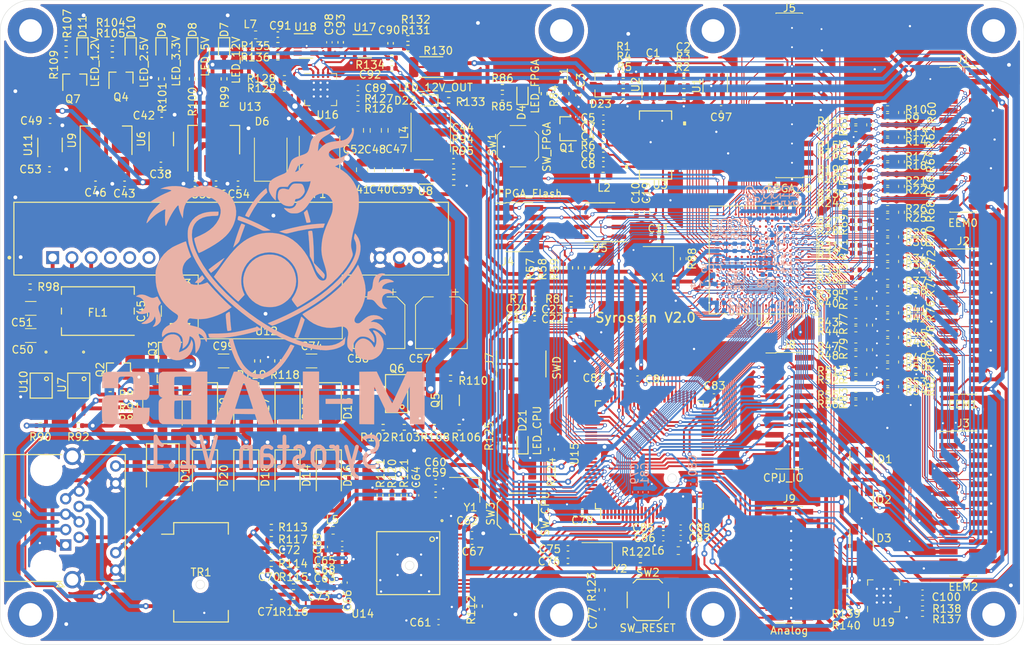
<source format=kicad_pcb>
(kicad_pcb (version 20171130) (host pcbnew 5.1.12-84ad8e8a86~92~ubuntu20.04.1)

  (general
    (thickness 1.6)
    (drawings 21)
    (tracks 4568)
    (zones 0)
    (modules 322)
    (nets 449)
  )

  (page A4)
  (layers
    (0 F.Cu signal)
    (1 In1.Cu power)
    (2 In2.Cu power)
    (31 B.Cu signal)
    (32 B.Adhes user)
    (33 F.Adhes user)
    (34 B.Paste user)
    (35 F.Paste user)
    (36 B.SilkS user)
    (37 F.SilkS user)
    (38 B.Mask user)
    (39 F.Mask user)
    (40 Dwgs.User user)
    (41 Cmts.User user)
    (42 Eco1.User user)
    (43 Eco2.User user)
    (44 Edge.Cuts user)
    (45 Margin user)
    (46 B.CrtYd user)
    (47 F.CrtYd user)
    (48 B.Fab user)
    (49 F.Fab user)
  )

  (setup
    (last_trace_width 0.254)
    (user_trace_width 0.127)
    (user_trace_width 0.254)
    (user_trace_width 0.381)
    (user_trace_width 0.508)
    (user_trace_width 0.762)
    (user_trace_width 1.016)
    (user_trace_width 1.27)
    (trace_clearance 0.0889)
    (zone_clearance 0.508)
    (zone_45_only no)
    (trace_min 0.1143)
    (via_size 0.45)
    (via_drill 0.25)
    (via_min_size 0.45)
    (via_min_drill 0.2)
    (user_via 0.45 0.25)
    (user_via 0.5 0.3)
    (user_via 0.8 0.5)
    (user_via 1 0.7)
    (user_via 1.3 1.152)
    (uvia_size 0.3)
    (uvia_drill 0.1)
    (uvias_allowed no)
    (uvia_min_size 0.25)
    (uvia_min_drill 0.1)
    (edge_width 0.05)
    (segment_width 0.127)
    (pcb_text_width 0.3)
    (pcb_text_size 1.5 1.5)
    (mod_edge_width 0.1524)
    (mod_text_size 1.016 1.016)
    (mod_text_width 0.1524)
    (pad_size 2.7 2.7)
    (pad_drill 0)
    (pad_to_mask_clearance 0)
    (aux_axis_origin 0 0)
    (grid_origin 83 57)
    (visible_elements 7FFFFFFF)
    (pcbplotparams
      (layerselection 0x010fc_ffffffff)
      (usegerberextensions false)
      (usegerberattributes true)
      (usegerberadvancedattributes true)
      (creategerberjobfile true)
      (excludeedgelayer true)
      (linewidth 0.100000)
      (plotframeref false)
      (viasonmask false)
      (mode 1)
      (useauxorigin false)
      (hpglpennumber 1)
      (hpglpenspeed 20)
      (hpglpendiameter 15.000000)
      (psnegative false)
      (psa4output false)
      (plotreference true)
      (plotvalue true)
      (plotinvisibletext false)
      (padsonsilk false)
      (subtractmaskfromsilk false)
      (outputformat 1)
      (mirror false)
      (drillshape 0)
      (scaleselection 1)
      (outputdirectory "FabricationOutput/"))
  )

  (net 0 "")
  (net 1 GND)
  (net 2 "Net-(C2-Pad1)")
  (net 3 /HighSpeedADC/+5VA)
  (net 4 /FPGA/GNDPLL0)
  (net 5 /FPGA/VCCPLL0)
  (net 6 /FPGA/GNDPLL1)
  (net 7 /FPGA/VCCPLL1)
  (net 8 +12V_OUT)
  (net 9 +12V)
  (net 10 +3V3)
  (net 11 +2V5)
  (net 12 +1V2)
  (net 13 +5V)
  (net 14 /Ethernet/+3V3A)
  (net 15 "Net-(C44-Pad2)")
  (net 16 /MCU/+3V3A)
  (net 17 +3V3MP)
  (net 18 "Net-(D4-Pad2)")
  (net 19 "Net-(D4-Pad1)")
  (net 20 "Net-(D9-Pad2)")
  (net 21 "Net-(D10-Pad2)")
  (net 22 "Net-(D11-Pad2)")
  (net 23 /Ethernet/POE_VC-)
  (net 24 /Ethernet/POE_VC+)
  (net 25 "Net-(D17-Pad2)")
  (net 26 "Net-(D19-Pad2)")
  (net 27 "Net-(D21-Pad2)")
  (net 28 /FPGA_IO1)
  (net 29 /FPGA_IO3)
  (net 30 /FPGA_IO5)
  (net 31 /FPGA_IO7)
  (net 32 /FPGA_IO9)
  (net 33 /FPGA_IO11)
  (net 34 /FPGA_IO13)
  (net 35 /FPGA_IO15)
  (net 36 /FPGA_IO14)
  (net 37 /FPGA_IO12)
  (net 38 /FPGA_IO10)
  (net 39 /FPGA_IO8)
  (net 40 /FPGA_IO6)
  (net 41 /FPGA_IO4)
  (net 42 /FPGA_IO2)
  (net 43 /FPGA_IO0)
  (net 44 /MCU/CPU_SWCLK)
  (net 45 /MCU/CPU_SWDIO)
  (net 46 /MCU/CPU_UART4_TX)
  (net 47 /MCU/CPU_UART4_RX)
  (net 48 /MCU/CPU_PWM_CH1)
  (net 49 /MCU/CPU_PWM_CH2)
  (net 50 /MCU/CPU_PWM_CH3)
  (net 51 /MCU/CPU_PWM_CH4)
  (net 52 /MCU/CPU_IIC2_SDA)
  (net 53 /MCU/CPU_IIC2_SCL)
  (net 54 /MCU/CPU_UART1_RX)
  (net 55 /MCU/CPU_UART1_TX)
  (net 56 /MCU/CPU_SPI2_MOSI)
  (net 57 /MCU/CPU_SPI2_MISO)
  (net 58 /MCU/CPU_SPI2_SCK)
  (net 59 /MCU/CPU_SPI2_CS)
  (net 60 /MCU/CPU_DAC1)
  (net 61 /MCU/CPU_DAC0)
  (net 62 /MCU/CPU_ADC5)
  (net 63 /MCU/CPU_ADC4)
  (net 64 /MCU/CPU_ADC3)
  (net 65 /MCU/CPU_ADC2)
  (net 66 /MCU/CPU_ADC1)
  (net 67 /MCU/CPU_ADC0)
  (net 68 "Net-(Q1-Pad1)")
  (net 69 "Net-(Q2-Pad3)")
  (net 70 /MCU/CPU_RESET)
  (net 71 "Net-(Q7-Pad1)")
  (net 72 /MCU/CPU_POE_AT_EVENT)
  (net 73 /MCU/CPU_POE_SRC_STATUS)
  (net 74 /Ethernet/RJ45_LED_G)
  (net 75 /Ethernet/RJ45_LED_Y)
  (net 76 /EEM0_IIC_SCL)
  (net 77 /EEM0_IIC_SDA)
  (net 78 /EEM1_IIC_SCL)
  (net 79 /EEM1_IIC_SDA)
  (net 80 /EEM2_IIC_SCL)
  (net 81 /EEM2_IIC_SDA)
  (net 82 /EEM0_7_N)
  (net 83 /EEM0_6_P)
  (net 84 /EEM0_5_N)
  (net 85 /EEM0_4_P)
  (net 86 /EEM0_3_N)
  (net 87 /EEM0_2_P)
  (net 88 /EEM0_1_N)
  (net 89 /EEM0_0_P)
  (net 90 /EEM0_7_P)
  (net 91 /EEM0_6_N)
  (net 92 /EEM0_5_P)
  (net 93 /EEM0_4_N)
  (net 94 /EEM0_3_P)
  (net 95 /EEM0_2_N)
  (net 96 /EEM0_1_P)
  (net 97 /EEM0_0_N)
  (net 98 /EEM1_7_N)
  (net 99 /EEM1_6_P)
  (net 100 /EEM1_5_N)
  (net 101 /EEM1_4_P)
  (net 102 /EEM1_3_N)
  (net 103 /EEM1_2_P)
  (net 104 /EEM1_1_N)
  (net 105 /EEM1_0_P)
  (net 106 /EEM1_7_P)
  (net 107 /EEM1_6_N)
  (net 108 /EEM1_5_P)
  (net 109 /EEM1_4_N)
  (net 110 /EEM1_3_P)
  (net 111 /EEM1_2_N)
  (net 112 /EEM1_1_P)
  (net 113 /EEM1_0_N)
  (net 114 /EEM2_7_N)
  (net 115 /EEM2_6_P)
  (net 116 /EEM2_5_N)
  (net 117 /EEM2_4_P)
  (net 118 /EEM2_3_N)
  (net 119 /EEM2_2_P)
  (net 120 /EEM2_1_N)
  (net 121 /EEM2_0_P)
  (net 122 /EEM2_7_P)
  (net 123 /EEM2_6_N)
  (net 124 /EEM2_5_P)
  (net 125 /EEM2_4_N)
  (net 126 /EEM2_3_P)
  (net 127 /EEM2_2_N)
  (net 128 /EEM2_1_P)
  (net 129 /EEM2_0_N)
  (net 130 /CDONE)
  (net 131 /CRESET)
  (net 132 /SPI_CS)
  (net 133 /ENC_INT)
  (net 134 /ADC_D0)
  (net 135 /ADC_D1)
  (net 136 /ADC_D2)
  (net 137 /ADC_D3)
  (net 138 /ADC_D4)
  (net 139 /ADC_D5)
  (net 140 /ADC_D6)
  (net 141 /ADC_D7)
  (net 142 /ADC_CLK)
  (net 143 /FSMC_CLK)
  (net 144 /FSMC_D15)
  (net 145 /FSMC_D9)
  (net 146 /FSMC_D10)
  (net 147 /FSMC_D0)
  (net 148 /FSMC_A7)
  (net 149 /FSMC_NL)
  (net 150 /FSMC_NBL0)
  (net 151 /FSMC_D6)
  (net 152 /FSMC_D7)
  (net 153 /FSMC_D5)
  (net 154 /FSMC_D1)
  (net 155 /FSMC_A3)
  (net 156 /FSMC_A1)
  (net 157 /FSMC_NWAIT)
  (net 158 /FSMC_NOE)
  (net 159 /FSMC_D12)
  (net 160 /FSMC_D8)
  (net 161 /FSMC_D3)
  (net 162 /FSMC_A4)
  (net 163 /FSMC_A6)
  (net 164 /FSMC_A0)
  (net 165 /FSMC_NBL1)
  (net 166 /FSMC_D14)
  (net 167 /FSMC_D11)
  (net 168 /FSMC_D4)
  (net 169 /FSMC_A2)
  (net 170 /FSMC_D13)
  (net 171 /FSMC_D2)
  (net 172 /FSMC_A5)
  (net 173 /FSMC_NE1)
  (net 174 /FSMC_NWE)
  (net 175 /CSBSEL0)
  (net 176 /SPI_MOSI)
  (net 177 /SPI_MISO)
  (net 178 /CSBSEL1)
  (net 179 /SPI_SCK)
  (net 180 /SPI_ENC_CS)
  (net 181 "Net-(C7-Pad2)")
  (net 182 "Net-(D8-Pad2)")
  (net 183 "Net-(D10-Pad1)")
  (net 184 "Net-(D11-Pad1)")
  (net 185 "Net-(D21-Pad1)")
  (net 186 "Net-(D22-Pad1)")
  (net 187 "Net-(Q3-Pad1)")
  (net 188 "Net-(Q4-Pad1)")
  (net 189 "Net-(Q5-Pad6)")
  (net 190 "Net-(Q5-Pad2)")
  (net 191 "Net-(Q5-Pad3)")
  (net 192 "Net-(D22-Pad2)")
  (net 193 HSADC_IN)
  (net 194 "Net-(J6-Pad12)")
  (net 195 "Net-(J6-Pad10)")
  (net 196 "Net-(J6-Pad6)")
  (net 197 "Net-(J6-Pad2)")
  (net 198 "Net-(J6-Pad3)")
  (net 199 "Net-(J6-Pad1)")
  (net 200 "Net-(SW3-Pad2)")
  (net 201 /FPGA/LVDS0_0_P)
  (net 202 /FPGA/LVDS0_0_N)
  (net 203 /FPGA/LVDS0_1_P)
  (net 204 /FPGA/LVDS0_1_N)
  (net 205 /FPGA/LVDS0_2_P)
  (net 206 /FPGA/LVDS0_2_N)
  (net 207 /FPGA/LVDS0_3_P)
  (net 208 /FPGA/LVDS0_3_N)
  (net 209 /FPGA/LVDS0_4_P)
  (net 210 /FPGA/LVDS0_4_N)
  (net 211 /FPGA/LVDS0_5_P)
  (net 212 /FPGA/LVDS0_5_N)
  (net 213 /FPGA/LVDS0_6_P)
  (net 214 /FPGA/LVDS0_6_N)
  (net 215 /FPGA/LVDS0_7_P)
  (net 216 /FPGA/LVDS0_7_N)
  (net 217 /FPGA/LVDS1_0_P)
  (net 218 /FPGA/LVDS1_0_N)
  (net 219 /FPGA/LVDS1_1_P)
  (net 220 /FPGA/LVDS1_1_N)
  (net 221 /FPGA/LVDS1_2_P)
  (net 222 /FPGA/LVDS1_2_N)
  (net 223 /FPGA/LVDS1_3_P)
  (net 224 /FPGA/LVDS1_3_N)
  (net 225 /FPGA/LVDS1_4_P)
  (net 226 /FPGA/LVDS1_4_N)
  (net 227 /FPGA/LVDS1_5_P)
  (net 228 /FPGA/LVDS1_5_N)
  (net 229 /FPGA/LVDS1_6_P)
  (net 230 /FPGA/LVDS1_6_N)
  (net 231 /FPGA/LVDS1_7_P)
  (net 232 /FPGA/LVDS1_7_N)
  (net 233 /FPGA/LVDS2_0_P)
  (net 234 /FPGA/LVDS2_0_N)
  (net 235 /FPGA/LVDS2_1_P)
  (net 236 /FPGA/LVDS2_1_N)
  (net 237 /FPGA/LVDS2_2_P)
  (net 238 /FPGA/LVDS2_2_N)
  (net 239 /FPGA/LVDS2_3_P)
  (net 240 /FPGA/LVDS2_3_N)
  (net 241 /FPGA/LVDS2_4_P)
  (net 242 /FPGA/LVDS2_4_N)
  (net 243 /FPGA/LVDS2_5_P)
  (net 244 /FPGA/LVDS2_5_N)
  (net 245 /FPGA/LVDS2_6_P)
  (net 246 /FPGA/LVDS2_6_N)
  (net 247 /FPGA/LVDS2_7_P)
  (net 248 /FPGA/LVDS2_7_N)
  (net 249 /FPGA/FPGA_LED)
  (net 250 /FPGA/FPGA_KEY)
  (net 251 /IIC_SCL)
  (net 252 /IIC_SDA)
  (net 253 "Net-(R135-Pad2)")
  (net 254 +6V)
  (net 255 "Net-(R126-Pad1)")
  (net 256 "Net-(C4-Pad1)")
  (net 257 "Net-(C5-Pad1)")
  (net 258 "Net-(C8-Pad2)")
  (net 259 "Net-(C44-Pad1)")
  (net 260 "Net-(C45-Pad2)")
  (net 261 "Net-(C45-Pad1)")
  (net 262 "Net-(C47-Pad1)")
  (net 263 "Net-(C50-Pad2)")
  (net 264 "Net-(C51-Pad1)")
  (net 265 "Net-(C57-Pad1)")
  (net 266 "Net-(C59-Pad1)")
  (net 267 "Net-(C60-Pad1)")
  (net 268 "Net-(C67-Pad2)")
  (net 269 "Net-(C70-Pad2)")
  (net 270 "Net-(C70-Pad1)")
  (net 271 "Net-(C71-Pad2)")
  (net 272 "Net-(C71-Pad1)")
  (net 273 "Net-(C72-Pad1)")
  (net 274 "Net-(C73-Pad1)")
  (net 275 "Net-(C74-Pad1)")
  (net 276 "Net-(C75-Pad1)")
  (net 277 "Net-(C76-Pad1)")
  (net 278 "Net-(C77-Pad2)")
  (net 279 "Net-(C89-Pad1)")
  (net 280 "Net-(C90-Pad2)")
  (net 281 "Net-(C90-Pad1)")
  (net 282 "Net-(D7-Pad2)")
  (net 283 "Net-(R2-Pad1)")
  (net 284 "Net-(R3-Pad1)")
  (net 285 "Net-(R5-Pad2)")
  (net 286 "Net-(R87-Pad2)")
  (net 287 "Net-(R89-Pad1)")
  (net 288 "Net-(R94-Pad1)")
  (net 289 "Net-(R98-Pad2)")
  (net 290 "Net-(R111-Pad1)")
  (net 291 "Net-(R113-Pad1)")
  (net 292 "Net-(R114-Pad2)")
  (net 293 "Net-(R124-Pad1)")
  (net 294 "Net-(R127-Pad1)")
  (net 295 "Net-(R134-Pad2)")
  (net 296 "Net-(U10-Pad2)")
  (net 297 /MCU/CPU_ADC7)
  (net 298 /MCU/CPU_ADC6)
  (net 299 "Net-(D23-Pad1)")
  (net 300 "Net-(J7-Pad06)")
  (net 301 "Net-(J7-Pad07)")
  (net 302 "Net-(J7-Pad08)")
  (net 303 "Net-(J7-Pad09)")
  (net 304 "Net-(J7-Pad10)")
  (net 305 "Net-(U4-PadT7)")
  (net 306 "Net-(U4-PadT6)")
  (net 307 "Net-(U4-PadR16)")
  (net 308 "Net-(U4-PadR15)")
  (net 309 "Net-(U4-PadR14)")
  (net 310 "Net-(U4-PadR4)")
  (net 311 "Net-(U4-PadP14)")
  (net 312 "Net-(U4-PadP10)")
  (net 313 "Net-(U4-PadP9)")
  (net 314 "Net-(U4-PadP8)")
  (net 315 "Net-(U4-PadP7)")
  (net 316 "Net-(U4-PadP6)")
  (net 317 "Net-(U4-PadP5)")
  (net 318 "Net-(U4-PadP4)")
  (net 319 "Net-(U4-PadN12)")
  (net 320 "Net-(U4-PadN10)")
  (net 321 "Net-(U4-PadN9)")
  (net 322 "Net-(U4-PadN7)")
  (net 323 "Net-(U4-PadN6)")
  (net 324 "Net-(U4-PadN5)")
  (net 325 "Net-(U4-PadN3)")
  (net 326 "Net-(U4-PadM14)")
  (net 327 "Net-(U4-PadM13)")
  (net 328 "Net-(U4-PadM12)")
  (net 329 "Net-(U4-PadM11)")
  (net 330 "Net-(U4-PadM9)")
  (net 331 "Net-(U4-PadM8)")
  (net 332 "Net-(U4-PadM7)")
  (net 333 "Net-(U4-PadM6)")
  (net 334 "Net-(U4-PadM3)")
  (net 335 "Net-(U4-PadL14)")
  (net 336 "Net-(U4-PadL13)")
  (net 337 "Net-(U4-PadL12)")
  (net 338 "Net-(U4-PadL11)")
  (net 339 "Net-(U4-PadL10)")
  (net 340 "Net-(U4-PadL9)")
  (net 341 "Net-(U4-PadL5)")
  (net 342 "Net-(U4-PadK14)")
  (net 343 "Net-(U4-PadK13)")
  (net 344 "Net-(U4-PadK12)")
  (net 345 "Net-(U4-PadJ16)")
  (net 346 "Net-(U4-PadJ14)")
  (net 347 "Net-(U4-PadJ13)")
  (net 348 "Net-(U4-PadJ12)")
  (net 349 "Net-(U4-PadJ11)")
  (net 350 "Net-(U4-PadJ10)")
  (net 351 "Net-(U4-PadH14)")
  (net 352 "Net-(U4-PadH13)")
  (net 353 "Net-(U4-PadH12)")
  (net 354 "Net-(U4-PadH11)")
  (net 355 "Net-(U4-PadG15)")
  (net 356 "Net-(U4-PadG13)")
  (net 357 "Net-(U4-PadG12)")
  (net 358 "Net-(U4-PadG11)")
  (net 359 "Net-(U4-PadG10)")
  (net 360 "Net-(U4-PadF15)")
  (net 361 "Net-(U4-PadF12)")
  (net 362 "Net-(U4-PadF9)")
  (net 363 "Net-(U4-PadE16)")
  (net 364 "Net-(U4-PadE14)")
  (net 365 "Net-(U4-PadE13)")
  (net 366 "Net-(U4-PadE11)")
  (net 367 "Net-(U4-PadE10)")
  (net 368 "Net-(U4-PadE9)")
  (net 369 "Net-(U4-PadE6)")
  (net 370 "Net-(U4-PadE5)")
  (net 371 "Net-(U4-PadD16)")
  (net 372 "Net-(U4-PadD14)")
  (net 373 "Net-(U4-PadD13)")
  (net 374 "Net-(U4-PadD12)")
  (net 375 "Net-(U4-PadD11)")
  (net 376 "Net-(U4-PadD10)")
  (net 377 "Net-(U4-PadD9)")
  (net 378 "Net-(U4-PadD8)")
  (net 379 "Net-(U4-PadD7)")
  (net 380 "Net-(U4-PadD6)")
  (net 381 "Net-(U4-PadD5)")
  (net 382 "Net-(U4-PadD4)")
  (net 383 "Net-(U4-PadD3)")
  (net 384 "Net-(U4-PadC6)")
  (net 385 "Net-(U4-PadC5)")
  (net 386 "Net-(U4-PadC4)")
  (net 387 "Net-(U4-PadB16)")
  (net 388 "Net-(U6-Pad4)")
  (net 389 "Net-(U11-Pad4)")
  (net 390 "Net-(U12-Pad4)")
  (net 391 "Net-(U12-Pad5)")
  (net 392 "Net-(U12-Pad9)")
  (net 393 "Net-(U12-Pad6)")
  (net 394 "Net-(U13-Pad2)")
  (net 395 "Net-(U14-Pad61)")
  (net 396 "Net-(U14-Pad60)")
  (net 397 "Net-(U14-Pad59)")
  (net 398 "Net-(U14-Pad58)")
  (net 399 "Net-(U14-Pad57)")
  (net 400 "Net-(U14-Pad56)")
  (net 401 "Net-(U14-Pad55)")
  (net 402 "Net-(U14-Pad54)")
  (net 403 "Net-(U14-Pad53)")
  (net 404 "Net-(U14-Pad48)")
  (net 405 "Net-(U14-Pad45)")
  (net 406 "Net-(U14-Pad44)")
  (net 407 "Net-(U14-Pad43)")
  (net 408 "Net-(U14-Pad42)")
  (net 409 "Net-(U14-Pad41)")
  (net 410 "Net-(U14-Pad40)")
  (net 411 "Net-(U14-Pad39)")
  (net 412 "Net-(U14-Pad38)")
  (net 413 "Net-(U14-Pad37)")
  (net 414 "Net-(U14-Pad36)")
  (net 415 "Net-(U14-Pad35)")
  (net 416 "Net-(U14-Pad33)")
  (net 417 "Net-(U14-Pad20)")
  (net 418 "Net-(U14-Pad19)")
  (net 419 "Net-(U14-Pad13)")
  (net 420 "Net-(U14-Pad12)")
  (net 421 "Net-(U14-Pad11)")
  (net 422 "Net-(U14-Pad10)")
  (net 423 "Net-(U14-Pad9)")
  (net 424 "Net-(U14-Pad8)")
  (net 425 "Net-(U14-Pad7)")
  (net 426 "Net-(U14-Pad6)")
  (net 427 "Net-(U14-Pad5)")
  (net 428 "Net-(U15-Pad73)")
  (net 429 "Net-(U16-Pad6)")
  (net 430 "Net-(U17-Pad6)")
  (net 431 "Net-(C74-Pad2)")
  (net 432 "Net-(C99-Pad2)")
  (net 433 "Net-(C99-Pad1)")
  (net 434 "Net-(R88-Pad2)")
  (net 435 /FPGA/FPGA_Clock)
  (net 436 "Net-(U4-PadP15)")
  (net 437 "Net-(U4-PadB13)")
  (net 438 "Net-(C100-Pad1)")
  (net 439 "Net-(R137-Pad1)")
  (net 440 "Net-(R138-Pad1)")
  (net 441 "Net-(U19-Pad6)")
  (net 442 /PowerOutputs/+3V3A)
  (net 443 /PowerOutputs/12V_CURRENT)
  (net 444 /MCU/12V_OUT_FAULT)
  (net 445 /PowerOutputs/12V_SW)
  (net 446 /MCU/3V3MP_OUT_FAULT)
  (net 447 /PowerOutputs/3V3MP_SW)
  (net 448 /PowerOutputs/12V_CURRENT_REF)

  (net_class Default "This is the default net class."
    (clearance 0.0889)
    (trace_width 0.254)
    (via_dia 0.45)
    (via_drill 0.25)
    (uvia_dia 0.3)
    (uvia_drill 0.1)
    (diff_pair_width 0.127)
    (diff_pair_gap 0.1016)
    (add_net +12V)
    (add_net +12V_OUT)
    (add_net +1V2)
    (add_net +2V5)
    (add_net +3V3)
    (add_net +3V3MP)
    (add_net +5V)
    (add_net +6V)
    (add_net /ADC_CLK)
    (add_net /ADC_D0)
    (add_net /ADC_D1)
    (add_net /ADC_D2)
    (add_net /ADC_D3)
    (add_net /ADC_D4)
    (add_net /ADC_D5)
    (add_net /ADC_D6)
    (add_net /ADC_D7)
    (add_net /CDONE)
    (add_net /CRESET)
    (add_net /CSBSEL0)
    (add_net /CSBSEL1)
    (add_net /ENC_INT)
    (add_net /Ethernet/+3V3A)
    (add_net /Ethernet/POE_VC+)
    (add_net /Ethernet/POE_VC-)
    (add_net /Ethernet/RJ45_LED_G)
    (add_net /Ethernet/RJ45_LED_Y)
    (add_net /FPGA/FPGA_Clock)
    (add_net /FPGA/FPGA_KEY)
    (add_net /FPGA/FPGA_LED)
    (add_net /FPGA/GNDPLL0)
    (add_net /FPGA/GNDPLL1)
    (add_net /FPGA/VCCPLL0)
    (add_net /FPGA/VCCPLL1)
    (add_net /FPGA_IO0)
    (add_net /FPGA_IO1)
    (add_net /FPGA_IO10)
    (add_net /FPGA_IO11)
    (add_net /FPGA_IO12)
    (add_net /FPGA_IO13)
    (add_net /FPGA_IO14)
    (add_net /FPGA_IO15)
    (add_net /FPGA_IO2)
    (add_net /FPGA_IO3)
    (add_net /FPGA_IO4)
    (add_net /FPGA_IO5)
    (add_net /FPGA_IO6)
    (add_net /FPGA_IO7)
    (add_net /FPGA_IO8)
    (add_net /FPGA_IO9)
    (add_net /FSMC_A0)
    (add_net /FSMC_A1)
    (add_net /FSMC_A2)
    (add_net /FSMC_A3)
    (add_net /FSMC_A4)
    (add_net /FSMC_A5)
    (add_net /FSMC_A6)
    (add_net /FSMC_A7)
    (add_net /FSMC_CLK)
    (add_net /FSMC_D0)
    (add_net /FSMC_D1)
    (add_net /FSMC_D10)
    (add_net /FSMC_D11)
    (add_net /FSMC_D12)
    (add_net /FSMC_D13)
    (add_net /FSMC_D14)
    (add_net /FSMC_D15)
    (add_net /FSMC_D2)
    (add_net /FSMC_D3)
    (add_net /FSMC_D4)
    (add_net /FSMC_D5)
    (add_net /FSMC_D6)
    (add_net /FSMC_D7)
    (add_net /FSMC_D8)
    (add_net /FSMC_D9)
    (add_net /FSMC_NBL0)
    (add_net /FSMC_NBL1)
    (add_net /FSMC_NE1)
    (add_net /FSMC_NL)
    (add_net /FSMC_NOE)
    (add_net /FSMC_NWAIT)
    (add_net /FSMC_NWE)
    (add_net /HighSpeedADC/+5VA)
    (add_net /IIC_SCL)
    (add_net /IIC_SDA)
    (add_net /MCU/+3V3A)
    (add_net /MCU/12V_OUT_FAULT)
    (add_net /MCU/3V3MP_OUT_FAULT)
    (add_net /MCU/CPU_ADC0)
    (add_net /MCU/CPU_ADC1)
    (add_net /MCU/CPU_ADC2)
    (add_net /MCU/CPU_ADC3)
    (add_net /MCU/CPU_ADC4)
    (add_net /MCU/CPU_ADC5)
    (add_net /MCU/CPU_ADC6)
    (add_net /MCU/CPU_ADC7)
    (add_net /MCU/CPU_DAC0)
    (add_net /MCU/CPU_DAC1)
    (add_net /MCU/CPU_IIC2_SCL)
    (add_net /MCU/CPU_IIC2_SDA)
    (add_net /MCU/CPU_POE_AT_EVENT)
    (add_net /MCU/CPU_POE_SRC_STATUS)
    (add_net /MCU/CPU_PWM_CH1)
    (add_net /MCU/CPU_PWM_CH2)
    (add_net /MCU/CPU_PWM_CH3)
    (add_net /MCU/CPU_PWM_CH4)
    (add_net /MCU/CPU_RESET)
    (add_net /MCU/CPU_SPI2_CS)
    (add_net /MCU/CPU_SPI2_MISO)
    (add_net /MCU/CPU_SPI2_MOSI)
    (add_net /MCU/CPU_SPI2_SCK)
    (add_net /MCU/CPU_SWCLK)
    (add_net /MCU/CPU_SWDIO)
    (add_net /MCU/CPU_UART1_RX)
    (add_net /MCU/CPU_UART1_TX)
    (add_net /MCU/CPU_UART4_RX)
    (add_net /MCU/CPU_UART4_TX)
    (add_net /PowerOutputs/+3V3A)
    (add_net /PowerOutputs/12V_CURRENT)
    (add_net /PowerOutputs/12V_CURRENT_REF)
    (add_net /PowerOutputs/12V_SW)
    (add_net /PowerOutputs/3V3MP_SW)
    (add_net /SPI_CS)
    (add_net /SPI_ENC_CS)
    (add_net /SPI_MISO)
    (add_net /SPI_MOSI)
    (add_net /SPI_SCK)
    (add_net GND)
    (add_net HSADC_IN)
    (add_net "Net-(C100-Pad1)")
    (add_net "Net-(C2-Pad1)")
    (add_net "Net-(C4-Pad1)")
    (add_net "Net-(C44-Pad1)")
    (add_net "Net-(C44-Pad2)")
    (add_net "Net-(C45-Pad1)")
    (add_net "Net-(C45-Pad2)")
    (add_net "Net-(C47-Pad1)")
    (add_net "Net-(C5-Pad1)")
    (add_net "Net-(C50-Pad2)")
    (add_net "Net-(C51-Pad1)")
    (add_net "Net-(C57-Pad1)")
    (add_net "Net-(C59-Pad1)")
    (add_net "Net-(C60-Pad1)")
    (add_net "Net-(C67-Pad2)")
    (add_net "Net-(C7-Pad2)")
    (add_net "Net-(C70-Pad1)")
    (add_net "Net-(C70-Pad2)")
    (add_net "Net-(C71-Pad1)")
    (add_net "Net-(C71-Pad2)")
    (add_net "Net-(C72-Pad1)")
    (add_net "Net-(C73-Pad1)")
    (add_net "Net-(C74-Pad1)")
    (add_net "Net-(C74-Pad2)")
    (add_net "Net-(C75-Pad1)")
    (add_net "Net-(C76-Pad1)")
    (add_net "Net-(C77-Pad2)")
    (add_net "Net-(C8-Pad2)")
    (add_net "Net-(C89-Pad1)")
    (add_net "Net-(C90-Pad1)")
    (add_net "Net-(C90-Pad2)")
    (add_net "Net-(C99-Pad1)")
    (add_net "Net-(C99-Pad2)")
    (add_net "Net-(D10-Pad1)")
    (add_net "Net-(D10-Pad2)")
    (add_net "Net-(D11-Pad1)")
    (add_net "Net-(D11-Pad2)")
    (add_net "Net-(D17-Pad2)")
    (add_net "Net-(D19-Pad2)")
    (add_net "Net-(D21-Pad1)")
    (add_net "Net-(D21-Pad2)")
    (add_net "Net-(D22-Pad1)")
    (add_net "Net-(D22-Pad2)")
    (add_net "Net-(D23-Pad1)")
    (add_net "Net-(D4-Pad1)")
    (add_net "Net-(D4-Pad2)")
    (add_net "Net-(D7-Pad2)")
    (add_net "Net-(D8-Pad2)")
    (add_net "Net-(D9-Pad2)")
    (add_net "Net-(J6-Pad1)")
    (add_net "Net-(J6-Pad10)")
    (add_net "Net-(J6-Pad12)")
    (add_net "Net-(J6-Pad2)")
    (add_net "Net-(J6-Pad3)")
    (add_net "Net-(J6-Pad6)")
    (add_net "Net-(J7-Pad06)")
    (add_net "Net-(J7-Pad07)")
    (add_net "Net-(J7-Pad08)")
    (add_net "Net-(J7-Pad09)")
    (add_net "Net-(J7-Pad10)")
    (add_net "Net-(Q1-Pad1)")
    (add_net "Net-(Q2-Pad3)")
    (add_net "Net-(Q3-Pad1)")
    (add_net "Net-(Q4-Pad1)")
    (add_net "Net-(Q5-Pad2)")
    (add_net "Net-(Q5-Pad3)")
    (add_net "Net-(Q5-Pad6)")
    (add_net "Net-(Q7-Pad1)")
    (add_net "Net-(R111-Pad1)")
    (add_net "Net-(R113-Pad1)")
    (add_net "Net-(R114-Pad2)")
    (add_net "Net-(R124-Pad1)")
    (add_net "Net-(R126-Pad1)")
    (add_net "Net-(R127-Pad1)")
    (add_net "Net-(R134-Pad2)")
    (add_net "Net-(R135-Pad2)")
    (add_net "Net-(R137-Pad1)")
    (add_net "Net-(R138-Pad1)")
    (add_net "Net-(R2-Pad1)")
    (add_net "Net-(R3-Pad1)")
    (add_net "Net-(R5-Pad2)")
    (add_net "Net-(R87-Pad2)")
    (add_net "Net-(R88-Pad2)")
    (add_net "Net-(R89-Pad1)")
    (add_net "Net-(R94-Pad1)")
    (add_net "Net-(R98-Pad2)")
    (add_net "Net-(SW3-Pad2)")
    (add_net "Net-(U10-Pad2)")
    (add_net "Net-(U11-Pad4)")
    (add_net "Net-(U12-Pad4)")
    (add_net "Net-(U12-Pad5)")
    (add_net "Net-(U12-Pad6)")
    (add_net "Net-(U12-Pad9)")
    (add_net "Net-(U13-Pad2)")
    (add_net "Net-(U14-Pad10)")
    (add_net "Net-(U14-Pad11)")
    (add_net "Net-(U14-Pad12)")
    (add_net "Net-(U14-Pad13)")
    (add_net "Net-(U14-Pad19)")
    (add_net "Net-(U14-Pad20)")
    (add_net "Net-(U14-Pad33)")
    (add_net "Net-(U14-Pad35)")
    (add_net "Net-(U14-Pad36)")
    (add_net "Net-(U14-Pad37)")
    (add_net "Net-(U14-Pad38)")
    (add_net "Net-(U14-Pad39)")
    (add_net "Net-(U14-Pad40)")
    (add_net "Net-(U14-Pad41)")
    (add_net "Net-(U14-Pad42)")
    (add_net "Net-(U14-Pad43)")
    (add_net "Net-(U14-Pad44)")
    (add_net "Net-(U14-Pad45)")
    (add_net "Net-(U14-Pad48)")
    (add_net "Net-(U14-Pad5)")
    (add_net "Net-(U14-Pad53)")
    (add_net "Net-(U14-Pad54)")
    (add_net "Net-(U14-Pad55)")
    (add_net "Net-(U14-Pad56)")
    (add_net "Net-(U14-Pad57)")
    (add_net "Net-(U14-Pad58)")
    (add_net "Net-(U14-Pad59)")
    (add_net "Net-(U14-Pad6)")
    (add_net "Net-(U14-Pad60)")
    (add_net "Net-(U14-Pad61)")
    (add_net "Net-(U14-Pad7)")
    (add_net "Net-(U14-Pad8)")
    (add_net "Net-(U14-Pad9)")
    (add_net "Net-(U15-Pad73)")
    (add_net "Net-(U16-Pad6)")
    (add_net "Net-(U17-Pad6)")
    (add_net "Net-(U19-Pad6)")
    (add_net "Net-(U4-PadB13)")
    (add_net "Net-(U4-PadB16)")
    (add_net "Net-(U4-PadC4)")
    (add_net "Net-(U4-PadC5)")
    (add_net "Net-(U4-PadC6)")
    (add_net "Net-(U4-PadD10)")
    (add_net "Net-(U4-PadD11)")
    (add_net "Net-(U4-PadD12)")
    (add_net "Net-(U4-PadD13)")
    (add_net "Net-(U4-PadD14)")
    (add_net "Net-(U4-PadD16)")
    (add_net "Net-(U4-PadD3)")
    (add_net "Net-(U4-PadD4)")
    (add_net "Net-(U4-PadD5)")
    (add_net "Net-(U4-PadD6)")
    (add_net "Net-(U4-PadD7)")
    (add_net "Net-(U4-PadD8)")
    (add_net "Net-(U4-PadD9)")
    (add_net "Net-(U4-PadE10)")
    (add_net "Net-(U4-PadE11)")
    (add_net "Net-(U4-PadE13)")
    (add_net "Net-(U4-PadE14)")
    (add_net "Net-(U4-PadE16)")
    (add_net "Net-(U4-PadE5)")
    (add_net "Net-(U4-PadE6)")
    (add_net "Net-(U4-PadE9)")
    (add_net "Net-(U4-PadF12)")
    (add_net "Net-(U4-PadF15)")
    (add_net "Net-(U4-PadF9)")
    (add_net "Net-(U4-PadG10)")
    (add_net "Net-(U4-PadG11)")
    (add_net "Net-(U4-PadG12)")
    (add_net "Net-(U4-PadG13)")
    (add_net "Net-(U4-PadG15)")
    (add_net "Net-(U4-PadH11)")
    (add_net "Net-(U4-PadH12)")
    (add_net "Net-(U4-PadH13)")
    (add_net "Net-(U4-PadH14)")
    (add_net "Net-(U4-PadJ10)")
    (add_net "Net-(U4-PadJ11)")
    (add_net "Net-(U4-PadJ12)")
    (add_net "Net-(U4-PadJ13)")
    (add_net "Net-(U4-PadJ14)")
    (add_net "Net-(U4-PadJ16)")
    (add_net "Net-(U4-PadK12)")
    (add_net "Net-(U4-PadK13)")
    (add_net "Net-(U4-PadK14)")
    (add_net "Net-(U4-PadL10)")
    (add_net "Net-(U4-PadL11)")
    (add_net "Net-(U4-PadL12)")
    (add_net "Net-(U4-PadL13)")
    (add_net "Net-(U4-PadL14)")
    (add_net "Net-(U4-PadL5)")
    (add_net "Net-(U4-PadL9)")
    (add_net "Net-(U4-PadM11)")
    (add_net "Net-(U4-PadM12)")
    (add_net "Net-(U4-PadM13)")
    (add_net "Net-(U4-PadM14)")
    (add_net "Net-(U4-PadM3)")
    (add_net "Net-(U4-PadM6)")
    (add_net "Net-(U4-PadM7)")
    (add_net "Net-(U4-PadM8)")
    (add_net "Net-(U4-PadM9)")
    (add_net "Net-(U4-PadN10)")
    (add_net "Net-(U4-PadN12)")
    (add_net "Net-(U4-PadN3)")
    (add_net "Net-(U4-PadN5)")
    (add_net "Net-(U4-PadN6)")
    (add_net "Net-(U4-PadN7)")
    (add_net "Net-(U4-PadN9)")
    (add_net "Net-(U4-PadP10)")
    (add_net "Net-(U4-PadP14)")
    (add_net "Net-(U4-PadP15)")
    (add_net "Net-(U4-PadP4)")
    (add_net "Net-(U4-PadP5)")
    (add_net "Net-(U4-PadP6)")
    (add_net "Net-(U4-PadP7)")
    (add_net "Net-(U4-PadP8)")
    (add_net "Net-(U4-PadP9)")
    (add_net "Net-(U4-PadR14)")
    (add_net "Net-(U4-PadR15)")
    (add_net "Net-(U4-PadR16)")
    (add_net "Net-(U4-PadR4)")
    (add_net "Net-(U4-PadT6)")
    (add_net "Net-(U4-PadT7)")
    (add_net "Net-(U6-Pad4)")
  )

  (net_class Diff_In ""
    (clearance 0.0889)
    (trace_width 0.1524)
    (via_dia 0.8)
    (via_drill 0.4)
    (uvia_dia 0.3)
    (uvia_drill 0.1)
    (diff_pair_width 0.1143)
    (diff_pair_gap 0.1524)
  )

  (net_class Diff_Out ""
    (clearance 0.0889)
    (trace_width 0.127)
    (via_dia 0.8)
    (via_drill 0.4)
    (uvia_dia 0.3)
    (uvia_drill 0.1)
    (diff_pair_width 0.127)
    (diff_pair_gap 0.127)
    (add_net /EEM0_0_N)
    (add_net /EEM0_0_P)
    (add_net /EEM0_1_N)
    (add_net /EEM0_1_P)
    (add_net /EEM0_2_N)
    (add_net /EEM0_2_P)
    (add_net /EEM0_3_N)
    (add_net /EEM0_3_P)
    (add_net /EEM0_4_N)
    (add_net /EEM0_4_P)
    (add_net /EEM0_5_N)
    (add_net /EEM0_5_P)
    (add_net /EEM0_6_N)
    (add_net /EEM0_6_P)
    (add_net /EEM0_7_N)
    (add_net /EEM0_7_P)
    (add_net /EEM0_IIC_SCL)
    (add_net /EEM0_IIC_SDA)
    (add_net /EEM1_0_N)
    (add_net /EEM1_0_P)
    (add_net /EEM1_1_N)
    (add_net /EEM1_1_P)
    (add_net /EEM1_2_N)
    (add_net /EEM1_2_P)
    (add_net /EEM1_3_N)
    (add_net /EEM1_3_P)
    (add_net /EEM1_4_N)
    (add_net /EEM1_4_P)
    (add_net /EEM1_5_N)
    (add_net /EEM1_5_P)
    (add_net /EEM1_6_N)
    (add_net /EEM1_6_P)
    (add_net /EEM1_7_N)
    (add_net /EEM1_7_P)
    (add_net /EEM1_IIC_SCL)
    (add_net /EEM1_IIC_SDA)
    (add_net /EEM2_0_N)
    (add_net /EEM2_0_P)
    (add_net /EEM2_1_N)
    (add_net /EEM2_1_P)
    (add_net /EEM2_2_N)
    (add_net /EEM2_2_P)
    (add_net /EEM2_3_N)
    (add_net /EEM2_3_P)
    (add_net /EEM2_4_N)
    (add_net /EEM2_4_P)
    (add_net /EEM2_5_N)
    (add_net /EEM2_5_P)
    (add_net /EEM2_6_N)
    (add_net /EEM2_6_P)
    (add_net /EEM2_7_N)
    (add_net /EEM2_7_P)
    (add_net /EEM2_IIC_SCL)
    (add_net /EEM2_IIC_SDA)
    (add_net /FPGA/LVDS0_0_N)
    (add_net /FPGA/LVDS0_0_P)
    (add_net /FPGA/LVDS0_1_N)
    (add_net /FPGA/LVDS0_1_P)
    (add_net /FPGA/LVDS0_2_N)
    (add_net /FPGA/LVDS0_2_P)
    (add_net /FPGA/LVDS0_3_N)
    (add_net /FPGA/LVDS0_3_P)
    (add_net /FPGA/LVDS0_4_N)
    (add_net /FPGA/LVDS0_4_P)
    (add_net /FPGA/LVDS0_5_N)
    (add_net /FPGA/LVDS0_5_P)
    (add_net /FPGA/LVDS0_6_N)
    (add_net /FPGA/LVDS0_6_P)
    (add_net /FPGA/LVDS0_7_N)
    (add_net /FPGA/LVDS0_7_P)
    (add_net /FPGA/LVDS1_0_N)
    (add_net /FPGA/LVDS1_0_P)
    (add_net /FPGA/LVDS1_1_N)
    (add_net /FPGA/LVDS1_1_P)
    (add_net /FPGA/LVDS1_2_N)
    (add_net /FPGA/LVDS1_2_P)
    (add_net /FPGA/LVDS1_3_N)
    (add_net /FPGA/LVDS1_3_P)
    (add_net /FPGA/LVDS1_4_N)
    (add_net /FPGA/LVDS1_4_P)
    (add_net /FPGA/LVDS1_5_N)
    (add_net /FPGA/LVDS1_5_P)
    (add_net /FPGA/LVDS1_6_N)
    (add_net /FPGA/LVDS1_6_P)
    (add_net /FPGA/LVDS1_7_N)
    (add_net /FPGA/LVDS1_7_P)
    (add_net /FPGA/LVDS2_0_N)
    (add_net /FPGA/LVDS2_0_P)
    (add_net /FPGA/LVDS2_1_N)
    (add_net /FPGA/LVDS2_1_P)
    (add_net /FPGA/LVDS2_2_N)
    (add_net /FPGA/LVDS2_2_P)
    (add_net /FPGA/LVDS2_3_N)
    (add_net /FPGA/LVDS2_3_P)
    (add_net /FPGA/LVDS2_4_N)
    (add_net /FPGA/LVDS2_4_P)
    (add_net /FPGA/LVDS2_5_N)
    (add_net /FPGA/LVDS2_5_P)
    (add_net /FPGA/LVDS2_6_N)
    (add_net /FPGA/LVDS2_6_P)
    (add_net /FPGA/LVDS2_7_N)
    (add_net /FPGA/LVDS2_7_P)
  )

  (module Package_DFN_QFN:QFN-16-1EP_4x4mm_P0.65mm_EP2.7x2.7mm (layer F.Cu) (tedit 62078116) (tstamp 6208C9D6)
    (at 195.49 131.54 90)
    (descr "QFN, 16 Pin (https://www.allegromicro.com/~/media/Files/Datasheets/A4403-Datasheet.ashx), generated with kicad-footprint-generator ipc_noLead_generator.py")
    (tags "QFN NoLead")
    (path /60E3407A/620ED8E3)
    (attr smd)
    (fp_text reference U19 (at -3.5 0 180) (layer F.SilkS)
      (effects (font (size 1 1) (thickness 0.15)))
    )
    (fp_text value TPS2590 (at 0 3.32 90) (layer F.Fab) hide
      (effects (font (size 1 1) (thickness 0.15)))
    )
    (fp_line (start 2.62 -2.62) (end -2.62 -2.62) (layer F.CrtYd) (width 0.05))
    (fp_line (start 2.62 2.62) (end 2.62 -2.62) (layer F.CrtYd) (width 0.05))
    (fp_line (start -2.62 2.62) (end 2.62 2.62) (layer F.CrtYd) (width 0.05))
    (fp_line (start -2.62 -2.62) (end -2.62 2.62) (layer F.CrtYd) (width 0.05))
    (fp_line (start -2 -1) (end -1 -2) (layer F.Fab) (width 0.1))
    (fp_line (start -2 2) (end -2 -1) (layer F.Fab) (width 0.1))
    (fp_line (start 2 2) (end -2 2) (layer F.Fab) (width 0.1))
    (fp_line (start 2 -2) (end 2 2) (layer F.Fab) (width 0.1))
    (fp_line (start -1 -2) (end 2 -2) (layer F.Fab) (width 0.1))
    (fp_line (start -1.385 -2.11) (end -2.11 -2.11) (layer F.SilkS) (width 0.12))
    (fp_line (start 2.11 2.11) (end 2.11 1.385) (layer F.SilkS) (width 0.12))
    (fp_line (start 1.385 2.11) (end 2.11 2.11) (layer F.SilkS) (width 0.12))
    (fp_line (start -2.11 2.11) (end -2.11 1.385) (layer F.SilkS) (width 0.12))
    (fp_line (start -1.385 2.11) (end -2.11 2.11) (layer F.SilkS) (width 0.12))
    (fp_line (start 2.11 -2.11) (end 2.11 -1.385) (layer F.SilkS) (width 0.12))
    (fp_line (start 1.385 -2.11) (end 2.11 -2.11) (layer F.SilkS) (width 0.12))
    (fp_text user %R (at 0 0 90) (layer F.Fab) hide
      (effects (font (size 1 1) (thickness 0.15)))
    )
    (pad "" smd roundrect (at 0.675 0.675 90) (size 1.09 1.09) (layers F.Paste) (roundrect_rratio 0.229358))
    (pad "" smd roundrect (at 0.675 -0.675 90) (size 1.09 1.09) (layers F.Paste) (roundrect_rratio 0.229358))
    (pad "" smd roundrect (at -0.675 0.675 90) (size 1.09 1.09) (layers F.Paste) (roundrect_rratio 0.229358))
    (pad "" smd roundrect (at -0.675 -0.675 90) (size 1.09 1.09) (layers F.Paste) (roundrect_rratio 0.229358))
    (pad 17 smd rect (at 0 0 90) (size 2.7 2.7) (layers F.Cu F.Mask)
      (net 1 GND))
    (pad 16 smd roundrect (at -0.975 -1.9625 90) (size 0.3 0.825) (layers F.Cu F.Paste F.Mask) (roundrect_rratio 0.25)
      (net 447 /PowerOutputs/3V3MP_SW))
    (pad 15 smd roundrect (at -0.325 -1.9625 90) (size 0.3 0.825) (layers F.Cu F.Paste F.Mask) (roundrect_rratio 0.25)
      (net 446 /MCU/3V3MP_OUT_FAULT))
    (pad 14 smd roundrect (at 0.325 -1.9625 90) (size 0.3 0.825) (layers F.Cu F.Paste F.Mask) (roundrect_rratio 0.25)
      (net 1 GND))
    (pad 13 smd roundrect (at 0.975 -1.9625 90) (size 0.3 0.825) (layers F.Cu F.Paste F.Mask) (roundrect_rratio 0.25)
      (net 1 GND))
    (pad 12 smd roundrect (at 1.9625 -0.975 90) (size 0.825 0.3) (layers F.Cu F.Paste F.Mask) (roundrect_rratio 0.25)
      (net 17 +3V3MP))
    (pad 11 smd roundrect (at 1.9625 -0.325 90) (size 0.825 0.3) (layers F.Cu F.Paste F.Mask) (roundrect_rratio 0.25)
      (net 17 +3V3MP))
    (pad 10 smd roundrect (at 1.9625 0.325 90) (size 0.825 0.3) (layers F.Cu F.Paste F.Mask) (roundrect_rratio 0.25)
      (net 17 +3V3MP))
    (pad 9 smd roundrect (at 1.9625 0.975 90) (size 0.825 0.3) (layers F.Cu F.Paste F.Mask) (roundrect_rratio 0.25)
      (net 438 "Net-(C100-Pad1)"))
    (pad 8 smd roundrect (at 0.975 1.9625 90) (size 0.3 0.825) (layers F.Cu F.Paste F.Mask) (roundrect_rratio 0.25)
      (net 440 "Net-(R138-Pad1)"))
    (pad 7 smd roundrect (at 0.325 1.9625 90) (size 0.3 0.825) (layers F.Cu F.Paste F.Mask) (roundrect_rratio 0.25)
      (net 439 "Net-(R137-Pad1)"))
    (pad 6 smd roundrect (at -0.325 1.9625 90) (size 0.3 0.825) (layers F.Cu F.Paste F.Mask) (roundrect_rratio 0.25)
      (net 441 "Net-(U19-Pad6)"))
    (pad 5 smd roundrect (at -0.975 1.9625 90) (size 0.3 0.825) (layers F.Cu F.Paste F.Mask) (roundrect_rratio 0.25)
      (net 1 GND))
    (pad 4 smd roundrect (at -1.9625 0.975 90) (size 0.825 0.3) (layers F.Cu F.Paste F.Mask) (roundrect_rratio 0.25)
      (net 10 +3V3))
    (pad 3 smd roundrect (at -1.9625 0.325 90) (size 0.825 0.3) (layers F.Cu F.Paste F.Mask) (roundrect_rratio 0.25)
      (net 10 +3V3))
    (pad 2 smd roundrect (at -1.9625 -0.325 90) (size 0.825 0.3) (layers F.Cu F.Paste F.Mask) (roundrect_rratio 0.25)
      (net 10 +3V3))
    (pad 1 smd roundrect (at -1.9625 -0.975 90) (size 0.825 0.3) (layers F.Cu F.Paste F.Mask) (roundrect_rratio 0.25)
      (net 10 +3V3))
    (model ${KISYS3DMOD}/Package_DFN_QFN.3dshapes/QFN-16-1EP_4x4mm_P0.65mm_EP2.7x2.7mm.wrl
      (at (xyz 0 0 0))
      (scale (xyz 1 1 1))
      (rotate (xyz 0 0 0))
    )
  )

  (module Resistor_SMD:R_0402_1005Metric (layer F.Cu) (tedit 5F68FEEE) (tstamp 6208C08A)
    (at 190.79 132.45 180)
    (descr "Resistor SMD 0402 (1005 Metric), square (rectangular) end terminal, IPC_7351 nominal, (Body size source: IPC-SM-782 page 72, https://www.pcb-3d.com/wordpress/wp-content/uploads/ipc-sm-782a_amendment_1_and_2.pdf), generated with kicad-footprint-generator")
    (tags resistor)
    (path /60E3407A/620ED8EF)
    (attr smd)
    (fp_text reference R140 (at 0.23 -3.02) (layer F.SilkS)
      (effects (font (size 1 1) (thickness 0.15)))
    )
    (fp_text value 10k (at 0 1.17) (layer F.Fab) hide
      (effects (font (size 1 1) (thickness 0.15)))
    )
    (fp_line (start 0.93 0.47) (end -0.93 0.47) (layer F.CrtYd) (width 0.05))
    (fp_line (start 0.93 -0.47) (end 0.93 0.47) (layer F.CrtYd) (width 0.05))
    (fp_line (start -0.93 -0.47) (end 0.93 -0.47) (layer F.CrtYd) (width 0.05))
    (fp_line (start -0.93 0.47) (end -0.93 -0.47) (layer F.CrtYd) (width 0.05))
    (fp_line (start -0.153641 0.38) (end 0.153641 0.38) (layer F.SilkS) (width 0.12))
    (fp_line (start -0.153641 -0.38) (end 0.153641 -0.38) (layer F.SilkS) (width 0.12))
    (fp_line (start 0.525 0.27) (end -0.525 0.27) (layer F.Fab) (width 0.1))
    (fp_line (start 0.525 -0.27) (end 0.525 0.27) (layer F.Fab) (width 0.1))
    (fp_line (start -0.525 -0.27) (end 0.525 -0.27) (layer F.Fab) (width 0.1))
    (fp_line (start -0.525 0.27) (end -0.525 -0.27) (layer F.Fab) (width 0.1))
    (fp_text user %R (at 0 0) (layer F.Fab) hide
      (effects (font (size 0.26 0.26) (thickness 0.04)))
    )
    (pad 2 smd roundrect (at 0.51 0 180) (size 0.54 0.64) (layers F.Cu F.Paste F.Mask) (roundrect_rratio 0.25)
      (net 10 +3V3))
    (pad 1 smd roundrect (at -0.51 0 180) (size 0.54 0.64) (layers F.Cu F.Paste F.Mask) (roundrect_rratio 0.25)
      (net 447 /PowerOutputs/3V3MP_SW))
    (model ${KISYS3DMOD}/Resistor_SMD.3dshapes/R_0402_1005Metric.wrl
      (at (xyz 0 0 0))
      (scale (xyz 1 1 1))
      (rotate (xyz 0 0 0))
    )
  )

  (module Resistor_SMD:R_0402_1005Metric (layer F.Cu) (tedit 5F68FEEE) (tstamp 6208C079)
    (at 190.81 130.91)
    (descr "Resistor SMD 0402 (1005 Metric), square (rectangular) end terminal, IPC_7351 nominal, (Body size source: IPC-SM-782 page 72, https://www.pcb-3d.com/wordpress/wp-content/uploads/ipc-sm-782a_amendment_1_and_2.pdf), generated with kicad-footprint-generator")
    (tags resistor)
    (path /60E3407A/620ED8E9)
    (attr smd)
    (fp_text reference R139 (at -0.27 2.99) (layer F.SilkS)
      (effects (font (size 1 1) (thickness 0.15)))
    )
    (fp_text value 10k (at 0 1.17) (layer F.Fab) hide
      (effects (font (size 1 1) (thickness 0.15)))
    )
    (fp_line (start 0.93 0.47) (end -0.93 0.47) (layer F.CrtYd) (width 0.05))
    (fp_line (start 0.93 -0.47) (end 0.93 0.47) (layer F.CrtYd) (width 0.05))
    (fp_line (start -0.93 -0.47) (end 0.93 -0.47) (layer F.CrtYd) (width 0.05))
    (fp_line (start -0.93 0.47) (end -0.93 -0.47) (layer F.CrtYd) (width 0.05))
    (fp_line (start -0.153641 0.38) (end 0.153641 0.38) (layer F.SilkS) (width 0.12))
    (fp_line (start -0.153641 -0.38) (end 0.153641 -0.38) (layer F.SilkS) (width 0.12))
    (fp_line (start 0.525 0.27) (end -0.525 0.27) (layer F.Fab) (width 0.1))
    (fp_line (start 0.525 -0.27) (end 0.525 0.27) (layer F.Fab) (width 0.1))
    (fp_line (start -0.525 -0.27) (end 0.525 -0.27) (layer F.Fab) (width 0.1))
    (fp_line (start -0.525 0.27) (end -0.525 -0.27) (layer F.Fab) (width 0.1))
    (fp_text user %R (at 0 0) (layer F.Fab) hide
      (effects (font (size 0.26 0.26) (thickness 0.04)))
    )
    (pad 2 smd roundrect (at 0.51 0) (size 0.54 0.64) (layers F.Cu F.Paste F.Mask) (roundrect_rratio 0.25)
      (net 446 /MCU/3V3MP_OUT_FAULT))
    (pad 1 smd roundrect (at -0.51 0) (size 0.54 0.64) (layers F.Cu F.Paste F.Mask) (roundrect_rratio 0.25)
      (net 10 +3V3))
    (model ${KISYS3DMOD}/Resistor_SMD.3dshapes/R_0402_1005Metric.wrl
      (at (xyz 0 0 0))
      (scale (xyz 1 1 1))
      (rotate (xyz 0 0 0))
    )
  )

  (module Resistor_SMD:R_0402_1005Metric (layer F.Cu) (tedit 5F68FEEE) (tstamp 6208C068)
    (at 200.62 132.5)
    (descr "Resistor SMD 0402 (1005 Metric), square (rectangular) end terminal, IPC_7351 nominal, (Body size source: IPC-SM-782 page 72, https://www.pcb-3d.com/wordpress/wp-content/uploads/ipc-sm-782a_amendment_1_and_2.pdf), generated with kicad-footprint-generator")
    (tags resistor)
    (path /60E3407A/620ED8BD)
    (attr smd)
    (fp_text reference R138 (at 3.2 0.76) (layer F.SilkS)
      (effects (font (size 1 1) (thickness 0.15)))
    )
    (fp_text value 2M/1% (at 0 1.17) (layer F.Fab) hide
      (effects (font (size 1 1) (thickness 0.15)))
    )
    (fp_line (start 0.93 0.47) (end -0.93 0.47) (layer F.CrtYd) (width 0.05))
    (fp_line (start 0.93 -0.47) (end 0.93 0.47) (layer F.CrtYd) (width 0.05))
    (fp_line (start -0.93 -0.47) (end 0.93 -0.47) (layer F.CrtYd) (width 0.05))
    (fp_line (start -0.93 0.47) (end -0.93 -0.47) (layer F.CrtYd) (width 0.05))
    (fp_line (start -0.153641 0.38) (end 0.153641 0.38) (layer F.SilkS) (width 0.12))
    (fp_line (start -0.153641 -0.38) (end 0.153641 -0.38) (layer F.SilkS) (width 0.12))
    (fp_line (start 0.525 0.27) (end -0.525 0.27) (layer F.Fab) (width 0.1))
    (fp_line (start 0.525 -0.27) (end 0.525 0.27) (layer F.Fab) (width 0.1))
    (fp_line (start -0.525 -0.27) (end 0.525 -0.27) (layer F.Fab) (width 0.1))
    (fp_line (start -0.525 0.27) (end -0.525 -0.27) (layer F.Fab) (width 0.1))
    (fp_text user %R (at 0 0) (layer F.Fab) hide
      (effects (font (size 0.26 0.26) (thickness 0.04)))
    )
    (pad 2 smd roundrect (at 0.51 0) (size 0.54 0.64) (layers F.Cu F.Paste F.Mask) (roundrect_rratio 0.25)
      (net 1 GND))
    (pad 1 smd roundrect (at -0.51 0) (size 0.54 0.64) (layers F.Cu F.Paste F.Mask) (roundrect_rratio 0.25)
      (net 440 "Net-(R138-Pad1)"))
    (model ${KISYS3DMOD}/Resistor_SMD.3dshapes/R_0402_1005Metric.wrl
      (at (xyz 0 0 0))
      (scale (xyz 1 1 1))
      (rotate (xyz 0 0 0))
    )
  )

  (module Resistor_SMD:R_0402_1005Metric (layer F.Cu) (tedit 5F68FEEE) (tstamp 6208C057)
    (at 200.62 133.87)
    (descr "Resistor SMD 0402 (1005 Metric), square (rectangular) end terminal, IPC_7351 nominal, (Body size source: IPC-SM-782 page 72, https://www.pcb-3d.com/wordpress/wp-content/uploads/ipc-sm-782a_amendment_1_and_2.pdf), generated with kicad-footprint-generator")
    (tags resistor)
    (path /60E3407A/620ED8B7)
    (attr smd)
    (fp_text reference R137 (at 3.2 0.76) (layer F.SilkS)
      (effects (font (size 1 1) (thickness 0.15)))
    )
    (fp_text value 2M/1% (at 0 1.17) (layer F.Fab) hide
      (effects (font (size 1 1) (thickness 0.15)))
    )
    (fp_line (start 0.93 0.47) (end -0.93 0.47) (layer F.CrtYd) (width 0.05))
    (fp_line (start 0.93 -0.47) (end 0.93 0.47) (layer F.CrtYd) (width 0.05))
    (fp_line (start -0.93 -0.47) (end 0.93 -0.47) (layer F.CrtYd) (width 0.05))
    (fp_line (start -0.93 0.47) (end -0.93 -0.47) (layer F.CrtYd) (width 0.05))
    (fp_line (start -0.153641 0.38) (end 0.153641 0.38) (layer F.SilkS) (width 0.12))
    (fp_line (start -0.153641 -0.38) (end 0.153641 -0.38) (layer F.SilkS) (width 0.12))
    (fp_line (start 0.525 0.27) (end -0.525 0.27) (layer F.Fab) (width 0.1))
    (fp_line (start 0.525 -0.27) (end 0.525 0.27) (layer F.Fab) (width 0.1))
    (fp_line (start -0.525 -0.27) (end 0.525 -0.27) (layer F.Fab) (width 0.1))
    (fp_line (start -0.525 0.27) (end -0.525 -0.27) (layer F.Fab) (width 0.1))
    (fp_text user %R (at 0 0) (layer F.Fab) hide
      (effects (font (size 0.26 0.26) (thickness 0.04)))
    )
    (pad 2 smd roundrect (at 0.51 0) (size 0.54 0.64) (layers F.Cu F.Paste F.Mask) (roundrect_rratio 0.25)
      (net 1 GND))
    (pad 1 smd roundrect (at -0.51 0) (size 0.54 0.64) (layers F.Cu F.Paste F.Mask) (roundrect_rratio 0.25)
      (net 439 "Net-(R137-Pad1)"))
    (model ${KISYS3DMOD}/Resistor_SMD.3dshapes/R_0402_1005Metric.wrl
      (at (xyz 0 0 0))
      (scale (xyz 1 1 1))
      (rotate (xyz 0 0 0))
    )
  )

  (module Capacitor_SMD:C_0402_1005Metric (layer F.Cu) (tedit 5F68FEEE) (tstamp 6208A246)
    (at 200.62 131.13)
    (descr "Capacitor SMD 0402 (1005 Metric), square (rectangular) end terminal, IPC_7351 nominal, (Body size source: IPC-SM-782 page 76, https://www.pcb-3d.com/wordpress/wp-content/uploads/ipc-sm-782a_amendment_1_and_2.pdf), generated with kicad-footprint-generator")
    (tags capacitor)
    (path /60E3407A/620ED8C3)
    (attr smd)
    (fp_text reference C100 (at 3.14 0.57) (layer F.SilkS)
      (effects (font (size 1 1) (thickness 0.15)))
    )
    (fp_text value 0.1uF (at 0 1.16) (layer F.Fab) hide
      (effects (font (size 1 1) (thickness 0.15)))
    )
    (fp_line (start 0.91 0.46) (end -0.91 0.46) (layer F.CrtYd) (width 0.05))
    (fp_line (start 0.91 -0.46) (end 0.91 0.46) (layer F.CrtYd) (width 0.05))
    (fp_line (start -0.91 -0.46) (end 0.91 -0.46) (layer F.CrtYd) (width 0.05))
    (fp_line (start -0.91 0.46) (end -0.91 -0.46) (layer F.CrtYd) (width 0.05))
    (fp_line (start -0.107836 0.36) (end 0.107836 0.36) (layer F.SilkS) (width 0.12))
    (fp_line (start -0.107836 -0.36) (end 0.107836 -0.36) (layer F.SilkS) (width 0.12))
    (fp_line (start 0.5 0.25) (end -0.5 0.25) (layer F.Fab) (width 0.1))
    (fp_line (start 0.5 -0.25) (end 0.5 0.25) (layer F.Fab) (width 0.1))
    (fp_line (start -0.5 -0.25) (end 0.5 -0.25) (layer F.Fab) (width 0.1))
    (fp_line (start -0.5 0.25) (end -0.5 -0.25) (layer F.Fab) (width 0.1))
    (fp_text user %R (at 0 0) (layer F.Fab) hide
      (effects (font (size 0.25 0.25) (thickness 0.04)))
    )
    (pad 2 smd roundrect (at 0.48 0) (size 0.56 0.62) (layers F.Cu F.Paste F.Mask) (roundrect_rratio 0.25)
      (net 1 GND))
    (pad 1 smd roundrect (at -0.48 0) (size 0.56 0.62) (layers F.Cu F.Paste F.Mask) (roundrect_rratio 0.25)
      (net 438 "Net-(C100-Pad1)"))
    (model ${KISYS3DMOD}/Capacitor_SMD.3dshapes/C_0402_1005Metric.wrl
      (at (xyz 0 0 0))
      (scale (xyz 1 1 1))
      (rotate (xyz 0 0 0))
    )
  )

  (module TestAutomation:ScrewKeepout (layer F.Cu) (tedit 60FE66E7) (tstamp 60ECC450)
    (at 210 134)
    (fp_text reference M3 (at 0 0.5) (layer F.SilkS) hide
      (effects (font (size 1 1) (thickness 0.15)))
    )
    (fp_text value ScrewKeepout (at 0 -0.5) (layer F.Fab) hide
      (effects (font (size 1 1) (thickness 0.15)))
    )
    (pad "" thru_hole circle (at 0 0) (size 6 6) (drill 3) (layers *.Cu *.Mask))
  )

  (module TestAutomation:ScrewKeepout (layer F.Cu) (tedit 60FE66E7) (tstamp 60ECDB4A)
    (at 83 134)
    (fp_text reference M3 (at 0 0.5) (layer F.SilkS) hide
      (effects (font (size 1 1) (thickness 0.15)))
    )
    (fp_text value ScrewKeepout (at 0 -0.5) (layer F.Fab) hide
      (effects (font (size 1 1) (thickness 0.15)))
    )
    (pad "" thru_hole circle (at 0 0) (size 6 6) (drill 3) (layers *.Cu *.Mask))
  )

  (module TestAutomation:ScrewKeepout (layer F.Cu) (tedit 60FE66E7) (tstamp 60ECDB70)
    (at 83 57)
    (fp_text reference M3 (at 0 0.5) (layer F.SilkS) hide
      (effects (font (size 1 1) (thickness 0.15)))
    )
    (fp_text value ScrewKeepout (at 0 -0.5) (layer F.Fab) hide
      (effects (font (size 1 1) (thickness 0.15)))
    )
    (pad "" thru_hole circle (at 0 0) (size 6 6) (drill 3) (layers *.Cu *.Mask))
  )

  (module TestAutomation:ScrewKeepout (layer F.Cu) (tedit 60FE66E7) (tstamp 60ECDB8E)
    (at 210 57)
    (fp_text reference M3 (at 0 0.5) (layer F.SilkS) hide
      (effects (font (size 1 1) (thickness 0.15)))
    )
    (fp_text value ScrewKeepout (at 0 -0.5) (layer F.Fab) hide
      (effects (font (size 1 1) (thickness 0.15)))
    )
    (pad "" thru_hole circle (at 0 0) (size 6 6) (drill 3) (layers *.Cu *.Mask))
  )

  (module TestAutomation:ScrewKeepout (layer F.Cu) (tedit 60FE66E7) (tstamp 60ECDBFC)
    (at 173 134)
    (fp_text reference M3 (at 0 0.5) (layer F.SilkS) hide
      (effects (font (size 1 1) (thickness 0.15)))
    )
    (fp_text value ScrewKeepout (at 0 -0.5) (layer F.Fab) hide
      (effects (font (size 1 1) (thickness 0.15)))
    )
    (pad "" thru_hole circle (at 0 0) (size 6 6) (drill 3) (layers *.Cu *.Mask))
  )

  (module TestAutomation:ScrewKeepout (layer F.Cu) (tedit 60FE66E7) (tstamp 60ECDC1B)
    (at 173 57)
    (fp_text reference M3 (at 0 0.5) (layer F.SilkS) hide
      (effects (font (size 1 1) (thickness 0.15)))
    )
    (fp_text value ScrewKeepout (at 0 -0.5) (layer F.Fab) hide
      (effects (font (size 1 1) (thickness 0.15)))
    )
    (pad "" thru_hole circle (at 0 0) (size 6 6) (drill 3) (layers *.Cu *.Mask))
  )

  (module TestAutomation:ScrewKeepout (layer F.Cu) (tedit 60FE66E7) (tstamp 60EFD1F4)
    (at 153 134)
    (fp_text reference M3 (at 0 0.5) (layer F.SilkS) hide
      (effects (font (size 1 1) (thickness 0.15)))
    )
    (fp_text value ScrewKeepout (at 0 -0.5) (layer F.Fab) hide
      (effects (font (size 1 1) (thickness 0.15)))
    )
    (pad "" thru_hole circle (at 0 0) (size 6 6) (drill 3) (layers *.Cu *.Mask))
  )

  (module TestAutomation:ScrewKeepout (layer F.Cu) (tedit 60FE66E7) (tstamp 60EFD1F4)
    (at 153 57)
    (fp_text reference M3 (at 0 0.5) (layer F.SilkS) hide
      (effects (font (size 1 1) (thickness 0.15)))
    )
    (fp_text value ScrewKeepout (at 0 -0.5) (layer F.Fab) hide
      (effects (font (size 1 1) (thickness 0.15)))
    )
    (pad "" thru_hole circle (at 0 0) (size 6 6) (drill 3) (layers *.Cu *.Mask))
  )

  (module TestAutomation:logo (layer B.Cu) (tedit 0) (tstamp 60EDE59C)
    (at 113.73 89.42 180)
    (attr smd)
    (fp_text reference G*** (at 0 0) (layer B.SilkS) hide
      (effects (font (size 1.524 1.524) (thickness 0.3)) (justify mirror))
    )
    (fp_text value LOGO (at 0.75 0) (layer B.SilkS) hide
      (effects (font (size 1.524 1.524) (thickness 0.3)) (justify mirror))
    )
    (fp_poly (pts (xy -13.770847 -12.559368) (xy -12.6238 -12.573) (xy -12.6238 -19.4818) (xy -13.601217 -19.495595)
      (xy -14.578633 -19.50939) (xy -14.591817 -17.034246) (xy -14.605 -14.559102) (xy -15.421605 -16.258451)
      (xy -16.238209 -17.9578) (xy -17.646082 -17.9578) (xy -19.2786 -14.52137) (xy -19.304958 -19.5072)
      (xy -21.2344 -19.5072) (xy -21.2344 -12.5476) (xy -18.923 -12.548294) (xy -17.963722 -14.618047)
      (xy -17.764652 -15.046767) (xy -17.577998 -15.44722) (xy -17.408219 -15.80995) (xy -17.259771 -16.125504)
      (xy -17.137114 -16.384427) (xy -17.044706 -16.577264) (xy -16.987005 -16.69456) (xy -16.969055 -16.727427)
      (xy -16.940721 -16.691244) (xy -16.873492 -16.572024) (xy -16.771823 -16.378617) (xy -16.640173 -16.119871)
      (xy -16.483 -15.804636) (xy -16.30476 -15.441759) (xy -16.109912 -15.040091) (xy -15.92578 -14.656395)
      (xy -14.917893 -12.545736) (xy -13.770847 -12.559368)) (layer B.SilkS) (width 0.01))
    (fp_poly (pts (xy -5.1816 -18.8468) (xy -1.9304 -18.8468) (xy -1.9304 -19.5072) (xy -7.3152 -19.5072)
      (xy -7.3152 -12.5476) (xy -5.1816 -12.5476) (xy -5.1816 -18.8468)) (layer B.SilkS) (width 0.01))
    (fp_poly (pts (xy 3.474217 -12.558189) (xy 3.918623 -12.573) (xy 5.235905 -16.0274) (xy 5.450765 -16.591012)
      (xy 5.654731 -17.126377) (xy 5.84496 -17.626012) (xy 6.018607 -18.082432) (xy 6.17283 -18.488152)
      (xy 6.304784 -18.835687) (xy 6.411626 -19.117554) (xy 6.490512 -19.326267) (xy 6.538598 -19.454342)
      (xy 6.553193 -19.4945) (xy 6.504881 -19.498289) (xy 6.369885 -19.501628) (xy 6.16312 -19.504337)
      (xy 5.899501 -19.506236) (xy 5.593944 -19.507146) (xy 5.496992 -19.5072) (xy 4.440785 -19.5072)
      (xy 3.991509 -18.134054) (xy 2.571467 -18.147527) (xy 1.151424 -18.161) (xy 0.927079 -18.8341)
      (xy 0.702733 -19.5072) (xy -0.339869 -19.5072) (xy -0.690235 -19.506684) (xy -0.951347 -19.50441)
      (xy -1.135551 -19.499288) (xy -1.255192 -19.490227) (xy -1.322613 -19.476137) (xy -1.350159 -19.455929)
      (xy -1.350176 -19.428511) (xy -1.34649 -19.4183) (xy -1.322273 -19.355588) (xy -1.265329 -19.206618)
      (xy -1.178983 -18.980123) (xy -1.066555 -18.684834) (xy -0.931368 -18.329484) (xy -0.776745 -17.922805)
      (xy -0.606644 -17.4752) (xy 1.381062 -17.4752) (xy 2.570131 -17.4752) (xy 2.905518 -17.473939)
      (xy 3.20427 -17.470403) (xy 3.452331 -17.464955) (xy 3.635643 -17.457961) (xy 3.740148 -17.449788)
      (xy 3.7592 -17.444276) (xy 3.744032 -17.391689) (xy 3.7014 -17.255807) (xy 3.635614 -17.04984)
      (xy 3.55098 -16.786996) (xy 3.451808 -16.480484) (xy 3.342405 -16.143515) (xy 3.22708 -15.789298)
      (xy 3.110141 -15.431042) (xy 2.995896 -15.081956) (xy 2.888653 -14.755251) (xy 2.792722 -14.464134)
      (xy 2.712409 -14.221815) (xy 2.652024 -14.041505) (xy 2.615875 -13.936412) (xy 2.60949 -13.9192)
      (xy 2.586657 -13.94594) (xy 2.536483 -14.058766) (xy 2.462703 -14.247032) (xy 2.369054 -14.500094)
      (xy 2.259273 -14.807308) (xy 2.137095 -15.158028) (xy 2.006259 -15.54161) (xy 1.870498 -15.947408)
      (xy 1.733551 -16.364779) (xy 1.599154 -16.783078) (xy 1.552978 -16.9291) (xy 1.381062 -17.4752)
      (xy -0.606644 -17.4752) (xy -0.606008 -17.473528) (xy -0.422478 -16.990386) (xy -0.268996 -16.5862)
      (xy -0.077647 -16.083316) (xy 0.103917 -15.608274) (xy 0.272351 -15.169682) (xy 0.424312 -14.776148)
      (xy 0.556454 -14.43628) (xy 0.665434 -14.158688) (xy 0.747906 -13.951978) (xy 0.800527 -13.82476)
      (xy 0.818945 -13.785927) (xy 0.892952 -13.746938) (xy 1.030841 -13.710226) (xy 1.126378 -13.69423)
      (xy 1.559656 -13.588172) (xy 1.996846 -13.387337) (xy 2.427278 -13.097493) (xy 2.746805 -12.817859)
      (xy 3.029811 -12.543379) (xy 3.474217 -12.558189)) (layer B.SilkS) (width 0.01))
    (fp_poly (pts (xy 10.3759 -12.558733) (xy 13.335 -12.573) (xy 13.519523 -12.687749) (xy 13.613509 -12.751725)
      (xy 13.687349 -12.821551) (xy 13.743457 -12.909708) (xy 13.784247 -13.028675) (xy 13.812133 -13.190933)
      (xy 13.82953 -13.408963) (xy 13.838851 -13.695245) (xy 13.842512 -14.062261) (xy 13.843 -14.359974)
      (xy 13.842565 -14.746267) (xy 13.840575 -15.044355) (xy 13.836004 -15.267633) (xy 13.827822 -15.429494)
      (xy 13.815004 -15.543333) (xy 13.79652 -15.622543) (xy 13.771344 -15.680518) (xy 13.738448 -15.730653)
      (xy 13.737773 -15.731574) (xy 13.614447 -15.855829) (xy 13.474049 -15.946388) (xy 13.315552 -16.017777)
      (xy 13.474065 -16.098788) (xy 13.620231 -16.200963) (xy 13.737788 -16.323225) (xy 13.770829 -16.373345)
      (xy 13.796133 -16.431069) (xy 13.814726 -16.509792) (xy 13.827637 -16.622907) (xy 13.835892 -16.783808)
      (xy 13.840519 -17.005889) (xy 13.842546 -17.302545) (xy 13.842999 -17.687169) (xy 13.843 -17.694825)
      (xy 13.841784 -18.123) (xy 13.836527 -18.462069) (xy 13.824814 -18.724513) (xy 13.804232 -18.922811)
      (xy 13.772366 -19.069444) (xy 13.726801 -19.176894) (xy 13.665125 -19.25764) (xy 13.584921 -19.324163)
      (xy 13.519523 -19.36705) (xy 13.335 -19.4818) (xy 7.4168 -19.510332) (xy 7.4168 -16.3576)
      (xy 9.5504 -16.3576) (xy 9.5504 -18.852502) (xy 10.619129 -18.836951) (xy 10.985717 -18.830509)
      (xy 11.263064 -18.822592) (xy 11.463526 -18.812186) (xy 11.59946 -18.798276) (xy 11.683224 -18.779845)
      (xy 11.727174 -18.75588) (xy 11.735951 -18.7452) (xy 11.754023 -18.666596) (xy 11.768021 -18.506754)
      (xy 11.778033 -18.283895) (xy 11.784148 -18.016244) (xy 11.786453 -17.722024) (xy 11.785039 -17.419457)
      (xy 11.779992 -17.126766) (xy 11.771403 -16.862175) (xy 11.759359 -16.643907) (xy 11.743949 -16.490185)
      (xy 11.725262 -16.419231) (xy 11.72464 -16.41856) (xy 11.66533 -16.395772) (xy 11.534084 -16.37868)
      (xy 11.323624 -16.366887) (xy 11.026676 -16.359995) (xy 10.63596 -16.357608) (xy 10.607039 -16.3576)
      (xy 9.5504 -16.3576) (xy 7.4168 -16.3576) (xy 7.4168 -13.208) (xy 9.5504 -13.208)
      (xy 9.5504 -15.6972) (xy 10.569739 -15.6972) (xy 10.923967 -15.694559) (xy 11.226252 -15.687042)
      (xy 11.463646 -15.67526) (xy 11.623201 -15.65982) (xy 11.687339 -15.644612) (xy 11.719178 -15.622236)
      (xy 11.743296 -15.585075) (xy 11.760759 -15.520192) (xy 11.772633 -15.414649) (xy 11.779986 -15.255509)
      (xy 11.783884 -15.029833) (xy 11.785393 -14.724685) (xy 11.7856 -14.4526) (xy 11.785139 -14.083151)
      (xy 11.783048 -13.802364) (xy 11.778258 -13.597301) (xy 11.769705 -13.455023) (xy 11.75632 -13.362593)
      (xy 11.737039 -13.307075) (xy 11.710793 -13.27553) (xy 11.687339 -13.260587) (xy 11.602479 -13.242567)
      (xy 11.428999 -13.227697) (xy 11.179847 -13.216585) (xy 10.867969 -13.209842) (xy 10.569739 -13.208)
      (xy 9.5504 -13.208) (xy 7.4168 -13.208) (xy 7.4168 -12.544467) (xy 10.3759 -12.558733)) (layer B.SilkS) (width 0.01))
    (fp_poly (pts (xy 18.741234 -12.573129) (xy 19.228643 -12.573732) (xy 19.631999 -12.575132) (xy 19.960078 -12.577651)
      (xy 20.221654 -12.581613) (xy 20.425499 -12.587338) (xy 20.580389 -12.595151) (xy 20.695097 -12.605374)
      (xy 20.778398 -12.618329) (xy 20.839065 -12.634339) (xy 20.885872 -12.653728) (xy 20.923854 -12.6746)
      (xy 21.048611 -12.759888) (xy 21.14143 -12.858259) (xy 21.206834 -12.985438) (xy 21.249347 -13.157151)
      (xy 21.27349 -13.389127) (xy 21.283786 -13.69709) (xy 21.2852 -13.931107) (xy 21.2852 -14.732)
      (xy 19.1516 -14.732) (xy 19.1516 -14.082903) (xy 19.151825 -13.782338) (xy 19.143689 -13.559751)
      (xy 19.113972 -13.403469) (xy 19.049456 -13.301815) (xy 18.936922 -13.243116) (xy 18.763151 -13.215696)
      (xy 18.514925 -13.207881) (xy 18.179025 -13.207995) (xy 18.161 -13.208) (xy 17.852068 -13.208595)
      (xy 17.628815 -13.211696) (xy 17.475321 -13.219273) (xy 17.375667 -13.2333) (xy 17.313931 -13.255748)
      (xy 17.274195 -13.288589) (xy 17.24948 -13.320903) (xy 17.221624 -13.376897) (xy 17.200921 -13.463394)
      (xy 17.186412 -13.594167) (xy 17.177134 -13.782989) (xy 17.172126 -14.043635) (xy 17.170428 -14.389878)
      (xy 17.1704 -14.454193) (xy 17.172546 -14.842792) (xy 17.179319 -15.138569) (xy 17.191218 -15.35022)
      (xy 17.208743 -15.486437) (xy 17.232396 -15.555917) (xy 17.2339 -15.557995) (xy 17.260316 -15.58074)
      (xy 17.308225 -15.599246) (xy 17.387829 -15.614075) (xy 17.509327 -15.625788) (xy 17.682924 -15.634947)
      (xy 17.918819 -15.642114) (xy 18.227216 -15.647851) (xy 18.618316 -15.652719) (xy 19.0246 -15.656604)
      (xy 19.491264 -15.660999) (xy 19.867458 -15.665572) (xy 20.164311 -15.671019) (xy 20.39295 -15.678031)
      (xy 20.564504 -15.687302) (xy 20.690101 -15.699527) (xy 20.78087 -15.715397) (xy 20.847939 -15.735608)
      (xy 20.902436 -15.760851) (xy 20.927802 -15.775197) (xy 21.075195 -15.892709) (xy 21.198602 -16.040553)
      (xy 21.207202 -16.054597) (xy 21.238082 -16.112575) (xy 21.262133 -16.177307) (xy 21.280205 -16.261562)
      (xy 21.293144 -16.378106) (xy 21.301799 -16.539708) (xy 21.307017 -16.759136) (xy 21.309649 -17.049156)
      (xy 21.31054 -17.422538) (xy 21.3106 -17.611174) (xy 21.310254 -18.022936) (xy 21.308645 -18.345544)
      (xy 21.304917 -18.591443) (xy 21.298211 -18.773079) (xy 21.287672 -18.902896) (xy 21.272441 -18.993341)
      (xy 21.251662 -19.056858) (xy 21.224478 -19.105893) (xy 21.205861 -19.132035) (xy 21.084883 -19.267666)
      (xy 20.960889 -19.377061) (xy 20.926625 -19.400672) (xy 20.886648 -19.420484) (xy 20.83221 -19.436865)
      (xy 20.754567 -19.450188) (xy 20.644971 -19.460822) (xy 20.494676 -19.469139) (xy 20.294936 -19.475508)
      (xy 20.037004 -19.480302) (xy 19.712134 -19.483889) (xy 19.311579 -19.486642) (xy 18.826593 -19.488931)
      (xy 18.271628 -19.491043) (xy 17.76758 -19.491992) (xy 17.290882 -19.491201) (xy 16.851878 -19.488804)
      (xy 16.46091 -19.484937) (xy 16.128322 -19.479734) (xy 15.864456 -19.47333) (xy 15.679657 -19.465861)
      (xy 15.584268 -19.457461) (xy 15.577441 -19.455876) (xy 15.353331 -19.335166) (xy 15.175407 -19.12414)
      (xy 15.147707 -19.075519) (xy 15.113142 -18.985022) (xy 15.087083 -18.850015) (xy 15.06791 -18.655307)
      (xy 15.053999 -18.385706) (xy 15.045985 -18.1229) (xy 15.026154 -17.3228) (xy 17.2212 -17.3228)
      (xy 17.2212 -18.032212) (xy 17.222283 -18.315676) (xy 17.226977 -18.514352) (xy 17.237448 -18.645041)
      (xy 17.255863 -18.724546) (xy 17.284388 -18.769666) (xy 17.31946 -18.794212) (xy 17.404978 -18.813291)
      (xy 17.572705 -18.829117) (xy 17.803271 -18.840516) (xy 18.077306 -18.846311) (xy 18.1864 -18.8468)
      (xy 18.471659 -18.843388) (xy 18.720653 -18.833936) (xy 18.914011 -18.81962) (xy 19.032365 -18.801613)
      (xy 19.053339 -18.794212) (xy 19.084883 -18.772077) (xy 19.108857 -18.735329) (xy 19.126293 -18.671176)
      (xy 19.138226 -18.566828) (xy 19.145689 -18.409493) (xy 19.149715 -18.18638) (xy 19.151337 -17.884698)
      (xy 19.1516 -17.57801) (xy 19.150131 -17.177347) (xy 19.145396 -16.868928) (xy 19.136906 -16.643433)
      (xy 19.124167 -16.491545) (xy 19.10669 -16.403945) (xy 19.0881 -16.373298) (xy 19.024039 -16.363023)
      (xy 18.8704 -16.352249) (xy 18.639199 -16.341406) (xy 18.342452 -16.330926) (xy 17.992178 -16.321241)
      (xy 17.600393 -16.312784) (xy 17.237898 -16.3068) (xy 15.451196 -16.2814) (xy 15.313651 -16.1544)
      (xy 15.233424 -16.074818) (xy 15.170344 -15.992741) (xy 15.122364 -15.895302) (xy 15.087434 -15.769632)
      (xy 15.063507 -15.602864) (xy 15.048534 -15.382131) (xy 15.040466 -15.094564) (xy 15.037254 -14.727297)
      (xy 15.0368 -14.415339) (xy 15.038007 -13.978568) (xy 15.043331 -13.631102) (xy 15.055319 -13.360658)
      (xy 15.076522 -13.154955) (xy 15.10949 -13.001707) (xy 15.156772 -12.888634) (xy 15.220918 -12.803453)
      (xy 15.304477 -12.733879) (xy 15.398145 -12.6746) (xy 15.439964 -12.651854) (xy 15.48765 -12.63278)
      (xy 15.549979 -12.617055) (xy 15.635723 -12.604356) (xy 15.753656 -12.594362) (xy 15.912554 -12.586748)
      (xy 16.121189 -12.581193) (xy 16.388336 -12.577373) (xy 16.722769 -12.574967) (xy 17.133262 -12.573651)
      (xy 17.628589 -12.573103) (xy 18.161 -12.573) (xy 18.741234 -12.573129)) (layer B.SilkS) (width 0.01))
    (fp_poly (pts (xy -8.1788 -16.8148) (xy -11.7348 -16.8148) (xy -11.7348 -16.1544) (xy -8.1788 -16.1544)
      (xy -8.1788 -16.8148)) (layer B.SilkS) (width 0.01))
    (fp_poly (pts (xy 4.284556 -8.260749) (xy 4.435784 -8.282296) (xy 4.538805 -8.301231) (xy 4.564355 -8.309271)
      (xy 4.564229 -8.366452) (xy 4.539698 -8.502248) (xy 4.495589 -8.697969) (xy 4.436727 -8.934928)
      (xy 4.367939 -9.194434) (xy 4.29405 -9.457798) (xy 4.219888 -9.706331) (xy 4.150279 -9.921344)
      (xy 4.141484 -9.946811) (xy 3.838517 -10.718258) (xy 3.499986 -11.396731) (xy 3.126325 -11.981709)
      (xy 2.717969 -12.472673) (xy 2.275352 -12.869102) (xy 1.798907 -13.170476) (xy 1.289071 -13.376276)
      (xy 1.273479 -13.380905) (xy 0.932746 -13.445099) (xy 0.544254 -13.460097) (xy 0.148526 -13.426991)
      (xy -0.213914 -13.34687) (xy -0.23453 -13.340329) (xy -0.773092 -13.114102) (xy -1.303606 -12.787362)
      (xy -1.825255 -12.36094) (xy -2.337221 -11.835665) (xy -2.838686 -11.212367) (xy -3.328833 -10.491876)
      (xy -3.758124 -9.763711) (xy -3.875409 -9.548017) (xy -3.970204 -9.366525) (xy -4.033856 -9.236353)
      (xy -4.057713 -9.174617) (xy -4.057179 -9.17215) (xy -3.989555 -9.134977) (xy -3.866359 -9.082994)
      (xy -3.728908 -9.031962) (xy -3.618522 -8.997643) (xy -3.58388 -8.9916) (xy -3.530961 -9.03416)
      (xy -3.457705 -9.144206) (xy -3.399584 -9.257013) (xy -3.304744 -9.439942) (xy -3.164523 -9.68283)
      (xy -2.993107 -9.963334) (xy -2.804684 -10.259109) (xy -2.613442 -10.547809) (xy -2.433568 -10.807089)
      (xy -2.303294 -10.98365) (xy -1.847448 -11.527607) (xy -1.385528 -11.983351) (xy -0.920962 -12.349342)
      (xy -0.457183 -12.624042) (xy 0.002379 -12.805912) (xy 0.454294 -12.893413) (xy 0.89513 -12.885006)
      (xy 1.321456 -12.779152) (xy 1.514441 -12.695991) (xy 1.773614 -12.536966) (xy 2.055806 -12.311098)
      (xy 2.336656 -12.041419) (xy 2.591802 -11.750962) (xy 2.763965 -11.514647) (xy 3.081207 -10.96373)
      (xy 3.378182 -10.313653) (xy 3.654985 -9.564208) (xy 3.68369 -9.477274) (xy 3.775964 -9.188498)
      (xy 3.85898 -8.916959) (xy 3.926373 -8.684379) (xy 3.97178 -8.512476) (xy 3.986357 -8.444368)
      (xy 4.022512 -8.227336) (xy 4.284556 -8.260749)) (layer B.SilkS) (width 0.01))
    (fp_poly (pts (xy 12.218516 -7.646311) (xy 12.56284 -7.750515) (xy 12.870661 -7.941063) (xy 13.12916 -8.210617)
      (xy 13.27964 -8.453635) (xy 13.354416 -8.612925) (xy 13.395202 -8.745399) (xy 13.409221 -8.89139)
      (xy 13.4037 -9.091234) (xy 13.401356 -9.133139) (xy 13.328743 -9.573304) (xy 13.171304 -9.971769)
      (xy 12.940038 -10.320604) (xy 12.645941 -10.611882) (xy 12.300012 -10.837674) (xy 11.913247 -10.990051)
      (xy 11.496645 -11.061085) (xy 11.061202 -11.042848) (xy 10.821631 -10.992962) (xy 10.407432 -10.831802)
      (xy 10.044447 -10.590936) (xy 9.742768 -10.282442) (xy 9.512487 -9.918396) (xy 9.363697 -9.510874)
      (xy 9.311828 -9.186301) (xy 9.301034 -8.969251) (xy 9.311797 -8.811414) (xy 9.349764 -8.671657)
      (xy 9.398245 -8.556666) (xy 9.513309 -8.3058) (xy 9.557856 -8.503018) (xy 9.647811 -8.766092)
      (xy 9.793264 -9.048156) (xy 9.970249 -9.308548) (xy 10.143668 -9.496969) (xy 10.258756 -9.58099)
      (xy 10.421451 -9.678338) (xy 10.609285 -9.778215) (xy 10.799788 -9.869825) (xy 10.970494 -9.94237)
      (xy 11.098932 -9.985055) (xy 11.162636 -9.987082) (xy 11.162962 -9.98677) (xy 11.156364 -9.933088)
      (xy 11.121832 -9.8053) (xy 11.06556 -9.624998) (xy 11.021425 -9.493266) (xy 10.942196 -9.249117)
      (xy 10.896293 -9.063401) (xy 10.877704 -8.900874) (xy 10.88042 -8.726293) (xy 10.883258 -8.68307)
      (xy 10.948563 -8.329943) (xy 11.087426 -8.045228) (xy 11.2972 -7.831789) (xy 11.57524 -7.692492)
      (xy 11.850513 -7.635787) (xy 12.218516 -7.646311)) (layer B.SilkS) (width 0.01))
    (fp_poly (pts (xy -14.457556 -7.11991) (xy -14.421431 -7.144277) (xy -14.434919 -7.204153) (xy -14.504294 -7.317207)
      (xy -14.551539 -7.384705) (xy -14.66892 -7.574502) (xy -14.772457 -7.783824) (xy -14.812462 -7.886831)
      (xy -14.881132 -8.211114) (xy -14.888147 -8.556984) (xy -14.836882 -8.892808) (xy -14.730713 -9.186951)
      (xy -14.661237 -9.304053) (xy -14.616245 -9.359222) (xy -14.57866 -9.360256) (xy -14.530611 -9.29453)
      (xy -14.460934 -9.162549) (xy -14.220479 -8.789642) (xy -13.922507 -8.50009) (xy -13.6561 -8.334671)
      (xy -13.358415 -8.216697) (xy -13.097095 -8.18358) (xy -12.854434 -8.234162) (xy -12.761477 -8.276095)
      (xy -12.539126 -8.42757) (xy -12.329276 -8.633767) (xy -12.165696 -8.858937) (xy -12.114436 -8.961069)
      (xy -12.052722 -9.200516) (xy -12.033829 -9.495525) (xy -12.057811 -9.809498) (xy -12.112815 -10.066944)
      (xy -12.220261 -10.309245) (xy -12.397495 -10.520109) (xy -12.655756 -10.710319) (xy -12.939667 -10.860217)
      (xy -13.231056 -10.957005) (xy -13.575256 -11.010514) (xy -13.933783 -11.019039) (xy -14.26815 -10.980873)
      (xy -14.461295 -10.92767) (xy -14.865501 -10.729561) (xy -15.203377 -10.465466) (xy -15.472121 -10.147879)
      (xy -15.668931 -9.789293) (xy -15.791007 -9.4022) (xy -15.835548 -8.999095) (xy -15.799752 -8.592469)
      (xy -15.680818 -8.194817) (xy -15.475945 -7.81863) (xy -15.225675 -7.518589) (xy -15.034744 -7.355179)
      (xy -14.830048 -7.224852) (xy -14.637153 -7.140877) (xy -14.481624 -7.116523) (xy -14.457556 -7.11991)) (layer B.SilkS) (width 0.01))
    (fp_poly (pts (xy 10.291138 4.605462) (xy 10.421385 4.561929) (xy 10.609245 4.489274) (xy 10.837725 4.394905)
      (xy 11.089827 4.286234) (xy 11.348556 4.17067) (xy 11.596916 4.055623) (xy 11.817912 3.948504)
      (xy 11.994548 3.856723) (xy 12.074531 3.810648) (xy 12.642795 3.404889) (xy 13.131166 2.936385)
      (xy 13.539242 2.405654) (xy 13.866623 1.813218) (xy 14.105671 1.183467) (xy 14.15929 0.998762)
      (xy 14.19679 0.837365) (xy 14.220971 0.673838) (xy 14.234637 0.482747) (xy 14.240591 0.238654)
      (xy 14.241669 -0.0508) (xy 14.21326 -0.739465) (xy 14.125197 -1.364489) (xy 13.971559 -1.948456)
      (xy 13.746426 -2.513952) (xy 13.448983 -3.074936) (xy 13.179078 -3.469217) (xy 12.837754 -3.870412)
      (xy 12.449893 -4.253041) (xy 12.040372 -4.591624) (xy 11.811 -4.7524) (xy 11.59029 -4.897692)
      (xy 11.441027 -5.002379) (xy 11.349206 -5.080815) (xy 11.300824 -5.147358) (xy 11.281876 -5.216363)
      (xy 11.278377 -5.298422) (xy 11.327201 -5.553028) (xy 11.476393 -5.793054) (xy 11.725741 -6.018266)
      (xy 12.075031 -6.22843) (xy 12.1666 -6.273254) (xy 12.393055 -6.386348) (xy 12.611375 -6.505789)
      (xy 12.786873 -6.612214) (xy 12.842143 -6.650337) (xy 13.081792 -6.876071) (xy 13.262349 -7.145991)
      (xy 13.373564 -7.437252) (xy 13.405189 -7.727011) (xy 13.387548 -7.866039) (xy 13.353766 -8.019849)
      (xy 13.150977 -7.823049) (xy 12.873286 -7.599943) (xy 12.573261 -7.457773) (xy 12.224231 -7.385414)
      (xy 12.074136 -7.373954) (xy 11.710202 -7.383964) (xy 11.408573 -7.457026) (xy 11.147019 -7.599829)
      (xy 11.040666 -7.684931) (xy 10.863548 -7.867345) (xy 10.745067 -8.063169) (xy 10.67585 -8.297269)
      (xy 10.646525 -8.594512) (xy 10.643862 -8.7376) (xy 10.64785 -8.970645) (xy 10.659584 -9.184249)
      (xy 10.676904 -9.344737) (xy 10.685718 -9.389773) (xy 10.710067 -9.50086) (xy 10.695419 -9.533296)
      (xy 10.629876 -9.50635) (xy 10.617724 -9.49988) (xy 10.418962 -9.360069) (xy 10.216664 -9.163505)
      (xy 10.046363 -8.947227) (xy 9.980278 -8.835408) (xy 9.912309 -8.66423) (xy 9.845478 -8.436268)
      (xy 9.790539 -8.195347) (xy 9.75825 -7.985292) (xy 9.753983 -7.913357) (xy 9.716252 -7.898489)
      (xy 9.624025 -7.926442) (xy 9.507483 -7.983889) (xy 9.396805 -8.0575) (xy 9.364005 -8.085582)
      (xy 9.236263 -8.236122) (xy 9.139597 -8.426614) (xy 9.070013 -8.671716) (xy 9.023518 -8.986088)
      (xy 8.996117 -9.384388) (xy 8.993682 -9.444891) (xy 8.9662 -10.177582) (xy 8.809293 -9.998555)
      (xy 8.619761 -9.728773) (xy 8.464531 -9.404381) (xy 8.354115 -9.057342) (xy 8.299025 -8.719621)
      (xy 8.303831 -8.461622) (xy 8.37358 -8.154629) (xy 8.490956 -7.87652) (xy 8.641227 -7.661421)
      (xy 8.6558 -7.646381) (xy 8.732371 -7.561449) (xy 8.736291 -7.525012) (xy 8.69719 -7.519515)
      (xy 8.546815 -7.554209) (xy 8.360854 -7.642175) (xy 8.17462 -7.763913) (xy 8.039028 -7.882988)
      (xy 7.92823 -8.020305) (xy 7.802546 -8.206635) (xy 7.699798 -8.382558) (xy 7.610004 -8.5476)
      (xy 7.55511 -8.633216) (xy 7.522978 -8.650036) (xy 7.501468 -8.608688) (xy 7.490065 -8.566195)
      (xy 7.464928 -8.326054) (xy 7.487784 -8.042631) (xy 7.552183 -7.758422) (xy 7.648641 -7.521453)
      (xy 7.848879 -7.226901) (xy 8.10375 -6.987744) (xy 8.424405 -6.79709) (xy 8.821999 -6.648051)
      (xy 9.219849 -6.550728) (xy 9.444086 -6.499958) (xy 9.642195 -6.444927) (xy 9.784696 -6.394277)
      (xy 9.826402 -6.372954) (xy 9.963582 -6.22872) (xy 10.024435 -6.044218) (xy 10.007097 -5.848302)
      (xy 9.909703 -5.669829) (xy 9.874225 -5.632811) (xy 9.809179 -5.576989) (xy 9.744581 -5.546806)
      (xy 9.65423 -5.53962) (xy 9.511926 -5.552789) (xy 9.330644 -5.577999) (xy 8.847739 -5.625616)
      (xy 8.346505 -5.635531) (xy 7.863795 -5.6085) (xy 7.436462 -5.545279) (xy 7.4051 -5.538532)
      (xy 6.742715 -5.363151) (xy 6.094339 -5.136221) (xy 5.482855 -4.867562) (xy 4.931145 -4.566994)
      (xy 4.555694 -4.315729) (xy 4.209189 -4.059224) (xy 4.581094 -3.723925) (xy 4.851012 -3.472972)
      (xy 5.168847 -3.165157) (xy 5.51552 -2.820001) (xy 5.871953 -2.457023) (xy 6.219066 -2.095742)
      (xy 6.537781 -1.755678) (xy 6.809019 -1.45635) (xy 6.906346 -1.344973) (xy 7.07839 -1.147509)
      (xy 7.227069 -0.98124) (xy 7.339959 -0.859726) (xy 7.404635 -0.796526) (xy 7.414346 -0.79062)
      (xy 7.474108 -0.811817) (xy 7.589446 -0.860835) (xy 7.63247 -0.880105) (xy 7.998837 -1.009895)
      (xy 8.4 -1.090363) (xy 8.806393 -1.119403) (xy 9.188447 -1.094911) (xy 9.516596 -1.01478)
      (xy 9.517751 -1.014349) (xy 9.904156 -0.826266) (xy 10.209613 -0.579279) (xy 10.439451 -0.26814)
      (xy 10.569297 0.021437) (xy 10.680585 0.475127) (xy 10.694422 0.915027) (xy 10.613381 1.332498)
      (xy 10.440036 1.718902) (xy 10.176961 2.0656) (xy 9.883503 2.323516) (xy 9.734152 2.433626)
      (xy 9.620758 2.517933) (xy 9.56454 2.560647) (xy 9.562209 2.562623) (xy 9.574342 2.611984)
      (xy 9.617725 2.735476) (xy 9.685102 2.913213) (xy 9.75085 3.079712) (xy 9.857359 3.364061)
      (xy 9.966646 3.686795) (xy 10.060272 3.992518) (xy 10.087347 4.090588) (xy 10.144361 4.302404)
      (xy 10.192208 4.473851) (xy 10.224838 4.58361) (xy 10.235501 4.612462) (xy 10.291138 4.605462)) (layer B.SilkS) (width 0.01))
    (fp_poly (pts (xy -12.420218 1.513317) (xy -12.412009 1.49369) (xy -12.364543 1.403307) (xy -12.268035 1.248829)
      (xy -12.134419 1.047431) (xy -11.97563 0.816284) (xy -11.803606 0.572562) (xy -11.630281 0.333436)
      (xy -11.467591 0.116079) (xy -11.34901 -0.035712) (xy -10.832883 -0.631806) (xy -10.231117 -1.245337)
      (xy -9.555914 -1.866368) (xy -8.819478 -2.484958) (xy -8.03401 -3.09117) (xy -7.211715 -3.675064)
      (xy -6.364794 -4.226701) (xy -5.748214 -4.5974) (xy -5.526807 -4.727797) (xy -5.340661 -4.841208)
      (xy -5.205708 -4.927634) (xy -5.137881 -4.977075) (xy -5.132947 -4.98355) (xy -5.167107 -5.04031)
      (xy -5.262384 -5.147148) (xy -5.40238 -5.288456) (xy -5.5707 -5.448627) (xy -5.750947 -5.612056)
      (xy -5.926725 -5.763135) (xy -6.08017 -5.885159) (xy -6.584554 -6.208336) (xy -7.137771 -6.465317)
      (xy -7.720882 -6.651421) (xy -8.314948 -6.761968) (xy -8.901028 -6.792276) (xy -9.460182 -6.737665)
      (xy -9.4996 -6.730194) (xy -9.86627 -6.663941) (xy -10.152323 -6.627024) (xy -10.374364 -6.61927)
      (xy -10.548998 -6.640506) (xy -10.69283 -6.69056) (xy -10.743165 -6.717276) (xy -10.962621 -6.893516)
      (xy -11.102245 -7.123191) (xy -11.163118 -7.4102) (xy -11.14632 -7.758446) (xy -11.098784 -8.001)
      (xy -11.052566 -8.271184) (xy -11.029536 -8.578932) (xy -11.030269 -8.885948) (xy -11.055339 -9.153938)
      (xy -11.079756 -9.271) (xy -11.139233 -9.398909) (xy -11.244924 -9.552336) (xy -11.375844 -9.707954)
      (xy -11.511008 -9.842437) (xy -11.629431 -9.932456) (xy -11.696711 -9.9568) (xy -11.729972 -9.924406)
      (xy -11.750339 -9.819451) (xy -11.759482 -9.630278) (xy -11.76038 -9.5123) (xy -11.764942 -9.275882)
      (xy -11.783731 -9.10305) (xy -11.824056 -8.956024) (xy -11.893229 -8.797026) (xy -11.902459 -8.778107)
      (xy -12.047486 -8.545206) (xy -12.24043 -8.320982) (xy -12.455127 -8.130812) (xy -12.665411 -8.000073)
      (xy -12.732183 -7.973361) (xy -12.969697 -7.932131) (xy -13.253154 -7.938209) (xy -13.540793 -7.987606)
      (xy -13.78597 -8.073951) (xy -13.951382 -8.174466) (xy -14.140564 -8.319221) (xy -14.301169 -8.465863)
      (xy -14.433525 -8.596461) (xy -14.538385 -8.69273) (xy -14.595951 -8.736638) (xy -14.599499 -8.7376)
      (xy -14.616476 -8.691663) (xy -14.6277 -8.573243) (xy -14.6304 -8.460105) (xy -14.580961 -8.07715)
      (xy -14.432454 -7.715272) (xy -14.18459 -7.373807) (xy -14.143879 -7.329636) (xy -14.01666 -7.184956)
      (xy -13.926744 -7.062946) (xy -13.889659 -6.985311) (xy -13.890441 -6.975437) (xy -13.959679 -6.915771)
      (xy -14.097779 -6.86614) (xy -14.272045 -6.833683) (xy -14.449781 -6.825541) (xy -14.537693 -6.834102)
      (xy -14.767261 -6.901014) (xy -15.043431 -7.025756) (xy -15.340706 -7.194577) (xy -15.633589 -7.393723)
      (xy -15.765412 -7.49628) (xy -15.922596 -7.619697) (xy -16.048944 -7.709853) (xy -16.12538 -7.753541)
      (xy -16.138412 -7.754522) (xy -16.145504 -7.684146) (xy -16.113535 -7.548328) (xy -16.051556 -7.371114)
      (xy -15.968618 -7.176546) (xy -15.873773 -6.988671) (xy -15.809426 -6.8806) (xy -15.536043 -6.526297)
      (xy -15.233053 -6.259549) (xy -14.906827 -6.084246) (xy -14.563738 -6.004275) (xy -14.37016 -6.002335)
      (xy -14.114024 -6.0198) (xy -14.282448 -5.879219) (xy -14.436518 -5.775038) (xy -14.60099 -5.697983)
      (xy -14.629536 -5.689003) (xy -14.850408 -5.652358) (xy -15.121593 -5.642361) (xy -15.395347 -5.659063)
      (xy -15.568774 -5.688004) (xy -15.701266 -5.711185) (xy -15.786378 -5.712097) (xy -15.797374 -5.707128)
      (xy -15.7774 -5.661697) (xy -15.698125 -5.572368) (xy -15.605212 -5.484391) (xy -15.295402 -5.274955)
      (xy -14.930583 -5.150085) (xy -14.509457 -5.109341) (xy -14.5034 -5.109364) (xy -14.143808 -5.152469)
      (xy -13.790929 -5.281226) (xy -13.434626 -5.500402) (xy -13.126079 -5.757127) (xy -12.959157 -5.906655)
      (xy -12.808183 -6.033802) (xy -12.696618 -6.119134) (xy -12.66524 -6.138863) (xy -12.461323 -6.194171)
      (xy -12.251837 -6.163542) (xy -12.122651 -6.092312) (xy -12.009922 -5.944409) (xy -11.982983 -5.75011)
      (xy -12.040445 -5.515199) (xy -12.180923 -5.245462) (xy -12.395132 -4.956084) (xy -12.745259 -4.463338)
      (xy -13.033514 -3.900395) (xy -13.253242 -3.282341) (xy -13.382402 -2.7178) (xy -13.443916 -2.217318)
      (xy -13.451177 -1.719144) (xy -13.401693 -1.208903) (xy -13.292972 -0.672221) (xy -13.122523 -0.094721)
      (xy -12.887852 0.53797) (xy -12.767749 0.827828) (xy -12.647742 1.108596) (xy -12.560837 1.307281)
      (xy -12.500834 1.435489) (xy -12.46153 1.504826) (xy -12.436725 1.5269) (xy -12.420218 1.513317)) (layer B.SilkS) (width 0.01))
    (fp_poly (pts (xy 6.4897 8.534017) (xy 6.964149 8.520203) (xy 7.377122 8.47589) (xy 7.765594 8.395685)
      (xy 8.086968 8.300937) (xy 8.584716 8.087718) (xy 9.017597 7.799518) (xy 9.380195 7.442159)
      (xy 9.667095 7.02146) (xy 9.872881 6.543244) (xy 9.937328 6.311901) (xy 9.98536 5.995956)
      (xy 10.002 5.613713) (xy 9.988618 5.195051) (xy 9.946586 4.769844) (xy 9.877274 4.367968)
      (xy 9.841164 4.2164) (xy 9.600274 3.457428) (xy 9.267969 2.668121) (xy 8.84786 1.854104)
      (xy 8.343556 1.021005) (xy 7.758666 0.174451) (xy 7.096798 -0.679933) (xy 6.361562 -1.53652)
      (xy 5.693197 -2.250254) (xy 4.792139 -3.13643) (xy 3.852434 -3.984231) (xy 2.881128 -4.789691)
      (xy 1.885266 -5.548843) (xy 0.871893 -6.257723) (xy -0.151946 -6.912365) (xy -1.179207 -7.508802)
      (xy -2.202844 -8.043069) (xy -3.215813 -8.5112) (xy -4.211069 -8.90923) (xy -5.181567 -9.233192)
      (xy -6.120262 -9.479122) (xy -7.020108 -9.643053) (xy -7.542005 -9.700692) (xy -7.791859 -9.720129)
      (xy -8.006549 -9.735234) (xy -8.164957 -9.744636) (xy -8.245965 -9.746962) (xy -8.249678 -9.746677)
      (xy -8.323511 -9.738864) (xy -8.470891 -9.724128) (xy -8.664223 -9.705217) (xy -8.732025 -9.698661)
      (xy -9.205822 -9.624084) (xy -9.670365 -9.497247) (xy -10.098098 -9.327769) (xy -10.461465 -9.12527)
      (xy -10.545966 -9.065431) (xy -10.629108 -8.994321) (xy -10.680246 -8.915715) (xy -10.710872 -8.800042)
      (xy -10.73248 -8.617732) (xy -10.736276 -8.575813) (xy -10.756707 -8.372887) (xy -10.778915 -8.194672)
      (xy -10.798174 -8.078985) (xy -10.798582 -8.0772) (xy -10.813494 -8.000281) (xy -10.797689 -7.996276)
      (xy -10.738097 -8.069047) (xy -10.712622 -8.1026) (xy -10.385568 -8.451354) (xy -9.984798 -8.733411)
      (xy -9.515988 -8.945468) (xy -9.043702 -9.073127) (xy -8.680892 -9.120877) (xy -8.246705 -9.13944)
      (xy -7.766775 -9.129812) (xy -7.26674 -9.092988) (xy -6.772236 -9.029962) (xy -6.4516 -8.972522)
      (xy -5.473963 -8.732342) (xy -4.462109 -8.404597) (xy -3.424118 -7.994101) (xy -2.368067 -7.505667)
      (xy -1.302036 -6.944109) (xy -0.234104 -6.31424) (xy 0.827652 -5.620873) (xy 1.875152 -4.868822)
      (xy 2.900318 -4.0629) (xy 3.895071 -3.207921) (xy 4.851333 -2.308697) (xy 5.0292 -2.132043)
      (xy 5.903525 -1.215731) (xy 6.681653 -0.314744) (xy 7.367022 0.575479) (xy 7.963068 1.459497)
      (xy 8.47323 2.341873) (xy 8.627375 2.6416) (xy 8.90633 3.233446) (xy 9.121914 3.766808)
      (xy 9.278927 4.258532) (xy 9.382174 4.725467) (xy 9.436456 5.184459) (xy 9.447917 5.519975)
      (xy 9.408079 6.045918) (xy 9.287466 6.510832) (xy 9.087289 6.913699) (xy 8.808755 7.253504)
      (xy 8.453071 7.529229) (xy 8.021446 7.739859) (xy 7.515087 7.884378) (xy 6.935203 7.961768)
      (xy 6.529256 7.9756) (xy 6.279003 7.977697) (xy 6.112991 7.991775) (xy 6.01386 8.029519)
      (xy 5.964249 8.102611) (xy 5.9468 8.222737) (xy 5.944293 8.3693) (xy 5.9436 8.5344)
      (xy 6.4897 8.534017)) (layer B.SilkS) (width 0.01))
    (fp_poly (pts (xy -4.956977 -5.337879) (xy -4.932855 -5.411043) (xy -4.884294 -5.560788) (xy -4.817816 -5.76693)
      (xy -4.739942 -6.009282) (xy -4.720279 -6.0706) (xy -4.61612 -6.385575) (xy -4.495991 -6.73334)
      (xy -4.375918 -7.068218) (xy -4.286292 -7.307518) (xy -4.200471 -7.533236) (xy -4.130044 -7.724445)
      (xy -4.082171 -7.861277) (xy -4.064012 -7.923864) (xy -4.064 -7.924302) (xy -4.106097 -7.962628)
      (xy -4.208723 -8.018095) (xy -4.336381 -8.074655) (xy -4.453574 -8.116257) (xy -4.514523 -8.128)
      (xy -4.55689 -8.085241) (xy -4.615764 -7.977023) (xy -4.644006 -7.9121) (xy -4.747501 -7.6474)
      (xy -4.870122 -7.319768) (xy -4.999719 -6.962936) (xy -5.124142 -6.610638) (xy -5.231243 -6.296608)
      (xy -5.282849 -6.138341) (xy -5.42269 -5.698083) (xy -5.202336 -5.481821) (xy -5.069608 -5.361863)
      (xy -4.990252 -5.317192) (xy -4.956977 -5.337879)) (layer B.SilkS) (width 0.01))
    (fp_poly (pts (xy 1.591905 -6.851388) (xy 2.350232 -7.048062) (xy 3.036049 -7.206773) (xy 3.66979 -7.330598)
      (xy 4.271888 -7.42261) (xy 4.862777 -7.485887) (xy 5.462891 -7.523502) (xy 6.092662 -7.538533)
      (xy 6.159958 -7.53892) (xy 6.554007 -7.541978) (xy 6.854787 -7.547727) (xy 7.070607 -7.556641)
      (xy 7.209774 -7.569194) (xy 7.280596 -7.585863) (xy 7.293237 -7.603692) (xy 7.268998 -7.691287)
      (xy 7.239793 -7.826844) (xy 7.236066 -7.846369) (xy 7.189178 -7.981595) (xy 7.119473 -8.072264)
      (xy 7.109427 -8.078576) (xy 7.031271 -8.093482) (xy 6.871958 -8.105142) (xy 6.651886 -8.113383)
      (xy 6.391451 -8.118033) (xy 6.111051 -8.11892) (xy 5.831082 -8.115873) (xy 5.571941 -8.108719)
      (xy 5.354025 -8.097287) (xy 5.3086 -8.093759) (xy 4.470063 -8.000969) (xy 3.581395 -7.862561)
      (xy 2.67941 -7.685483) (xy 1.800924 -7.47668) (xy 1.284407 -7.334396) (xy 1.006352 -7.25372)
      (xy 0.755606 -7.181831) (xy 0.551459 -7.124192) (xy 0.413199 -7.086268) (xy 0.3683 -7.074888)
      (xy 0.279959 -7.043031) (xy 0.25544 -7.017177) (xy 0.296285 -6.976418) (xy 0.401633 -6.901352)
      (xy 0.539246 -6.814058) (xy 0.82161 -6.643116) (xy 1.591905 -6.851388)) (layer B.SilkS) (width 0.01))
    (fp_poly (pts (xy 4.629266 -4.714872) (xy 4.737641 -4.777934) (xy 4.875331 -4.868739) (xy 4.947015 -4.943369)
      (xy 4.9742 -5.037257) (xy 4.9784 -5.174576) (xy 4.973217 -5.313201) (xy 4.959094 -5.522717)
      (xy 4.938169 -5.780935) (xy 4.912582 -6.065668) (xy 4.88447 -6.35473) (xy 4.855971 -6.625933)
      (xy 4.829225 -6.857089) (xy 4.80637 -7.026012) (xy 4.792899 -7.099195) (xy 4.749175 -7.185216)
      (xy 4.706192 -7.206391) (xy 4.62158 -7.194557) (xy 4.483937 -7.174182) (xy 4.445 -7.168291)
      (xy 4.312419 -7.138267) (xy 4.257665 -7.091785) (xy 4.253419 -7.0358) (xy 4.264709 -6.939868)
      (xy 4.284529 -6.773968) (xy 4.309184 -6.568996) (xy 4.317225 -6.5024) (xy 4.340769 -6.274306)
      (xy 4.364926 -5.984121) (xy 4.386659 -5.671287) (xy 4.401291 -5.4102) (xy 4.415604 -5.157762)
      (xy 4.43193 -4.940034) (xy 4.448391 -4.778241) (xy 4.463113 -4.693612) (xy 4.465026 -4.688941)
      (xy 4.517186 -4.67063) (xy 4.629266 -4.714872)) (layer B.SilkS) (width 0.01))
    (fp_poly (pts (xy 16.344263 -2.411235) (xy 16.574077 -2.488835) (xy 16.709546 -2.559262) (xy 16.796863 -2.617613)
      (xy 16.8148 -2.640649) (xy 16.769297 -2.668778) (xy 16.653 -2.698199) (xy 16.562803 -2.712739)
      (xy 16.287516 -2.794065) (xy 16.045259 -2.949497) (xy 15.847323 -3.160846) (xy 15.704996 -3.409925)
      (xy 15.629567 -3.678545) (xy 15.632326 -3.948517) (xy 15.685662 -4.125948) (xy 15.851592 -4.379746)
      (xy 16.093709 -4.569087) (xy 16.388615 -4.684822) (xy 16.535307 -4.730441) (xy 16.63352 -4.776249)
      (xy 16.656162 -4.798602) (xy 16.622038 -4.844267) (xy 16.520176 -4.899445) (xy 16.475605 -4.916842)
      (xy 16.251472 -4.960876) (xy 15.975312 -4.962584) (xy 15.686017 -4.924975) (xy 15.422485 -4.851059)
      (xy 15.37511 -4.831668) (xy 15.228481 -4.776046) (xy 15.118566 -4.74984) (xy 15.08301 -4.752636)
      (xy 15.045106 -4.828642) (xy 15.03786 -4.967974) (xy 15.058487 -5.138016) (xy 15.104207 -5.306153)
      (xy 15.136647 -5.381365) (xy 15.277327 -5.583052) (xy 15.484621 -5.788409) (xy 15.728372 -5.970162)
      (xy 15.8877 -6.060576) (xy 16.014477 -6.129643) (xy 16.092127 -6.184566) (xy 16.1036 -6.201178)
      (xy 16.057753 -6.236919) (xy 15.938833 -6.260468) (xy 15.774769 -6.270638) (xy 15.593487 -6.266242)
      (xy 15.422918 -6.246095) (xy 15.361391 -6.232703) (xy 14.999501 -6.100392) (xy 14.713551 -5.913249)
      (xy 14.509475 -5.676334) (xy 14.396947 -5.4102) (xy 14.358775 -5.2578) (xy 14.293679 -5.4102)
      (xy 14.224328 -5.696032) (xy 14.245253 -5.994512) (xy 14.351706 -6.282325) (xy 14.518703 -6.5151)
      (xy 14.589522 -6.602937) (xy 14.588775 -6.643979) (xy 14.510162 -6.639607) (xy 14.347385 -6.591199)
      (xy 14.279144 -6.567571) (xy 14.064193 -6.454897) (xy 13.85483 -6.283133) (xy 13.680122 -6.081201)
      (xy 13.569134 -5.878023) (xy 13.560829 -5.852785) (xy 13.532079 -5.630446) (xy 13.553144 -5.346629)
      (xy 13.620215 -5.026155) (xy 13.729486 -4.693845) (xy 13.744309 -4.656671) (xy 13.811816 -4.454094)
      (xy 13.856885 -4.249046) (xy 13.8684 -4.126361) (xy 13.855905 -3.972586) (xy 13.80444 -3.854732)
      (xy 13.693034 -3.726106) (xy 13.68503 -3.71807) (xy 13.57836 -3.602967) (xy 13.537189 -3.526119)
      (xy 13.549578 -3.460014) (xy 13.562889 -3.436659) (xy 13.616778 -3.344502) (xy 13.70109 -3.194056)
      (xy 13.798308 -3.016607) (xy 13.80578 -3.002808) (xy 13.894036 -2.840062) (xy 13.961322 -2.716742)
      (xy 13.995061 -2.655877) (xy 13.996557 -2.653397) (xy 14.043496 -2.664411) (xy 14.152901 -2.707647)
      (xy 14.229136 -2.741181) (xy 14.441001 -2.817818) (xy 14.637986 -2.838747) (xy 14.846843 -2.801134)
      (xy 15.094325 -2.702146) (xy 15.228232 -2.635364) (xy 15.632962 -2.464515) (xy 16.004946 -2.389808)
      (xy 16.344263 -2.411235)) (layer B.SilkS) (width 0.01))
    (fp_poly (pts (xy -12.030502 5.61007) (xy -11.99632 5.480626) (xy -11.962775 5.331003) (xy -11.929341 5.151032)
      (xy -11.923532 5.03287) (xy -11.947451 4.939986) (xy -11.989964 4.858361) (xy -12.145657 4.492891)
      (xy -12.224203 4.070686) (xy -12.227442 3.659288) (xy -12.181209 3.272278) (xy -12.090573 2.893989)
      (xy -11.947427 2.498496) (xy -11.743668 2.059876) (xy -11.701779 1.97792) (xy -11.353302 1.38319)
      (xy -10.914346 0.767516) (xy -10.392093 0.137982) (xy -9.793722 -0.498326) (xy -9.126413 -1.134325)
      (xy -8.397347 -1.76293) (xy -7.613701 -2.377057) (xy -6.782658 -2.969622) (xy -6.487562 -3.166909)
      (xy -5.674093 -3.677194) (xy -4.787922 -4.188726) (xy -3.856721 -4.687023) (xy -2.908164 -5.157607)
      (xy -1.969922 -5.585999) (xy -1.4224 -5.817183) (xy -1.151968 -5.927954) (xy -0.916112 -6.025271)
      (xy -0.730127 -6.102766) (xy -0.609307 -6.154069) (xy -0.568957 -6.172558) (xy -0.59408 -6.205973)
      (xy -0.683933 -6.26806) (xy -0.811557 -6.343724) (xy -0.949989 -6.41787) (xy -1.072271 -6.475404)
      (xy -1.151441 -6.501232) (xy -1.156464 -6.501488) (xy -1.230465 -6.48195) (xy -1.380443 -6.428369)
      (xy -1.589261 -6.347355) (xy -1.839784 -6.245515) (xy -2.058537 -6.153567) (xy -3.319617 -5.582052)
      (xy -4.542476 -4.960503) (xy -5.717445 -4.295167) (xy -6.83486 -3.59229) (xy -7.885053 -2.858117)
      (xy -8.858356 -2.098895) (xy -9.745105 -1.32087) (xy -10.162193 -0.917559) (xy -10.806312 -0.234677)
      (xy -11.361456 0.433765) (xy -11.826961 1.085757) (xy -12.202162 1.719285) (xy -12.486396 2.332337)
      (xy -12.678996 2.9229) (xy -12.7793 3.488963) (xy -12.786642 4.028512) (xy -12.700359 4.539535)
      (xy -12.519785 5.02002) (xy -12.262419 5.443476) (xy -12.162612 5.570688) (xy -12.086325 5.651818)
      (xy -12.053196 5.66933) (xy -12.030502 5.61007)) (layer B.SilkS) (width 0.01))
    (fp_poly (pts (xy -15.334122 0.366689) (xy -15.043696 0.261272) (xy -14.804538 0.093413) (xy -14.765916 0.053537)
      (xy -14.612962 -0.165218) (xy -14.501745 -0.442871) (xy -14.427399 -0.794087) (xy -14.397527 -1.057103)
      (xy -14.370997 -1.27193) (xy -14.332631 -1.469077) (xy -14.290426 -1.608007) (xy -14.287637 -1.614281)
      (xy -14.17295 -1.790421) (xy -14.023966 -1.920092) (xy -13.869209 -1.979722) (xy -13.843644 -1.9812)
      (xy -13.787685 -1.988823) (xy -13.751296 -2.025139) (xy -13.727455 -2.110316) (xy -13.709142 -2.264522)
      (xy -13.697749 -2.4003) (xy -13.678437 -2.611076) (xy -13.657021 -2.794314) (xy -13.637474 -2.917025)
      (xy -13.63353 -2.9337) (xy -13.622771 -2.994475) (xy -13.645668 -3.028693) (xy -13.722707 -3.043962)
      (xy -13.87437 -3.047893) (xy -13.941198 -3.048) (xy -14.211314 -3.065051) (xy -14.416511 -3.127151)
      (xy -14.589355 -3.250713) (xy -14.762409 -3.452155) (xy -14.774096 -3.46787) (xy -14.98676 -3.725637)
      (xy -15.213575 -3.949282) (xy -15.432095 -4.118381) (xy -15.574179 -4.195936) (xy -15.681942 -4.225314)
      (xy -15.83493 -4.249127) (xy -16.003508 -4.265249) (xy -16.158037 -4.27155) (xy -16.26888 -4.265902)
      (xy -16.3068 -4.24855) (xy -16.268443 -4.212226) (xy -16.171003 -4.141034) (xy -16.106409 -4.097288)
      (xy -15.895678 -3.905674) (xy -15.740292 -3.659484) (xy -15.6443 -3.38107) (xy -15.611756 -3.092787)
      (xy -15.646709 -2.816991) (xy -15.753212 -2.576034) (xy -15.816043 -2.495198) (xy -16.037892 -2.322507)
      (xy -16.313084 -2.220108) (xy -16.617058 -2.193075) (xy -16.925252 -2.246481) (xy -16.96153 -2.258599)
      (xy -17.089324 -2.301025) (xy -17.141622 -2.305893) (xy -17.137925 -2.271686) (xy -17.124689 -2.245899)
      (xy -16.958786 -2.038091) (xy -16.716385 -1.865459) (xy -16.419755 -1.739353) (xy -16.091162 -1.671121)
      (xy -15.981578 -1.663314) (xy -15.802832 -1.654653) (xy -15.702778 -1.638459) (xy -15.658546 -1.604465)
      (xy -15.647267 -1.542406) (xy -15.646875 -1.513067) (xy -15.694576 -1.333335) (xy -15.829052 -1.163868)
      (xy -16.035483 -1.013768) (xy -16.29905 -0.892138) (xy -16.604934 -0.808082) (xy -16.847393 -0.775606)
      (xy -17.047882 -0.754055) (xy -17.153627 -0.722968) (xy -17.164442 -0.676468) (xy -17.080141 -0.608678)
      (xy -16.900538 -0.513721) (xy -16.838146 -0.483829) (xy -16.540479 -0.383555) (xy -16.227071 -0.34761)
      (xy -15.920099 -0.372512) (xy -15.641737 -0.454779) (xy -15.414161 -0.590931) (xy -15.289716 -0.726952)
      (xy -15.18092 -0.889) (xy -15.209608 -0.646824) (xy -15.283617 -0.33203) (xy -15.428677 -0.083079)
      (xy -15.654466 0.113116) (xy -15.8496 0.21878) (xy -15.981146 0.28152) (xy -16.029876 0.31789)
      (xy -16.006085 0.342179) (xy -15.9512 0.359814) (xy -15.646421 0.402069) (xy -15.334122 0.366689)) (layer B.SilkS) (width 0.01))
    (fp_poly (pts (xy -9.462804 19.829861) (xy -9.367224 19.771634) (xy -9.2583 19.695706) (xy -9.042439 19.548653)
      (xy -8.832861 19.431912) (xy -8.602188 19.333651) (xy -8.323042 19.242035) (xy -8.009515 19.155944)
      (xy -7.757107 19.086334) (xy -7.522078 19.014259) (xy -7.332835 18.948852) (xy -7.227864 18.904643)
      (xy -6.976792 18.742563) (xy -6.721557 18.521009) (xy -6.498582 18.273649) (xy -6.407899 18.146663)
      (xy -6.34459 18.040065) (xy -6.290045 17.925371) (xy -6.238986 17.785536) (xy -6.186133 17.603517)
      (xy -6.126205 17.362268) (xy -6.053923 17.044745) (xy -6.022657 16.902997) (xy -5.963252 16.676459)
      (xy -5.887022 16.497395) (xy -5.779583 16.353698) (xy -5.626552 16.23326) (xy -5.413545 16.123972)
      (xy -5.126179 16.013729) (xy -4.861926 15.925928) (xy -4.471663 15.789464) (xy -4.168082 15.655798)
      (xy -3.936831 15.517026) (xy -3.763558 15.365245) (xy -3.695256 15.283443) (xy -3.629418 15.167979)
      (xy -3.545984 14.981227) (xy -3.455865 14.749419) (xy -3.373451 14.509663) (xy -3.269036 14.203138)
      (xy -3.172206 13.976486) (xy -3.067683 13.810585) (xy -2.940187 13.686314) (xy -2.774439 13.584552)
      (xy -2.555845 13.486458) (xy -2.072337 13.28176) (xy -1.677668 13.098078) (xy -1.363311 12.92741)
      (xy -1.120737 12.761755) (xy -0.941419 12.593109) (xy -0.816828 12.41347) (xy -0.738436 12.214836)
      (xy -0.697716 11.989204) (xy -0.68614 11.731977) (xy -0.690042 11.505587) (xy -0.708424 11.338445)
      (xy -0.751016 11.188309) (xy -0.827545 11.012939) (xy -0.873347 10.919177) (xy -1.045143 10.625878)
      (xy -1.25058 10.356163) (xy -1.330454 10.270238) (xy -1.6002 9.999476) (xy -1.626462 10.600438)
      (xy -1.651708 10.953379) (xy -1.69644 11.223251) (xy -1.766638 11.427685) (xy -1.868282 11.584311)
      (xy -2.001617 11.706521) (xy -2.080294 11.755047) (xy -2.174534 11.785766) (xy -2.308177 11.802352)
      (xy -2.505064 11.808473) (xy -2.664817 11.808644) (xy -3.187572 11.806288) (xy -3.326246 12.025486)
      (xy -3.468421 12.197798) (xy -3.649506 12.350346) (xy -3.698237 12.381415) (xy -3.788162 12.431247)
      (xy -3.875173 12.468558) (xy -3.974293 12.494538) (xy -4.100544 12.510375) (xy -4.26895 12.517259)
      (xy -4.494534 12.51638) (xy -4.792319 12.508925) (xy -5.1562 12.496822) (xy -5.41934 12.491798)
      (xy -5.667701 12.49438) (xy -5.871 12.503834) (xy -5.986911 12.51694) (xy -6.208021 12.558292)
      (xy -6.173761 12.387846) (xy -6.055809 11.933205) (xy -5.887763 11.468574) (xy -5.683892 11.027281)
      (xy -5.458464 10.642658) (xy -5.377754 10.528455) (xy -5.221626 10.354751) (xy -5.030436 10.192998)
      (xy -4.830611 10.061259) (xy -4.648579 9.977603) (xy -4.542229 9.957277) (xy -4.475506 9.93782)
      (xy -4.422958 9.866114) (xy -4.371103 9.7211) (xy -4.35493 9.6647) (xy -4.228136 9.365652)
      (xy -4.037583 9.144754) (xy -3.785943 9.003281) (xy -3.475887 8.942512) (xy -3.110088 8.963722)
      (xy -2.952396 8.994605) (xy -2.812712 9.019798) (xy -2.719002 9.023705) (xy -2.701697 9.01783)
      (xy -2.713287 8.9647) (xy -2.788638 8.870334) (xy -2.908666 8.752306) (xy -3.054284 8.628196)
      (xy -3.20641 8.515578) (xy -3.3274 8.441579) (xy -3.467988 8.374226) (xy -3.600256 8.333557)
      (xy -3.758097 8.313134) (xy -3.975403 8.306517) (xy -4.039669 8.306268) (xy -4.272477 8.309631)
      (xy -4.441872 8.325608) (xy -4.585935 8.362183) (xy -4.742748 8.42734) (xy -4.83953 8.473966)
      (xy -5.092866 8.618152) (xy -5.324771 8.795823) (xy -5.549963 9.021875) (xy -5.783157 9.311199)
      (xy -6.039073 9.678692) (xy -6.057325 9.70637) (xy -6.2188 9.942102) (xy -6.382719 10.164515)
      (xy -6.53112 10.350253) (xy -6.646041 10.475957) (xy -6.657025 10.486167) (xy -6.987091 10.72508)
      (xy -7.346743 10.877942) (xy -7.718186 10.937351) (xy -7.742881 10.937807) (xy -8.086009 10.900553)
      (xy -8.385841 10.778989) (xy -8.648758 10.568762) (xy -8.881139 10.265522) (xy -8.978995 10.094625)
      (xy -9.040094 9.970934) (xy -9.080206 9.859319) (xy -9.103657 9.733345) (xy -9.114769 9.566576)
      (xy -9.117869 9.332577) (xy -9.117883 9.2456) (xy -9.113648 8.998021) (xy -9.098188 8.780309)
      (xy -9.066378 8.574595) (xy -9.013095 8.363011) (xy -8.933213 8.127688) (xy -8.821609 7.850757)
      (xy -8.673159 7.514349) (xy -8.535179 7.2136) (xy -8.249956 6.561919) (xy -8.026083 5.965432)
      (xy -7.857852 5.403004) (xy -7.739558 4.8535) (xy -7.665492 4.295784) (xy -7.636766 3.8862)
      (xy -7.629169 3.521174) (xy -7.645129 3.177777) (xy -7.688414 2.833464) (xy -7.762793 2.465689)
      (xy -7.872035 2.051906) (xy -8.019909 1.569571) (xy -8.028499 1.542895) (xy -8.186346 1.00533)
      (xy -8.286132 0.549735) (xy -8.327695 0.174591) (xy -8.310875 -0.121619) (xy -8.23551 -0.340413)
      (xy -8.101439 -0.483309) (xy -7.908501 -0.551825) (xy -7.805193 -0.5588) (xy -7.610568 -0.531832)
      (xy -7.427874 -0.446487) (xy -7.252067 -0.296103) (xy -7.078102 -0.074016) (xy -6.900936 0.226435)
      (xy -6.715525 0.611913) (xy -6.516823 1.08908) (xy -6.473465 1.200187) (xy -6.146063 1.968737)
      (xy -5.789865 2.650507) (xy -5.397623 3.258006) (xy -4.970451 3.794281) (xy -4.42426 4.352115)
      (xy -3.853957 4.812482) (xy -3.254566 5.177697) (xy -2.621108 5.450076) (xy -1.948607 5.631933)
      (xy -1.232084 5.725583) (xy -0.786258 5.7404) (xy -0.256319 5.722196) (xy 0.225986 5.662895)
      (xy 0.690731 5.555467) (xy 1.167989 5.392882) (xy 1.687834 5.168108) (xy 1.713664 5.155969)
      (xy 2.169733 4.91478) (xy 2.617809 4.622851) (xy 3.064087 4.274043) (xy 3.514763 3.862219)
      (xy 3.976034 3.38124) (xy 4.454094 2.824968) (xy 4.95514 2.187267) (xy 5.485367 1.461997)
      (xy 5.585 1.3208) (xy 5.775831 1.049421) (xy 5.962373 0.784883) (xy 6.130581 0.54705)
      (xy 6.266408 0.355789) (xy 6.345527 0.245201) (xy 6.553205 -0.042998) (xy 6.415002 -0.211999)
      (xy 6.151662 -0.523285) (xy 5.840712 -0.873183) (xy 5.496554 -1.246887) (xy 5.13359 -1.629594)
      (xy 4.76622 -2.006499) (xy 4.408846 -2.362796) (xy 4.075868 -2.683683) (xy 3.781689 -2.954354)
      (xy 3.57197 -3.134645) (xy 3.337759 -3.326563) (xy 2.499003 -2.429263) (xy 2.62197 -2.160668)
      (xy 2.694735 -1.978005) (xy 2.773759 -1.74274) (xy 2.843541 -1.501513) (xy 2.852098 -1.468309)
      (xy 2.926671 -1.026091) (xy 2.945714 -0.538856) (xy 2.910738 -0.045662) (xy 2.823255 0.414434)
      (xy 2.77264 0.5842) (xy 2.528388 1.156535) (xy 2.203394 1.672277) (xy 1.804617 2.124481)
      (xy 1.339015 2.506201) (xy 0.813544 2.810492) (xy 0.361459 2.991308) (xy -0.221236 3.130849)
      (xy -0.811094 3.174189) (xy -1.396488 3.124924) (xy -1.965792 2.986653) (xy -2.50738 2.762972)
      (xy -3.009627 2.45748) (xy -3.460906 2.073773) (xy -3.77972 1.709907) (xy -4.084774 1.260887)
      (xy -4.306238 0.811984) (xy -4.451613 0.340485) (xy -4.528395 -0.176321) (xy -4.545483 -0.6096)
      (xy -4.542466 -0.909531) (xy -4.529788 -1.139112) (xy -4.503833 -1.329415) (xy -4.460983 -1.511511)
      (xy -4.42737 -1.624318) (xy -4.241299 -2.12246) (xy -4.011479 -2.558115) (xy -3.875281 -2.762917)
      (xy -3.775658 -2.914178) (xy -3.73368 -3.016156) (xy -3.739799 -3.095779) (xy -3.7492 -3.118517)
      (xy -3.804432 -3.212893) (xy -3.899123 -3.353598) (xy -4.018322 -3.52067) (xy -4.147075 -3.69415)
      (xy -4.27043 -3.854077) (xy -4.373433 -3.980489) (xy -4.441132 -4.053426) (xy -4.45718 -4.063605)
      (xy -4.510611 -4.038371) (xy -4.636996 -3.968241) (xy -4.822532 -3.861196) (xy -5.053415 -3.725215)
      (xy -5.315842 -3.568279) (xy -5.3594 -3.542019) (xy -6.392887 -2.888776) (xy -7.350756 -2.222866)
      (xy -8.229642 -1.547441) (xy -9.02618 -0.865654) (xy -9.737001 -0.180658) (xy -10.358741 0.504394)
      (xy -10.888032 1.186351) (xy -11.321509 1.862058) (xy -11.51391 2.221919) (xy -11.633553 2.464366)
      (xy -11.712847 2.643722) (xy -11.754676 2.788837) (xy -11.761925 2.928562) (xy -11.737479 3.091747)
      (xy -11.684222 3.307243) (xy -11.639216 3.475227) (xy -11.576442 3.738669) (xy -11.5429 3.970796)
      (xy -11.53702 4.207062) (xy -11.557235 4.482924) (xy -11.584658 4.708025) (xy -11.64283 5.0858)
      (xy -11.720766 5.487059) (xy -11.82271 5.930479) (xy -11.952904 6.434738) (xy -12.085312 6.912348)
      (xy -12.21968 7.391484) (xy -12.326823 7.791448) (xy -12.409735 8.130073) (xy -12.471406 8.425189)
      (xy -12.514827 8.694629) (xy -12.54299 8.956225) (xy -12.558885 9.227807) (xy -12.565505 9.527207)
      (xy -12.566186 9.779) (xy -12.559717 10.214012) (xy -12.539504 10.573445) (xy -12.500815 10.882922)
      (xy -12.438918 11.168063) (xy -12.349079 11.45449) (xy -12.226567 11.767825) (xy -12.177597 11.882802)
      (xy -11.871028 12.466759) (xy -11.478297 13.008737) (xy -11.010027 13.497665) (xy -10.476843 13.92247)
      (xy -9.889368 14.27208) (xy -9.88128 14.276151) (xy -9.4234 14.506102) (xy -9.864111 14.719824)
      (xy -10.080668 14.845512) (xy -5.3086 14.845512) (xy -5.126223 14.649056) (xy -4.985766 14.478381)
      (xy -4.850119 14.283608) (xy -4.810089 14.217285) (xy -4.645583 14.002353) (xy -4.459066 13.874425)
      (xy -4.279507 13.793732) (xy -4.180771 13.77101) (xy -4.159683 13.80707) (xy -4.213069 13.902726)
      (xy -4.234533 13.9319) (xy -4.332701 14.096448) (xy -4.407948 14.281009) (xy -4.414108 14.30262)
      (xy -4.524213 14.546511) (xy -4.70315 14.716198) (xy -4.947159 14.808563) (xy -5.039526 14.821385)
      (xy -5.3086 14.845512) (xy -10.080668 14.845512) (xy -10.324562 14.987065) (xy -10.697234 15.300986)
      (xy -10.986656 15.665813) (xy -11.107641 15.880848) (xy -11.19011 16.056393) (xy -11.247164 16.19494)
      (xy -11.269677 16.273628) (xy -11.267982 16.282553) (xy -11.217527 16.268556) (xy -11.116678 16.204697)
      (xy -11.044111 16.149828) (xy -10.74708 15.947599) (xy -10.401698 15.768421) (xy -10.037817 15.62403)
      (xy -9.685289 15.526165) (xy -9.373964 15.486561) (xy -9.356465 15.486287) (xy -9.08939 15.522087)
      (xy -8.868557 15.624093) (xy -8.704803 15.77756) (xy -8.608963 15.967738) (xy -8.591872 16.179881)
      (xy -8.664367 16.39924) (xy -8.673701 16.415544) (xy -8.798032 16.54867) (xy -8.995064 16.673001)
      (xy -9.236051 16.774126) (xy -9.49225 16.837633) (xy -9.525 16.842352) (xy -10.062993 16.936795)
      (xy -10.512994 17.069003) (xy -10.882497 17.242026) (xy -11.178994 17.458914) (xy -11.275039 17.554506)
      (xy -11.4997 17.849923) (xy -11.686522 18.196633) (xy -11.826113 18.567891) (xy -11.909078 18.936951)
      (xy -11.926023 19.277067) (xy -11.915562 19.378157) (xy -11.878884 19.622742) (xy -11.71094 19.206217)
      (xy -11.504747 18.781275) (xy -11.263112 18.436613) (xy -10.991869 18.179641) (xy -10.816771 18.070341)
      (xy -10.683793 18.009154) (xy -10.543347 17.96234) (xy -10.372439 17.924962) (xy -10.148074 17.892085)
      (xy -9.847256 17.858771) (xy -9.816927 17.855711) (xy -9.299688 17.793644) (xy -8.867592 17.715705)
      (xy -8.50451 17.614151) (xy -8.19431 17.481237) (xy -7.920863 17.30922) (xy -7.668038 17.090355)
      (xy -7.419705 16.8169) (xy -7.27553 16.635655) (xy -7.159659 16.4846) (xy -7.190673 16.8402)
      (xy -7.230632 17.212184) (xy -7.286144 17.512946) (xy -7.368763 17.759213) (xy -7.490045 17.967711)
      (xy -7.661545 18.155166) (xy -7.894819 18.338305) (xy -8.201422 18.533853) (xy -8.467061 18.687756)
      (xy -8.681827 18.818039) (xy -8.879475 18.953292) (xy -9.03186 19.073531) (xy -9.089455 19.129696)
      (xy -9.179893 19.248359) (xy -9.282308 19.405498) (xy -9.380291 19.572695) (xy -9.457437 19.721534)
      (xy -9.497337 19.823598) (xy -9.4996 19.840038) (xy -9.462804 19.829861)) (layer B.SilkS) (width 0.01))
    (fp_poly (pts (xy -0.052322 2.806952) (xy 0.498474 2.638666) (xy 1.008223 2.383405) (xy 1.467761 2.047196)
      (xy 1.867926 1.636065) (xy 2.199552 1.156038) (xy 2.311824 0.944316) (xy 2.532141 0.401181)
      (xy 2.655513 -0.133494) (xy 2.68398 -0.674156) (xy 2.61958 -1.235256) (xy 2.619477 -1.235795)
      (xy 2.462379 -1.79362) (xy 2.216266 -2.312903) (xy 1.889456 -2.784232) (xy 1.490268 -3.198193)
      (xy 1.027021 -3.545372) (xy 0.508034 -3.816356) (xy 0.254 -3.912453) (xy -0.060231 -3.989207)
      (xy -0.434935 -4.036295) (xy -0.833922 -4.052678) (xy -1.221 -4.03732) (xy -1.559978 -3.989183)
      (xy -1.651 -3.967068) (xy -1.972588 -3.870283) (xy -2.235054 -3.768472) (xy -2.479962 -3.642999)
      (xy -2.748874 -3.475225) (xy -2.751063 -3.473775) (xy -3.190087 -3.125107) (xy -3.56505 -2.709476)
      (xy -3.86965 -2.240484) (xy -4.097585 -1.731731) (xy -4.242555 -1.196819) (xy -4.298258 -0.649346)
      (xy -4.271726 -0.191743) (xy -4.155261 0.37995) (xy -3.963741 0.892141) (xy -3.688911 1.361489)
      (xy -3.322516 1.804653) (xy -3.241141 1.887996) (xy -2.789545 2.271358) (xy -2.294346 2.563287)
      (xy -1.758503 2.762657) (xy -1.184971 2.868338) (xy -0.635 2.882237) (xy -0.052322 2.806952)) (layer B.SilkS) (width 0.01))
    (fp_poly (pts (xy 8.567302 -0.312271) (xy 8.743548 -0.49059) (xy 8.890202 -0.644312) (xy 8.993814 -0.758938)
      (xy 9.040937 -0.819968) (xy 9.0424 -0.824496) (xy 8.997074 -0.84635) (xy 8.881803 -0.85769)
      (xy 8.72765 -0.858976) (xy 8.565675 -0.850669) (xy 8.426939 -0.833228) (xy 8.3566 -0.814337)
      (xy 8.269871 -0.756867) (xy 8.142967 -0.64874) (xy 8.013301 -0.523307) (xy 7.771602 -0.2751)
      (xy 8.092204 0.160852) (xy 8.567302 -0.312271)) (layer B.SilkS) (width 0.01))
    (fp_poly (pts (xy -6.229722 6.015555) (xy -6.182011 6.010396) (xy -6.036173 5.991528) (xy -5.932034 5.974152)
      (xy -5.914976 5.970048) (xy -5.89267 5.922066) (xy -5.890434 5.792464) (xy -5.9084 5.57409)
      (xy -5.925154 5.428131) (xy -5.947681 5.213384) (xy -5.972936 4.922269) (xy -5.999021 4.579914)
      (xy -6.02404 4.211445) (xy -6.046095 3.841991) (xy -6.049215 3.7846) (xy -6.109074 2.667)
      (xy -6.30933 2.267282) (xy -6.40906 2.05673) (xy -6.528481 1.787168) (xy -6.651897 1.494828)
      (xy -6.753752 1.241332) (xy -6.858637 0.977959) (xy -6.945861 0.782004) (xy -7.03269 0.625476)
      (xy -7.13639 0.480383) (xy -7.274226 0.318735) (xy -7.42326 0.155895) (xy -7.588506 -0.019928)
      (xy -7.729182 -0.164772) (xy -7.830967 -0.264228) (xy -7.879539 -0.30389) (xy -7.88048 -0.304054)
      (xy -7.936407 -0.270835) (xy -7.967152 -0.238779) (xy -8.009868 -0.148445) (xy -8.047759 -0.00626)
      (xy -8.055069 0.034391) (xy -8.064436 0.113675) (xy -8.059938 0.186996) (xy -8.03382 0.264833)
      (xy -7.978323 0.357667) (xy -7.885693 0.475979) (xy -7.748172 0.630249) (xy -7.558003 0.830958)
      (xy -7.30743 1.088586) (xy -7.174347 1.224405) (xy -6.646077 1.76301) (xy -6.627604 2.954957)
      (xy -6.617683 3.362078) (xy -6.600806 3.793949) (xy -6.578222 4.232574) (xy -6.551183 4.659957)
      (xy -6.520939 5.058102) (xy -6.488742 5.409016) (xy -6.455844 5.694701) (xy -6.423493 5.897163)
      (xy -6.422852 5.900279) (xy -6.396315 5.984168) (xy -6.342576 6.017729) (xy -6.229722 6.015555)) (layer B.SilkS) (width 0.01))
    (fp_poly (pts (xy 5.1816 2.41518) (xy 5.317493 2.33047) (xy 5.515039 2.198081) (xy 5.75493 2.031714)
      (xy 6.017855 1.845068) (xy 6.284505 1.651844) (xy 6.535571 1.465743) (xy 6.742578 1.30762)
      (xy 7.262157 0.902487) (xy 7.102267 0.679844) (xy 7.012452 0.556663) (xy 6.950903 0.475808)
      (xy 6.934327 0.4572) (xy 6.89374 0.48654) (xy 6.78993 0.56605) (xy 6.63944 0.68297)
      (xy 6.489888 0.8001) (xy 6.213647 1.034682) (xy 5.980849 1.277051) (xy 5.753991 1.566999)
      (xy 5.712814 1.624596) (xy 5.562167 1.836477) (xy 5.418959 2.036008) (xy 5.30146 2.197836)
      (xy 5.238764 2.282435) (xy 5.1752 2.377341) (xy 5.164111 2.419707) (xy 5.1816 2.41518)) (layer B.SilkS) (width 0.01))
    (fp_poly (pts (xy 8.407931 11.892477) (xy 9.109256 11.755524) (xy 9.412888 11.663783) (xy 9.59701 11.604032)
      (xy 9.719979 11.575569) (xy 9.816783 11.576824) (xy 9.922409 11.606226) (xy 10.005745 11.637169)
      (xy 10.46754 11.776165) (xy 10.978768 11.867068) (xy 11.515619 11.909938) (xy 12.054287 11.904834)
      (xy 12.570965 11.851816) (xy 13.041844 11.750943) (xy 13.3858 11.628729) (xy 13.589 11.538777)
      (xy 13.2334 11.533404) (xy 12.984233 11.518982) (xy 12.720984 11.486348) (xy 12.474514 11.440937)
      (xy 12.275683 11.388189) (xy 12.176607 11.347206) (xy 12.156019 11.3188) (xy 12.192259 11.280231)
      (xy 12.296215 11.225302) (xy 12.478779 11.147814) (xy 12.635756 11.085906) (xy 13.071948 10.898472)
      (xy 13.553785 10.659932) (xy 14.0508 10.38648) (xy 14.532526 10.094309) (xy 14.673327 10.002907)
      (xy 14.849694 9.88304) (xy 14.944603 9.809023) (xy 14.964094 9.775066) (xy 14.914207 9.775379)
      (xy 14.9098 9.77623) (xy 14.801104 9.790279) (xy 14.616329 9.806496) (xy 14.380912 9.822915)
      (xy 14.120288 9.837571) (xy 14.108574 9.838147) (xy 13.459749 9.869891) (xy 14.061017 9.265646)
      (xy 14.540429 8.741859) (xy 14.91994 8.234349) (xy 15.199854 7.742631) (xy 15.380478 7.266219)
      (xy 15.418406 7.112) (xy 15.430027 7.043056) (xy 15.42163 7.013409) (xy 15.383131 7.030302)
      (xy 15.304444 7.100977) (xy 15.175485 7.232677) (xy 15.016002 7.400992) (xy 14.802837 7.616849)
      (xy 14.568534 7.837666) (xy 14.344856 8.034273) (xy 14.197882 8.152292) (xy 14.012067 8.28315)
      (xy 13.795056 8.422119) (xy 13.567372 8.557671) (xy 13.349537 8.678277) (xy 13.162074 8.772409)
      (xy 13.025506 8.82854) (xy 12.975038 8.839201) (xy 12.944689 8.808383) (xy 12.945463 8.70621)
      (xy 12.96646 8.5725) (xy 12.983332 8.422342) (xy 12.993335 8.207296) (xy 12.996994 7.948732)
      (xy 12.994832 7.668019) (xy 12.987373 7.386528) (xy 12.975142 7.12563) (xy 12.958662 6.906693)
      (xy 12.938457 6.751089) (xy 12.920232 6.687041) (xy 12.885576 6.646861) (xy 12.850315 6.672394)
      (xy 12.802269 6.776815) (xy 12.777614 6.841287) (xy 12.603805 7.264316) (xy 12.395249 7.703609)
      (xy 12.164564 8.136809) (xy 11.924364 8.541562) (xy 11.687268 8.89551) (xy 11.465891 9.176299)
      (xy 11.449511 9.194629) (xy 11.338812 9.311616) (xy 11.274132 9.359431) (xy 11.2372 9.347579)
      (xy 11.220048 9.313983) (xy 11.189728 9.189278) (xy 11.17957 9.08628) (xy 11.157795 8.950184)
      (xy 11.103853 8.749492) (xy 11.027261 8.512264) (xy 10.937538 8.266559) (xy 10.844203 8.040436)
      (xy 10.776947 7.8994) (xy 10.644743 7.6454) (xy 10.612274 8.1534) (xy 10.542387 8.748014)
      (xy 10.414095 9.262214) (xy 10.227795 9.694939) (xy 9.983887 10.045132) (xy 9.84955 10.180833)
      (xy 9.686487 10.310444) (xy 9.52054 10.415447) (xy 9.406603 10.466246) (xy 9.287107 10.488467)
      (xy 9.091131 10.510761) (xy 8.843765 10.530818) (xy 8.570101 10.546329) (xy 8.509 10.548897)
      (xy 7.947018 10.549082) (xy 7.463937 10.499882) (xy 7.048051 10.397883) (xy 6.687656 10.239669)
      (xy 6.371045 10.021826) (xy 6.215858 9.879892) (xy 5.931397 9.533077) (xy 5.744786 9.159437)
      (xy 5.656129 8.75987) (xy 5.66553 8.335273) (xy 5.773094 7.886543) (xy 5.938125 7.494143)
      (xy 6.240115 6.996848) (xy 6.631648 6.539399) (xy 7.114059 6.120696) (xy 7.688681 5.739639)
      (xy 8.35685 5.395126) (xy 8.6233 5.278684) (xy 8.858889 5.176701) (xy 9.013574 5.099758)
      (xy 9.102118 5.038691) (xy 9.139289 4.984342) (xy 9.14322 4.956112) (xy 9.126556 4.82503)
      (xy 9.082294 4.626993) (xy 9.016993 4.382585) (xy 8.937218 4.11239) (xy 8.849529 3.83699)
      (xy 8.760489 3.576968) (xy 8.676661 3.35291) (xy 8.604605 3.185396) (xy 8.550885 3.095012)
      (xy 8.549397 3.093478) (xy 8.492497 3.101578) (xy 8.362931 3.151213) (xy 8.177162 3.235147)
      (xy 7.951652 3.346143) (xy 7.822718 3.412905) (xy 7.084416 3.816408) (xy 6.438048 4.202845)
      (xy 5.876648 4.578415) (xy 5.39325 4.949321) (xy 4.980888 5.321761) (xy 4.632596 5.701938)
      (xy 4.341408 6.096052) (xy 4.100359 6.510304) (xy 3.932641 6.875654) (xy 3.738443 7.461343)
      (xy 3.633882 8.043347) (xy 3.616989 8.612658) (xy 3.685796 9.160269) (xy 3.838334 9.677172)
      (xy 4.072635 10.154358) (xy 4.386731 10.582821) (xy 4.778653 10.953553) (xy 4.832885 10.995287)
      (xy 5.366996 11.336773) (xy 5.961071 11.602137) (xy 6.620176 11.793421) (xy 6.983849 11.86325)
      (xy 7.698112 11.928497) (xy 8.407931 11.892477)) (layer B.SilkS) (width 0.01))
    (fp_poly (pts (xy 2.919671 6.952281) (xy 2.959612 6.881097) (xy 3.025449 6.72856) (xy 3.111684 6.509944)
      (xy 3.212818 6.240522) (xy 3.323352 5.93557) (xy 3.437789 5.610362) (xy 3.550629 5.280171)
      (xy 3.656375 4.960273) (xy 3.749528 4.665942) (xy 3.785665 4.5466) (xy 3.856741 4.308428)
      (xy 3.918381 4.103104) (xy 3.964232 3.951706) (xy 3.987941 3.875312) (xy 3.988545 3.8735)
      (xy 4.001544 3.816738) (xy 3.998905 3.812353) (xy 3.959773 3.845883) (xy 3.862667 3.934693)
      (xy 3.72339 4.064215) (xy 3.599342 4.180653) (xy 3.421534 4.351676) (xy 3.300348 4.483608)
      (xy 3.216763 4.605186) (xy 3.151758 4.745147) (xy 3.086312 4.932227) (xy 3.071311 4.9784)
      (xy 2.997547 5.198173) (xy 2.900023 5.47693) (xy 2.791459 5.778831) (xy 2.685068 6.066721)
      (xy 2.5954 6.307789) (xy 2.520296 6.514299) (xy 2.466296 6.667916) (xy 2.439939 6.750305)
      (xy 2.4384 6.75832) (xy 2.480931 6.79357) (xy 2.584901 6.845155) (xy 2.714868 6.898794)
      (xy 2.835395 6.940203) (xy 2.911043 6.955101) (xy 2.919671 6.952281)) (layer B.SilkS) (width 0.01))
    (fp_poly (pts (xy -7.701022 6.955473) (xy -7.455323 6.942743) (xy -7.178768 6.925312) (xy -6.888938 6.904298)
      (xy -6.603418 6.880816) (xy -6.339788 6.855984) (xy -6.115631 6.83092) (xy -6.096 6.828435)
      (xy -5.427079 6.727984) (xy -4.700327 6.592868) (xy -3.950307 6.430683) (xy -3.211583 6.249024)
      (xy -2.518718 6.055489) (xy -2.3622 6.00784) (xy -2.0574 5.913364) (xy -2.496637 5.776082)
      (xy -2.727201 5.70573) (xy -2.894175 5.664932) (xy -3.03086 5.652669) (xy -3.170558 5.667924)
      (xy -3.34657 5.709677) (xy -3.4798 5.746016) (xy -4.54109 6.002131) (xy -5.654251 6.202092)
      (xy -6.782634 6.339608) (xy -7.088126 6.365442) (xy -7.884203 6.4262) (xy -7.980661 6.6802)
      (xy -8.034506 6.825417) (xy -8.069537 6.926463) (xy -8.077159 6.954289) (xy -8.029522 6.962363)
      (xy -7.898283 6.962385) (xy -7.701022 6.955473)) (layer B.SilkS) (width 0.01))
    (fp_poly (pts (xy 3.337058 7.914737) (xy 3.364306 7.845294) (xy 3.385935 7.740145) (xy 3.389641 7.721183)
      (xy 3.416534 7.566884) (xy 3.414972 7.482295) (xy 3.379579 7.438186) (xy 3.333592 7.416455)
      (xy 3.245032 7.38263) (xy 3.08406 7.322533) (xy 2.873708 7.244719) (xy 2.6416 7.159424)
      (xy 2.250705 7.007964) (xy 1.80112 6.819953) (xy 1.322743 6.608586) (xy 0.845473 6.387058)
      (xy 0.418852 6.178471) (xy 0.253611 6.097857) (xy 0.120595 6.045349) (xy -0.007316 6.017313)
      (xy -0.157241 6.010115) (xy -0.356297 6.020119) (xy -0.604777 6.041269) (xy -0.930154 6.0706)
      (xy -0.452377 6.332169) (xy 0.615018 6.88576) (xy 1.662422 7.365111) (xy 2.5908 7.736314)
      (xy 2.871454 7.841135) (xy 3.071387 7.911673) (xy 3.205619 7.947642) (xy 3.289169 7.948758)
      (xy 3.337058 7.914737)) (layer B.SilkS) (width 0.01))
    (fp_poly (pts (xy -5.523573 8.603646) (xy -5.3086 8.4074) (xy -5.4737 7.801513) (xy -5.537247 7.563099)
      (xy -5.589454 7.357319) (xy -5.625053 7.205639) (xy -5.638781 7.129528) (xy -5.6388 7.128413)
      (xy -5.653868 7.089808) (xy -5.711799 7.072849) (xy -5.831685 7.076061) (xy -6.0325 7.097949)
      (xy -6.144946 7.129234) (xy -6.197144 7.177915) (xy -6.1976 7.18276) (xy -6.184308 7.256817)
      (xy -6.148503 7.406053) (xy -6.096296 7.608164) (xy -6.033795 7.840843) (xy -5.96711 8.081786)
      (xy -5.90235 8.308686) (xy -5.845625 8.499239) (xy -5.803043 8.631138) (xy -5.794516 8.654446)
      (xy -5.738546 8.799891) (xy -5.523573 8.603646)) (layer B.SilkS) (width 0.01))
    (fp_poly (pts (xy -0.294082 11.5847) (xy -0.182877 11.499091) (xy -0.034337 11.380049) (xy 0.028804 11.3284)
      (xy 0.359871 11.026004) (xy 0.713085 10.64869) (xy 1.071694 10.215399) (xy 1.379711 9.801024)
      (xy 1.510909 9.607704) (xy 1.659313 9.376797) (xy 1.815917 9.123769) (xy 1.971716 8.864088)
      (xy 2.117706 8.613222) (xy 2.244881 8.386636) (xy 2.344236 8.199798) (xy 2.406765 8.068176)
      (xy 2.42371 8.007868) (xy 2.371499 7.965914) (xy 2.254523 7.907638) (xy 2.171339 7.873678)
      (xy 1.933567 7.783422) (xy 1.673428 8.273211) (xy 1.262145 8.981838) (xy 0.808252 9.644154)
      (xy 0.325811 10.241086) (xy -0.120198 10.705735) (xy -0.490088 11.057094) (xy -0.437217 11.345705)
      (xy -0.403183 11.498074) (xy -0.369115 11.597436) (xy -0.347604 11.621058) (xy -0.294082 11.5847)) (layer B.SilkS) (width 0.01))
    (fp_poly (pts (xy -4.14434 12.236711) (xy -3.99262 12.214729) (xy -3.874856 12.169361) (xy -3.804813 12.126885)
      (xy -3.686728 12.016937) (xy -3.554156 11.848319) (xy -3.431749 11.656121) (xy -3.344157 11.475432)
      (xy -3.340766 11.466323) (xy -3.28847 11.458226) (xy -3.165011 11.474945) (xy -2.996766 11.51286)
      (xy -2.991232 11.514306) (xy -2.760743 11.564225) (xy -2.576267 11.575031) (xy -2.412424 11.554183)
      (xy -2.207124 11.481061) (xy -2.055988 11.347807) (xy -1.954341 11.14548) (xy -1.89751 10.865141)
      (xy -1.880812 10.53701) (xy -1.889418 10.337603) (xy -1.926855 10.187575) (xy -2.007717 10.035709)
      (xy -2.036123 9.991914) (xy -2.298112 9.677851) (xy -2.609412 9.445401) (xy -2.959116 9.300709)
      (xy -3.336318 9.249922) (xy -3.3528 9.249936) (xy -3.542294 9.257449) (xy -3.703062 9.27487)
      (xy -3.788173 9.294607) (xy -3.923759 9.396741) (xy -4.031435 9.585313) (xy -4.114627 9.866534)
      (xy -4.121517 9.898952) (xy -4.160071 10.069536) (xy -4.196418 10.163042) (xy -4.245912 10.202462)
      (xy -4.323911 10.210788) (xy -4.329796 10.2108) (xy -4.602308 10.260844) (xy -4.867062 10.407963)
      (xy -5.117614 10.647642) (xy -5.292084 10.885044) (xy -5.383775 11.041736) (xy -5.424768 11.165846)
      (xy -5.427251 11.304594) (xy -5.419657 11.379313) (xy -5.378616 11.570835) (xy -5.305982 11.787657)
      (xy -5.255039 11.904604) (xy -5.183559 12.03765) (xy -5.10873 12.130215) (xy -5.011209 12.189626)
      (xy -4.871651 12.223208) (xy -4.670715 12.238289) (xy -4.389056 12.242194) (xy -4.363613 12.242241)
      (xy -4.14434 12.236711)) (layer B.SilkS) (width 0.01))
  )

  (module Connector_PinHeader_1.27mm:PinHeader_2x17_P1.27mm_Vertical_SMD (layer F.Cu) (tedit 59FED6E3) (tstamp 62005B8B)
    (at 183.052 65.55 180)
    (descr "surface-mounted straight pin header, 2x17, 1.27mm pitch, double rows")
    (tags "Surface mounted pin header SMD 2x17 1.27mm double row")
    (path /60CB9D41/6214914E)
    (attr smd)
    (fp_text reference J5 (at -0.02 11.51) (layer F.SilkS)
      (effects (font (size 1 1) (thickness 0.15)))
    )
    (fp_text value FPGA_IO (at -0.02 -12.27) (layer F.SilkS)
      (effects (font (size 1 1) (thickness 0.15)))
    )
    (fp_line (start 4.3 -11.3) (end -4.3 -11.3) (layer F.CrtYd) (width 0.05))
    (fp_line (start 4.3 11.3) (end 4.3 -11.3) (layer F.CrtYd) (width 0.05))
    (fp_line (start -4.3 11.3) (end 4.3 11.3) (layer F.CrtYd) (width 0.05))
    (fp_line (start -4.3 -11.3) (end -4.3 11.3) (layer F.CrtYd) (width 0.05))
    (fp_line (start 1.765 10.79) (end 1.765 10.855) (layer F.SilkS) (width 0.12))
    (fp_line (start -1.765 10.79) (end -1.765 10.855) (layer F.SilkS) (width 0.12))
    (fp_line (start 1.765 -10.855) (end 1.765 -10.79) (layer F.SilkS) (width 0.12))
    (fp_line (start -1.765 -10.855) (end -1.765 -10.79) (layer F.SilkS) (width 0.12))
    (fp_line (start -3.09 -10.79) (end -1.765 -10.79) (layer F.SilkS) (width 0.12))
    (fp_line (start -1.765 10.855) (end 1.765 10.855) (layer F.SilkS) (width 0.12))
    (fp_line (start -1.765 -10.855) (end 1.765 -10.855) (layer F.SilkS) (width 0.12))
    (fp_line (start 2.75 10.36) (end 1.705 10.36) (layer F.Fab) (width 0.1))
    (fp_line (start 2.75 9.96) (end 2.75 10.36) (layer F.Fab) (width 0.1))
    (fp_line (start 1.705 9.96) (end 2.75 9.96) (layer F.Fab) (width 0.1))
    (fp_line (start -2.75 10.36) (end -1.705 10.36) (layer F.Fab) (width 0.1))
    (fp_line (start -2.75 9.96) (end -2.75 10.36) (layer F.Fab) (width 0.1))
    (fp_line (start -1.705 9.96) (end -2.75 9.96) (layer F.Fab) (width 0.1))
    (fp_line (start 2.75 9.09) (end 1.705 9.09) (layer F.Fab) (width 0.1))
    (fp_line (start 2.75 8.69) (end 2.75 9.09) (layer F.Fab) (width 0.1))
    (fp_line (start 1.705 8.69) (end 2.75 8.69) (layer F.Fab) (width 0.1))
    (fp_line (start -2.75 9.09) (end -1.705 9.09) (layer F.Fab) (width 0.1))
    (fp_line (start -2.75 8.69) (end -2.75 9.09) (layer F.Fab) (width 0.1))
    (fp_line (start -1.705 8.69) (end -2.75 8.69) (layer F.Fab) (width 0.1))
    (fp_line (start 2.75 7.82) (end 1.705 7.82) (layer F.Fab) (width 0.1))
    (fp_line (start 2.75 7.42) (end 2.75 7.82) (layer F.Fab) (width 0.1))
    (fp_line (start 1.705 7.42) (end 2.75 7.42) (layer F.Fab) (width 0.1))
    (fp_line (start -2.75 7.82) (end -1.705 7.82) (layer F.Fab) (width 0.1))
    (fp_line (start -2.75 7.42) (end -2.75 7.82) (layer F.Fab) (width 0.1))
    (fp_line (start -1.705 7.42) (end -2.75 7.42) (layer F.Fab) (width 0.1))
    (fp_line (start 2.75 6.55) (end 1.705 6.55) (layer F.Fab) (width 0.1))
    (fp_line (start 2.75 6.15) (end 2.75 6.55) (layer F.Fab) (width 0.1))
    (fp_line (start 1.705 6.15) (end 2.75 6.15) (layer F.Fab) (width 0.1))
    (fp_line (start -2.75 6.55) (end -1.705 6.55) (layer F.Fab) (width 0.1))
    (fp_line (start -2.75 6.15) (end -2.75 6.55) (layer F.Fab) (width 0.1))
    (fp_line (start -1.705 6.15) (end -2.75 6.15) (layer F.Fab) (width 0.1))
    (fp_line (start 2.75 5.28) (end 1.705 5.28) (layer F.Fab) (width 0.1))
    (fp_line (start 2.75 4.88) (end 2.75 5.28) (layer F.Fab) (width 0.1))
    (fp_line (start 1.705 4.88) (end 2.75 4.88) (layer F.Fab) (width 0.1))
    (fp_line (start -2.75 5.28) (end -1.705 5.28) (layer F.Fab) (width 0.1))
    (fp_line (start -2.75 4.88) (end -2.75 5.28) (layer F.Fab) (width 0.1))
    (fp_line (start -1.705 4.88) (end -2.75 4.88) (layer F.Fab) (width 0.1))
    (fp_line (start 2.75 4.01) (end 1.705 4.01) (layer F.Fab) (width 0.1))
    (fp_line (start 2.75 3.61) (end 2.75 4.01) (layer F.Fab) (width 0.1))
    (fp_line (start 1.705 3.61) (end 2.75 3.61) (layer F.Fab) (width 0.1))
    (fp_line (start -2.75 4.01) (end -1.705 4.01) (layer F.Fab) (width 0.1))
    (fp_line (start -2.75 3.61) (end -2.75 4.01) (layer F.Fab) (width 0.1))
    (fp_line (start -1.705 3.61) (end -2.75 3.61) (layer F.Fab) (width 0.1))
    (fp_line (start 2.75 2.74) (end 1.705 2.74) (layer F.Fab) (width 0.1))
    (fp_line (start 2.75 2.34) (end 2.75 2.74) (layer F.Fab) (width 0.1))
    (fp_line (start 1.705 2.34) (end 2.75 2.34) (layer F.Fab) (width 0.1))
    (fp_line (start -2.75 2.74) (end -1.705 2.74) (layer F.Fab) (width 0.1))
    (fp_line (start -2.75 2.34) (end -2.75 2.74) (layer F.Fab) (width 0.1))
    (fp_line (start -1.705 2.34) (end -2.75 2.34) (layer F.Fab) (width 0.1))
    (fp_line (start 2.75 1.47) (end 1.705 1.47) (layer F.Fab) (width 0.1))
    (fp_line (start 2.75 1.07) (end 2.75 1.47) (layer F.Fab) (width 0.1))
    (fp_line (start 1.705 1.07) (end 2.75 1.07) (layer F.Fab) (width 0.1))
    (fp_line (start -2.75 1.47) (end -1.705 1.47) (layer F.Fab) (width 0.1))
    (fp_line (start -2.75 1.07) (end -2.75 1.47) (layer F.Fab) (width 0.1))
    (fp_line (start -1.705 1.07) (end -2.75 1.07) (layer F.Fab) (width 0.1))
    (fp_line (start 2.75 0.2) (end 1.705 0.2) (layer F.Fab) (width 0.1))
    (fp_line (start 2.75 -0.2) (end 2.75 0.2) (layer F.Fab) (width 0.1))
    (fp_line (start 1.705 -0.2) (end 2.75 -0.2) (layer F.Fab) (width 0.1))
    (fp_line (start -2.75 0.2) (end -1.705 0.2) (layer F.Fab) (width 0.1))
    (fp_line (start -2.75 -0.2) (end -2.75 0.2) (layer F.Fab) (width 0.1))
    (fp_line (start -1.705 -0.2) (end -2.75 -0.2) (layer F.Fab) (width 0.1))
    (fp_line (start 2.75 -1.07) (end 1.705 -1.07) (layer F.Fab) (width 0.1))
    (fp_line (start 2.75 -1.47) (end 2.75 -1.07) (layer F.Fab) (width 0.1))
    (fp_line (start 1.705 -1.47) (end 2.75 -1.47) (layer F.Fab) (width 0.1))
    (fp_line (start -2.75 -1.07) (end -1.705 -1.07) (layer F.Fab) (width 0.1))
    (fp_line (start -2.75 -1.47) (end -2.75 -1.07) (layer F.Fab) (width 0.1))
    (fp_line (start -1.705 -1.47) (end -2.75 -1.47) (layer F.Fab) (width 0.1))
    (fp_line (start 2.75 -2.34) (end 1.705 -2.34) (layer F.Fab) (width 0.1))
    (fp_line (start 2.75 -2.74) (end 2.75 -2.34) (layer F.Fab) (width 0.1))
    (fp_line (start 1.705 -2.74) (end 2.75 -2.74) (layer F.Fab) (width 0.1))
    (fp_line (start -2.75 -2.34) (end -1.705 -2.34) (layer F.Fab) (width 0.1))
    (fp_line (start -2.75 -2.74) (end -2.75 -2.34) (layer F.Fab) (width 0.1))
    (fp_line (start -1.705 -2.74) (end -2.75 -2.74) (layer F.Fab) (width 0.1))
    (fp_line (start 2.75 -3.61) (end 1.705 -3.61) (layer F.Fab) (width 0.1))
    (fp_line (start 2.75 -4.01) (end 2.75 -3.61) (layer F.Fab) (width 0.1))
    (fp_line (start 1.705 -4.01) (end 2.75 -4.01) (layer F.Fab) (width 0.1))
    (fp_line (start -2.75 -3.61) (end -1.705 -3.61) (layer F.Fab) (width 0.1))
    (fp_line (start -2.75 -4.01) (end -2.75 -3.61) (layer F.Fab) (width 0.1))
    (fp_line (start -1.705 -4.01) (end -2.75 -4.01) (layer F.Fab) (width 0.1))
    (fp_line (start 2.75 -4.88) (end 1.705 -4.88) (layer F.Fab) (width 0.1))
    (fp_line (start 2.75 -5.28) (end 2.75 -4.88) (layer F.Fab) (width 0.1))
    (fp_line (start 1.705 -5.28) (end 2.75 -5.28) (layer F.Fab) (width 0.1))
    (fp_line (start -2.75 -4.88) (end -1.705 -4.88) (layer F.Fab) (width 0.1))
    (fp_line (start -2.75 -5.28) (end -2.75 -4.88) (layer F.Fab) (width 0.1))
    (fp_line (start -1.705 -5.28) (end -2.75 -5.28) (layer F.Fab) (width 0.1))
    (fp_line (start 2.75 -6.15) (end 1.705 -6.15) (layer F.Fab) (width 0.1))
    (fp_line (start 2.75 -6.55) (end 2.75 -6.15) (layer F.Fab) (width 0.1))
    (fp_line (start 1.705 -6.55) (end 2.75 -6.55) (layer F.Fab) (width 0.1))
    (fp_line (start -2.75 -6.15) (end -1.705 -6.15) (layer F.Fab) (width 0.1))
    (fp_line (start -2.75 -6.55) (end -2.75 -6.15) (layer F.Fab) (width 0.1))
    (fp_line (start -1.705 -6.55) (end -2.75 -6.55) (layer F.Fab) (width 0.1))
    (fp_line (start 2.75 -7.42) (end 1.705 -7.42) (layer F.Fab) (width 0.1))
    (fp_line (start 2.75 -7.82) (end 2.75 -7.42) (layer F.Fab) (width 0.1))
    (fp_line (start 1.705 -7.82) (end 2.75 -7.82) (layer F.Fab) (width 0.1))
    (fp_line (start -2.75 -7.42) (end -1.705 -7.42) (layer F.Fab) (width 0.1))
    (fp_line (start -2.75 -7.82) (end -2.75 -7.42) (layer F.Fab) (width 0.1))
    (fp_line (start -1.705 -7.82) (end -2.75 -7.82) (layer F.Fab) (width 0.1))
    (fp_line (start 2.75 -8.69) (end 1.705 -8.69) (layer F.Fab) (width 0.1))
    (fp_line (start 2.75 -9.09) (end 2.75 -8.69) (layer F.Fab) (width 0.1))
    (fp_line (start 1.705 -9.09) (end 2.75 -9.09) (layer F.Fab) (width 0.1))
    (fp_line (start -2.75 -8.69) (end -1.705 -8.69) (layer F.Fab) (width 0.1))
    (fp_line (start -2.75 -9.09) (end -2.75 -8.69) (layer F.Fab) (width 0.1))
    (fp_line (start -1.705 -9.09) (end -2.75 -9.09) (layer F.Fab) (width 0.1))
    (fp_line (start 2.75 -9.96) (end 1.705 -9.96) (layer F.Fab) (width 0.1))
    (fp_line (start 2.75 -10.36) (end 2.75 -9.96) (layer F.Fab) (width 0.1))
    (fp_line (start 1.705 -10.36) (end 2.75 -10.36) (layer F.Fab) (width 0.1))
    (fp_line (start -2.75 -9.96) (end -1.705 -9.96) (layer F.Fab) (width 0.1))
    (fp_line (start -2.75 -10.36) (end -2.75 -9.96) (layer F.Fab) (width 0.1))
    (fp_line (start -1.705 -10.36) (end -2.75 -10.36) (layer F.Fab) (width 0.1))
    (fp_line (start 1.705 -10.795) (end 1.705 10.795) (layer F.Fab) (width 0.1))
    (fp_line (start -1.705 -10.36) (end -1.27 -10.795) (layer F.Fab) (width 0.1))
    (fp_line (start -1.705 10.795) (end -1.705 -10.36) (layer F.Fab) (width 0.1))
    (fp_line (start -1.27 -10.795) (end 1.705 -10.795) (layer F.Fab) (width 0.1))
    (fp_line (start 1.705 10.795) (end -1.705 10.795) (layer F.Fab) (width 0.1))
    (fp_text user %R (at 0 0 90) (layer F.Fab)
      (effects (font (size 1 1) (thickness 0.15)))
    )
    (pad 34 smd rect (at 1.95 10.16 180) (size 2.4 0.74) (layers F.Cu F.Paste F.Mask)
      (net 13 +5V))
    (pad 33 smd rect (at -1.95 10.16 180) (size 2.4 0.74) (layers F.Cu F.Paste F.Mask)
      (net 13 +5V))
    (pad 32 smd rect (at 1.95 8.89 180) (size 2.4 0.74) (layers F.Cu F.Paste F.Mask)
      (net 35 /FPGA_IO15))
    (pad 31 smd rect (at -1.95 8.89 180) (size 2.4 0.74) (layers F.Cu F.Paste F.Mask)
      (net 1 GND))
    (pad 30 smd rect (at 1.95 7.62 180) (size 2.4 0.74) (layers F.Cu F.Paste F.Mask)
      (net 10 +3V3))
    (pad 29 smd rect (at -1.95 7.62 180) (size 2.4 0.74) (layers F.Cu F.Paste F.Mask)
      (net 36 /FPGA_IO14))
    (pad 28 smd rect (at 1.95 6.35 180) (size 2.4 0.74) (layers F.Cu F.Paste F.Mask)
      (net 34 /FPGA_IO13))
    (pad 27 smd rect (at -1.95 6.35 180) (size 2.4 0.74) (layers F.Cu F.Paste F.Mask)
      (net 1 GND))
    (pad 26 smd rect (at 1.95 5.08 180) (size 2.4 0.74) (layers F.Cu F.Paste F.Mask)
      (net 10 +3V3))
    (pad 25 smd rect (at -1.95 5.08 180) (size 2.4 0.74) (layers F.Cu F.Paste F.Mask)
      (net 37 /FPGA_IO12))
    (pad 24 smd rect (at 1.95 3.81 180) (size 2.4 0.74) (layers F.Cu F.Paste F.Mask)
      (net 33 /FPGA_IO11))
    (pad 23 smd rect (at -1.95 3.81 180) (size 2.4 0.74) (layers F.Cu F.Paste F.Mask)
      (net 1 GND))
    (pad 22 smd rect (at 1.95 2.54 180) (size 2.4 0.74) (layers F.Cu F.Paste F.Mask)
      (net 10 +3V3))
    (pad 21 smd rect (at -1.95 2.54 180) (size 2.4 0.74) (layers F.Cu F.Paste F.Mask)
      (net 38 /FPGA_IO10))
    (pad 20 smd rect (at 1.95 1.27 180) (size 2.4 0.74) (layers F.Cu F.Paste F.Mask)
      (net 32 /FPGA_IO9))
    (pad 19 smd rect (at -1.95 1.27 180) (size 2.4 0.74) (layers F.Cu F.Paste F.Mask)
      (net 1 GND))
    (pad 18 smd rect (at 1.95 0 180) (size 2.4 0.74) (layers F.Cu F.Paste F.Mask)
      (net 10 +3V3))
    (pad 17 smd rect (at -1.95 0 180) (size 2.4 0.74) (layers F.Cu F.Paste F.Mask)
      (net 39 /FPGA_IO8))
    (pad 16 smd rect (at 1.95 -1.27 180) (size 2.4 0.74) (layers F.Cu F.Paste F.Mask)
      (net 31 /FPGA_IO7))
    (pad 15 smd rect (at -1.95 -1.27 180) (size 2.4 0.74) (layers F.Cu F.Paste F.Mask)
      (net 1 GND))
    (pad 14 smd rect (at 1.95 -2.54 180) (size 2.4 0.74) (layers F.Cu F.Paste F.Mask)
      (net 10 +3V3))
    (pad 13 smd rect (at -1.95 -2.54 180) (size 2.4 0.74) (layers F.Cu F.Paste F.Mask)
      (net 40 /FPGA_IO6))
    (pad 12 smd rect (at 1.95 -3.81 180) (size 2.4 0.74) (layers F.Cu F.Paste F.Mask)
      (net 30 /FPGA_IO5))
    (pad 11 smd rect (at -1.95 -3.81 180) (size 2.4 0.74) (layers F.Cu F.Paste F.Mask)
      (net 1 GND))
    (pad 10 smd rect (at 1.95 -5.08 180) (size 2.4 0.74) (layers F.Cu F.Paste F.Mask)
      (net 10 +3V3))
    (pad 9 smd rect (at -1.95 -5.08 180) (size 2.4 0.74) (layers F.Cu F.Paste F.Mask)
      (net 41 /FPGA_IO4))
    (pad 8 smd rect (at 1.95 -6.35 180) (size 2.4 0.74) (layers F.Cu F.Paste F.Mask)
      (net 29 /FPGA_IO3))
    (pad 7 smd rect (at -1.95 -6.35 180) (size 2.4 0.74) (layers F.Cu F.Paste F.Mask)
      (net 1 GND))
    (pad 6 smd rect (at 1.95 -7.62 180) (size 2.4 0.74) (layers F.Cu F.Paste F.Mask)
      (net 10 +3V3))
    (pad 5 smd rect (at -1.95 -7.62 180) (size 2.4 0.74) (layers F.Cu F.Paste F.Mask)
      (net 42 /FPGA_IO2))
    (pad 4 smd rect (at 1.95 -8.89 180) (size 2.4 0.74) (layers F.Cu F.Paste F.Mask)
      (net 28 /FPGA_IO1))
    (pad 3 smd rect (at -1.95 -8.89 180) (size 2.4 0.74) (layers F.Cu F.Paste F.Mask)
      (net 1 GND))
    (pad 2 smd rect (at 1.95 -10.16 180) (size 2.4 0.74) (layers F.Cu F.Paste F.Mask)
      (net 10 +3V3))
    (pad 1 smd rect (at -1.95 -10.16 180) (size 2.4 0.74) (layers F.Cu F.Paste F.Mask)
      (net 43 /FPGA_IO0))
    (model ${KISYS3DMOD}/Connector_PinHeader_1.27mm.3dshapes/PinHeader_2x17_P1.27mm_Vertical_SMD.wrl
      (at (xyz 0 0 0))
      (scale (xyz 1 1 1))
      (rotate (xyz 0 0 0))
    )
  )

  (module Connector_PinHeader_1.27mm:PinHeader_2x12_P1.27mm_Vertical_SMD (layer F.Cu) (tedit 59FED6E3) (tstamp 62005D66)
    (at 183.052 127.44)
    (descr "surface-mounted straight pin header, 2x12, 1.27mm pitch, double rows")
    (tags "Surface mounted pin header SMD 2x12 1.27mm double row")
    (path /60C2FDBB/62043672)
    (attr smd)
    (fp_text reference J9 (at 0 -8.68) (layer F.SilkS)
      (effects (font (size 1 1) (thickness 0.15)))
    )
    (fp_text value Analog (at 0 8.68) (layer F.SilkS)
      (effects (font (size 1 1) (thickness 0.15)))
    )
    (fp_line (start 4.3 -8.15) (end -4.3 -8.15) (layer F.CrtYd) (width 0.05))
    (fp_line (start 4.3 8.15) (end 4.3 -8.15) (layer F.CrtYd) (width 0.05))
    (fp_line (start -4.3 8.15) (end 4.3 8.15) (layer F.CrtYd) (width 0.05))
    (fp_line (start -4.3 -8.15) (end -4.3 8.15) (layer F.CrtYd) (width 0.05))
    (fp_line (start 1.765 7.615) (end 1.765 7.68) (layer F.SilkS) (width 0.12))
    (fp_line (start -1.765 7.615) (end -1.765 7.68) (layer F.SilkS) (width 0.12))
    (fp_line (start 1.765 -7.68) (end 1.765 -7.615) (layer F.SilkS) (width 0.12))
    (fp_line (start -1.765 -7.68) (end -1.765 -7.615) (layer F.SilkS) (width 0.12))
    (fp_line (start -3.09 -7.615) (end -1.765 -7.615) (layer F.SilkS) (width 0.12))
    (fp_line (start -1.765 7.68) (end 1.765 7.68) (layer F.SilkS) (width 0.12))
    (fp_line (start -1.765 -7.68) (end 1.765 -7.68) (layer F.SilkS) (width 0.12))
    (fp_line (start 2.75 7.185) (end 1.705 7.185) (layer F.Fab) (width 0.1))
    (fp_line (start 2.75 6.785) (end 2.75 7.185) (layer F.Fab) (width 0.1))
    (fp_line (start 1.705 6.785) (end 2.75 6.785) (layer F.Fab) (width 0.1))
    (fp_line (start -2.75 7.185) (end -1.705 7.185) (layer F.Fab) (width 0.1))
    (fp_line (start -2.75 6.785) (end -2.75 7.185) (layer F.Fab) (width 0.1))
    (fp_line (start -1.705 6.785) (end -2.75 6.785) (layer F.Fab) (width 0.1))
    (fp_line (start 2.75 5.915) (end 1.705 5.915) (layer F.Fab) (width 0.1))
    (fp_line (start 2.75 5.515) (end 2.75 5.915) (layer F.Fab) (width 0.1))
    (fp_line (start 1.705 5.515) (end 2.75 5.515) (layer F.Fab) (width 0.1))
    (fp_line (start -2.75 5.915) (end -1.705 5.915) (layer F.Fab) (width 0.1))
    (fp_line (start -2.75 5.515) (end -2.75 5.915) (layer F.Fab) (width 0.1))
    (fp_line (start -1.705 5.515) (end -2.75 5.515) (layer F.Fab) (width 0.1))
    (fp_line (start 2.75 4.645) (end 1.705 4.645) (layer F.Fab) (width 0.1))
    (fp_line (start 2.75 4.245) (end 2.75 4.645) (layer F.Fab) (width 0.1))
    (fp_line (start 1.705 4.245) (end 2.75 4.245) (layer F.Fab) (width 0.1))
    (fp_line (start -2.75 4.645) (end -1.705 4.645) (layer F.Fab) (width 0.1))
    (fp_line (start -2.75 4.245) (end -2.75 4.645) (layer F.Fab) (width 0.1))
    (fp_line (start -1.705 4.245) (end -2.75 4.245) (layer F.Fab) (width 0.1))
    (fp_line (start 2.75 3.375) (end 1.705 3.375) (layer F.Fab) (width 0.1))
    (fp_line (start 2.75 2.975) (end 2.75 3.375) (layer F.Fab) (width 0.1))
    (fp_line (start 1.705 2.975) (end 2.75 2.975) (layer F.Fab) (width 0.1))
    (fp_line (start -2.75 3.375) (end -1.705 3.375) (layer F.Fab) (width 0.1))
    (fp_line (start -2.75 2.975) (end -2.75 3.375) (layer F.Fab) (width 0.1))
    (fp_line (start -1.705 2.975) (end -2.75 2.975) (layer F.Fab) (width 0.1))
    (fp_line (start 2.75 2.105) (end 1.705 2.105) (layer F.Fab) (width 0.1))
    (fp_line (start 2.75 1.705) (end 2.75 2.105) (layer F.Fab) (width 0.1))
    (fp_line (start 1.705 1.705) (end 2.75 1.705) (layer F.Fab) (width 0.1))
    (fp_line (start -2.75 2.105) (end -1.705 2.105) (layer F.Fab) (width 0.1))
    (fp_line (start -2.75 1.705) (end -2.75 2.105) (layer F.Fab) (width 0.1))
    (fp_line (start -1.705 1.705) (end -2.75 1.705) (layer F.Fab) (width 0.1))
    (fp_line (start 2.75 0.835) (end 1.705 0.835) (layer F.Fab) (width 0.1))
    (fp_line (start 2.75 0.435) (end 2.75 0.835) (layer F.Fab) (width 0.1))
    (fp_line (start 1.705 0.435) (end 2.75 0.435) (layer F.Fab) (width 0.1))
    (fp_line (start -2.75 0.835) (end -1.705 0.835) (layer F.Fab) (width 0.1))
    (fp_line (start -2.75 0.435) (end -2.75 0.835) (layer F.Fab) (width 0.1))
    (fp_line (start -1.705 0.435) (end -2.75 0.435) (layer F.Fab) (width 0.1))
    (fp_line (start 2.75 -0.435) (end 1.705 -0.435) (layer F.Fab) (width 0.1))
    (fp_line (start 2.75 -0.835) (end 2.75 -0.435) (layer F.Fab) (width 0.1))
    (fp_line (start 1.705 -0.835) (end 2.75 -0.835) (layer F.Fab) (width 0.1))
    (fp_line (start -2.75 -0.435) (end -1.705 -0.435) (layer F.Fab) (width 0.1))
    (fp_line (start -2.75 -0.835) (end -2.75 -0.435) (layer F.Fab) (width 0.1))
    (fp_line (start -1.705 -0.835) (end -2.75 -0.835) (layer F.Fab) (width 0.1))
    (fp_line (start 2.75 -1.705) (end 1.705 -1.705) (layer F.Fab) (width 0.1))
    (fp_line (start 2.75 -2.105) (end 2.75 -1.705) (layer F.Fab) (width 0.1))
    (fp_line (start 1.705 -2.105) (end 2.75 -2.105) (layer F.Fab) (width 0.1))
    (fp_line (start -2.75 -1.705) (end -1.705 -1.705) (layer F.Fab) (width 0.1))
    (fp_line (start -2.75 -2.105) (end -2.75 -1.705) (layer F.Fab) (width 0.1))
    (fp_line (start -1.705 -2.105) (end -2.75 -2.105) (layer F.Fab) (width 0.1))
    (fp_line (start 2.75 -2.975) (end 1.705 -2.975) (layer F.Fab) (width 0.1))
    (fp_line (start 2.75 -3.375) (end 2.75 -2.975) (layer F.Fab) (width 0.1))
    (fp_line (start 1.705 -3.375) (end 2.75 -3.375) (layer F.Fab) (width 0.1))
    (fp_line (start -2.75 -2.975) (end -1.705 -2.975) (layer F.Fab) (width 0.1))
    (fp_line (start -2.75 -3.375) (end -2.75 -2.975) (layer F.Fab) (width 0.1))
    (fp_line (start -1.705 -3.375) (end -2.75 -3.375) (layer F.Fab) (width 0.1))
    (fp_line (start 2.75 -4.245) (end 1.705 -4.245) (layer F.Fab) (width 0.1))
    (fp_line (start 2.75 -4.645) (end 2.75 -4.245) (layer F.Fab) (width 0.1))
    (fp_line (start 1.705 -4.645) (end 2.75 -4.645) (layer F.Fab) (width 0.1))
    (fp_line (start -2.75 -4.245) (end -1.705 -4.245) (layer F.Fab) (width 0.1))
    (fp_line (start -2.75 -4.645) (end -2.75 -4.245) (layer F.Fab) (width 0.1))
    (fp_line (start -1.705 -4.645) (end -2.75 -4.645) (layer F.Fab) (width 0.1))
    (fp_line (start 2.75 -5.515) (end 1.705 -5.515) (layer F.Fab) (width 0.1))
    (fp_line (start 2.75 -5.915) (end 2.75 -5.515) (layer F.Fab) (width 0.1))
    (fp_line (start 1.705 -5.915) (end 2.75 -5.915) (layer F.Fab) (width 0.1))
    (fp_line (start -2.75 -5.515) (end -1.705 -5.515) (layer F.Fab) (width 0.1))
    (fp_line (start -2.75 -5.915) (end -2.75 -5.515) (layer F.Fab) (width 0.1))
    (fp_line (start -1.705 -5.915) (end -2.75 -5.915) (layer F.Fab) (width 0.1))
    (fp_line (start 2.75 -6.785) (end 1.705 -6.785) (layer F.Fab) (width 0.1))
    (fp_line (start 2.75 -7.185) (end 2.75 -6.785) (layer F.Fab) (width 0.1))
    (fp_line (start 1.705 -7.185) (end 2.75 -7.185) (layer F.Fab) (width 0.1))
    (fp_line (start -2.75 -6.785) (end -1.705 -6.785) (layer F.Fab) (width 0.1))
    (fp_line (start -2.75 -7.185) (end -2.75 -6.785) (layer F.Fab) (width 0.1))
    (fp_line (start -1.705 -7.185) (end -2.75 -7.185) (layer F.Fab) (width 0.1))
    (fp_line (start 1.705 -7.62) (end 1.705 7.62) (layer F.Fab) (width 0.1))
    (fp_line (start -1.705 -7.185) (end -1.27 -7.62) (layer F.Fab) (width 0.1))
    (fp_line (start -1.705 7.62) (end -1.705 -7.185) (layer F.Fab) (width 0.1))
    (fp_line (start -1.27 -7.62) (end 1.705 -7.62) (layer F.Fab) (width 0.1))
    (fp_line (start 1.705 7.62) (end -1.705 7.62) (layer F.Fab) (width 0.1))
    (fp_text user %R (at 0 0 90) (layer F.Fab)
      (effects (font (size 1 1) (thickness 0.15)))
    )
    (pad 24 smd rect (at 1.95 6.985) (size 2.4 0.74) (layers F.Cu F.Paste F.Mask)
      (net 1 GND))
    (pad 23 smd rect (at -1.95 6.985) (size 2.4 0.74) (layers F.Cu F.Paste F.Mask)
      (net 60 /MCU/CPU_DAC1))
    (pad 22 smd rect (at 1.95 5.715) (size 2.4 0.74) (layers F.Cu F.Paste F.Mask)
      (net 1 GND))
    (pad 21 smd rect (at -1.95 5.715) (size 2.4 0.74) (layers F.Cu F.Paste F.Mask)
      (net 61 /MCU/CPU_DAC0))
    (pad 20 smd rect (at 1.95 4.445) (size 2.4 0.74) (layers F.Cu F.Paste F.Mask)
      (net 1 GND))
    (pad 19 smd rect (at -1.95 4.445) (size 2.4 0.74) (layers F.Cu F.Paste F.Mask)
      (net 67 /MCU/CPU_ADC0))
    (pad 18 smd rect (at 1.95 3.175) (size 2.4 0.74) (layers F.Cu F.Paste F.Mask)
      (net 1 GND))
    (pad 17 smd rect (at -1.95 3.175) (size 2.4 0.74) (layers F.Cu F.Paste F.Mask)
      (net 66 /MCU/CPU_ADC1))
    (pad 16 smd rect (at 1.95 1.905) (size 2.4 0.74) (layers F.Cu F.Paste F.Mask)
      (net 1 GND))
    (pad 15 smd rect (at -1.95 1.905) (size 2.4 0.74) (layers F.Cu F.Paste F.Mask)
      (net 65 /MCU/CPU_ADC2))
    (pad 14 smd rect (at 1.95 0.635) (size 2.4 0.74) (layers F.Cu F.Paste F.Mask)
      (net 1 GND))
    (pad 13 smd rect (at -1.95 0.635) (size 2.4 0.74) (layers F.Cu F.Paste F.Mask)
      (net 64 /MCU/CPU_ADC3))
    (pad 12 smd rect (at 1.95 -0.635) (size 2.4 0.74) (layers F.Cu F.Paste F.Mask)
      (net 1 GND))
    (pad 11 smd rect (at -1.95 -0.635) (size 2.4 0.74) (layers F.Cu F.Paste F.Mask)
      (net 63 /MCU/CPU_ADC4))
    (pad 10 smd rect (at 1.95 -1.905) (size 2.4 0.74) (layers F.Cu F.Paste F.Mask)
      (net 1 GND))
    (pad 9 smd rect (at -1.95 -1.905) (size 2.4 0.74) (layers F.Cu F.Paste F.Mask)
      (net 62 /MCU/CPU_ADC5))
    (pad 8 smd rect (at 1.95 -3.175) (size 2.4 0.74) (layers F.Cu F.Paste F.Mask)
      (net 1 GND))
    (pad 7 smd rect (at -1.95 -3.175) (size 2.4 0.74) (layers F.Cu F.Paste F.Mask)
      (net 298 /MCU/CPU_ADC6))
    (pad 6 smd rect (at 1.95 -4.445) (size 2.4 0.74) (layers F.Cu F.Paste F.Mask)
      (net 1 GND))
    (pad 5 smd rect (at -1.95 -4.445) (size 2.4 0.74) (layers F.Cu F.Paste F.Mask)
      (net 297 /MCU/CPU_ADC7))
    (pad 4 smd rect (at 1.95 -5.715) (size 2.4 0.74) (layers F.Cu F.Paste F.Mask)
      (net 1 GND))
    (pad 3 smd rect (at -1.95 -5.715) (size 2.4 0.74) (layers F.Cu F.Paste F.Mask)
      (net 1 GND))
    (pad 2 smd rect (at 1.95 -6.985) (size 2.4 0.74) (layers F.Cu F.Paste F.Mask)
      (net 193 HSADC_IN))
    (pad 1 smd rect (at -1.95 -6.985) (size 2.4 0.74) (layers F.Cu F.Paste F.Mask)
      (net 1 GND))
    (model ${KISYS3DMOD}/Connector_PinHeader_1.27mm.3dshapes/PinHeader_2x12_P1.27mm_Vertical_SMD.wrl
      (at (xyz 0 0 0))
      (scale (xyz 1 1 1))
      (rotate (xyz 0 0 0))
    )
  )

  (module Crystal:Crystal_SMD_3225-4Pin_3.2x2.5mm (layer F.Cu) (tedit 5A0FD1B2) (tstamp 6114F25E)
    (at 165.78 87.14 180)
    (descr "SMD Crystal SERIES SMD3225/4 http://www.txccrystal.com/images/pdf/7m-accuracy.pdf, 3.2x2.5mm^2 package")
    (tags "SMD SMT crystal")
    (path /60C0E996/611ED7C3)
    (attr smd)
    (fp_text reference X1 (at 0 -2.45) (layer F.SilkS)
      (effects (font (size 1 1) (thickness 0.15)))
    )
    (fp_text value SG-8002CE (at 0 2.45) (layer F.Fab)
      (effects (font (size 1 1) (thickness 0.15)))
    )
    (fp_line (start 2.1 -1.7) (end -2.1 -1.7) (layer F.CrtYd) (width 0.05))
    (fp_line (start 2.1 1.7) (end 2.1 -1.7) (layer F.CrtYd) (width 0.05))
    (fp_line (start -2.1 1.7) (end 2.1 1.7) (layer F.CrtYd) (width 0.05))
    (fp_line (start -2.1 -1.7) (end -2.1 1.7) (layer F.CrtYd) (width 0.05))
    (fp_line (start -2 1.65) (end 2 1.65) (layer F.SilkS) (width 0.12))
    (fp_line (start -2 -1.65) (end -2 1.65) (layer F.SilkS) (width 0.12))
    (fp_line (start -1.6 0.25) (end -0.6 1.25) (layer F.Fab) (width 0.1))
    (fp_line (start 1.6 -1.25) (end -1.6 -1.25) (layer F.Fab) (width 0.1))
    (fp_line (start 1.6 1.25) (end 1.6 -1.25) (layer F.Fab) (width 0.1))
    (fp_line (start -1.6 1.25) (end 1.6 1.25) (layer F.Fab) (width 0.1))
    (fp_line (start -1.6 -1.25) (end -1.6 1.25) (layer F.Fab) (width 0.1))
    (fp_text user %R (at 0 0) (layer F.Fab)
      (effects (font (size 0.7 0.7) (thickness 0.105)))
    )
    (pad 4 smd rect (at -1.1 -0.85 180) (size 1.4 1.2) (layers F.Cu F.Paste F.Mask)
      (net 10 +3V3))
    (pad 3 smd rect (at 1.1 -0.85 180) (size 1.4 1.2) (layers F.Cu F.Paste F.Mask)
      (net 434 "Net-(R88-Pad2)"))
    (pad 2 smd rect (at 1.1 0.85 180) (size 1.4 1.2) (layers F.Cu F.Paste F.Mask)
      (net 1 GND))
    (pad 1 smd rect (at -1.1 0.85 180) (size 1.4 1.2) (layers F.Cu F.Paste F.Mask)
      (net 10 +3V3))
    (model ${KISYS3DMOD}/Crystal.3dshapes/Crystal_SMD_3225-4Pin_3.2x2.5mm.wrl
      (at (xyz 0 0 0))
      (scale (xyz 1 1 1))
      (rotate (xyz 0 0 0))
    )
  )

  (module Resistor_SMD:R_0402_1005Metric (layer F.Cu) (tedit 5F68FEEE) (tstamp 6114E320)
    (at 169.07 87.09 270)
    (descr "Resistor SMD 0402 (1005 Metric), square (rectangular) end terminal, IPC_7351 nominal, (Body size source: IPC-SM-782 page 72, https://www.pcb-3d.com/wordpress/wp-content/uploads/ipc-sm-782a_amendment_1_and_2.pdf), generated with kicad-footprint-generator")
    (tags resistor)
    (path /60C0E996/611F4FD3)
    (attr smd)
    (fp_text reference R88 (at 0 -1.17 90) (layer F.SilkS)
      (effects (font (size 1 1) (thickness 0.15)))
    )
    (fp_text value 22 (at 0 1.17 90) (layer F.Fab)
      (effects (font (size 1 1) (thickness 0.15)))
    )
    (fp_line (start -0.525 0.27) (end -0.525 -0.27) (layer F.Fab) (width 0.1))
    (fp_line (start -0.525 -0.27) (end 0.525 -0.27) (layer F.Fab) (width 0.1))
    (fp_line (start 0.525 -0.27) (end 0.525 0.27) (layer F.Fab) (width 0.1))
    (fp_line (start 0.525 0.27) (end -0.525 0.27) (layer F.Fab) (width 0.1))
    (fp_line (start -0.153641 -0.38) (end 0.153641 -0.38) (layer F.SilkS) (width 0.12))
    (fp_line (start -0.153641 0.38) (end 0.153641 0.38) (layer F.SilkS) (width 0.12))
    (fp_line (start -0.93 0.47) (end -0.93 -0.47) (layer F.CrtYd) (width 0.05))
    (fp_line (start -0.93 -0.47) (end 0.93 -0.47) (layer F.CrtYd) (width 0.05))
    (fp_line (start 0.93 -0.47) (end 0.93 0.47) (layer F.CrtYd) (width 0.05))
    (fp_line (start 0.93 0.47) (end -0.93 0.47) (layer F.CrtYd) (width 0.05))
    (fp_text user %R (at 0 0 90) (layer F.Fab)
      (effects (font (size 0.26 0.26) (thickness 0.04)))
    )
    (pad 2 smd roundrect (at 0.51 0 270) (size 0.54 0.64) (layers F.Cu F.Paste F.Mask) (roundrect_rratio 0.25)
      (net 434 "Net-(R88-Pad2)"))
    (pad 1 smd roundrect (at -0.51 0 270) (size 0.54 0.64) (layers F.Cu F.Paste F.Mask) (roundrect_rratio 0.25)
      (net 435 /FPGA/FPGA_Clock))
    (model ${KISYS3DMOD}/Resistor_SMD.3dshapes/R_0402_1005Metric.wrl
      (at (xyz 0 0 0))
      (scale (xyz 1 1 1))
      (rotate (xyz 0 0 0))
    )
  )

  (module Capacitor_SMD:C_1206_3216Metric (layer F.Cu) (tedit 5F68FEEE) (tstamp 60D13CA6)
    (at 99.34 93.99 90)
    (descr "Capacitor SMD 1206 (3216 Metric), square (rectangular) end terminal, IPC_7351 nominal, (Body size source: IPC-SM-782 page 76, https://www.pcb-3d.com/wordpress/wp-content/uploads/ipc-sm-782a_amendment_1_and_2.pdf), generated with kicad-footprint-generator")
    (tags capacitor)
    (path /60C2FE2A/6101658E)
    (attr smd)
    (fp_text reference C45 (at -0.02 -1.75 90) (layer F.SilkS)
      (effects (font (size 1 1) (thickness 0.15)))
    )
    (fp_text value 4.7nF/2kV (at 0 1.85 90) (layer F.Fab)
      (effects (font (size 1 1) (thickness 0.15)))
    )
    (fp_line (start 2.3 1.15) (end -2.3 1.15) (layer F.CrtYd) (width 0.05))
    (fp_line (start 2.3 -1.15) (end 2.3 1.15) (layer F.CrtYd) (width 0.05))
    (fp_line (start -2.3 -1.15) (end 2.3 -1.15) (layer F.CrtYd) (width 0.05))
    (fp_line (start -2.3 1.15) (end -2.3 -1.15) (layer F.CrtYd) (width 0.05))
    (fp_line (start -0.711252 0.91) (end 0.711252 0.91) (layer F.SilkS) (width 0.12))
    (fp_line (start -0.711252 -0.91) (end 0.711252 -0.91) (layer F.SilkS) (width 0.12))
    (fp_line (start 1.6 0.8) (end -1.6 0.8) (layer F.Fab) (width 0.1))
    (fp_line (start 1.6 -0.8) (end 1.6 0.8) (layer F.Fab) (width 0.1))
    (fp_line (start -1.6 -0.8) (end 1.6 -0.8) (layer F.Fab) (width 0.1))
    (fp_line (start -1.6 0.8) (end -1.6 -0.8) (layer F.Fab) (width 0.1))
    (fp_text user %R (at 0 0 90) (layer F.Fab)
      (effects (font (size 0.8 0.8) (thickness 0.12)))
    )
    (pad 2 smd roundrect (at 1.475 0 90) (size 1.15 1.8) (layers F.Cu F.Paste F.Mask) (roundrect_rratio 0.217391)
      (net 260 "Net-(C45-Pad2)"))
    (pad 1 smd roundrect (at -1.475 0 90) (size 1.15 1.8) (layers F.Cu F.Paste F.Mask) (roundrect_rratio 0.217391)
      (net 261 "Net-(C45-Pad1)"))
    (model ${KISYS3DMOD}/Capacitor_SMD.3dshapes/C_1206_3216Metric.wrl
      (at (xyz 0 0 0))
      (scale (xyz 1 1 1))
      (rotate (xyz 0 0 0))
    )
  )

  (module Capacitor_SMD:C_1206_3216Metric (layer F.Cu) (tedit 5F68FEEE) (tstamp 60FF406B)
    (at 108.46 100.57)
    (descr "Capacitor SMD 1206 (3216 Metric), square (rectangular) end terminal, IPC_7351 nominal, (Body size source: IPC-SM-782 page 76, https://www.pcb-3d.com/wordpress/wp-content/uploads/ipc-sm-782a_amendment_1_and_2.pdf), generated with kicad-footprint-generator")
    (tags capacitor)
    (path /60E4702B/611CD3A8)
    (attr smd)
    (fp_text reference C99 (at -0.01 -1.95) (layer F.SilkS)
      (effects (font (size 1 1) (thickness 0.15)))
    )
    (fp_text value "1nF 2kV" (at 0 1.85) (layer F.Fab) hide
      (effects (font (size 1 1) (thickness 0.15)))
    )
    (fp_line (start 2.3 1.15) (end -2.3 1.15) (layer F.CrtYd) (width 0.05))
    (fp_line (start 2.3 -1.15) (end 2.3 1.15) (layer F.CrtYd) (width 0.05))
    (fp_line (start -2.3 -1.15) (end 2.3 -1.15) (layer F.CrtYd) (width 0.05))
    (fp_line (start -2.3 1.15) (end -2.3 -1.15) (layer F.CrtYd) (width 0.05))
    (fp_line (start -0.711252 0.91) (end 0.711252 0.91) (layer F.SilkS) (width 0.12))
    (fp_line (start -0.711252 -0.91) (end 0.711252 -0.91) (layer F.SilkS) (width 0.12))
    (fp_line (start 1.6 0.8) (end -1.6 0.8) (layer F.Fab) (width 0.1))
    (fp_line (start 1.6 -0.8) (end 1.6 0.8) (layer F.Fab) (width 0.1))
    (fp_line (start -1.6 -0.8) (end 1.6 -0.8) (layer F.Fab) (width 0.1))
    (fp_line (start -1.6 0.8) (end -1.6 -0.8) (layer F.Fab) (width 0.1))
    (fp_text user %R (at 0 0) (layer F.Fab) hide
      (effects (font (size 0.8 0.8) (thickness 0.12)))
    )
    (pad 2 smd roundrect (at 1.475 0) (size 1.15 1.8) (layers F.Cu F.Paste F.Mask) (roundrect_rratio 0.217391)
      (net 432 "Net-(C99-Pad2)"))
    (pad 1 smd roundrect (at -1.475 0) (size 1.15 1.8) (layers F.Cu F.Paste F.Mask) (roundrect_rratio 0.217391)
      (net 433 "Net-(C99-Pad1)"))
    (model ${KISYS3DMOD}/Capacitor_SMD.3dshapes/C_1206_3216Metric.wrl
      (at (xyz 0 0 0))
      (scale (xyz 1 1 1))
      (rotate (xyz 0 0 0))
    )
  )

  (module Capacitor_SMD:C_1206_3216Metric (layer F.Cu) (tedit 5F68FEEE) (tstamp 60D13D0C)
    (at 83.03 93.64 180)
    (descr "Capacitor SMD 1206 (3216 Metric), square (rectangular) end terminal, IPC_7351 nominal, (Body size source: IPC-SM-782 page 76, https://www.pcb-3d.com/wordpress/wp-content/uploads/ipc-sm-782a_amendment_1_and_2.pdf), generated with kicad-footprint-generator")
    (tags capacitor)
    (path /60C2FE2A/610484DB)
    (attr smd)
    (fp_text reference C51 (at 1.15 -1.86 180) (layer F.SilkS)
      (effects (font (size 1 1) (thickness 0.15)))
    )
    (fp_text value 4.7nF/2kV (at 0 1.85) (layer F.Fab) hide
      (effects (font (size 1 1) (thickness 0.15)))
    )
    (fp_line (start 2.3 1.15) (end -2.3 1.15) (layer F.CrtYd) (width 0.05))
    (fp_line (start 2.3 -1.15) (end 2.3 1.15) (layer F.CrtYd) (width 0.05))
    (fp_line (start -2.3 -1.15) (end 2.3 -1.15) (layer F.CrtYd) (width 0.05))
    (fp_line (start -2.3 1.15) (end -2.3 -1.15) (layer F.CrtYd) (width 0.05))
    (fp_line (start -0.711252 0.91) (end 0.711252 0.91) (layer F.SilkS) (width 0.12))
    (fp_line (start -0.711252 -0.91) (end 0.711252 -0.91) (layer F.SilkS) (width 0.12))
    (fp_line (start 1.6 0.8) (end -1.6 0.8) (layer F.Fab) (width 0.1))
    (fp_line (start 1.6 -0.8) (end 1.6 0.8) (layer F.Fab) (width 0.1))
    (fp_line (start -1.6 -0.8) (end 1.6 -0.8) (layer F.Fab) (width 0.1))
    (fp_line (start -1.6 0.8) (end -1.6 -0.8) (layer F.Fab) (width 0.1))
    (fp_text user %R (at 0 0) (layer F.Fab) hide
      (effects (font (size 0.8 0.8) (thickness 0.12)))
    )
    (pad 2 smd roundrect (at 1.475 0 180) (size 1.15 1.8) (layers F.Cu F.Paste F.Mask) (roundrect_rratio 0.217391)
      (net 1 GND))
    (pad 1 smd roundrect (at -1.475 0 180) (size 1.15 1.8) (layers F.Cu F.Paste F.Mask) (roundrect_rratio 0.217391)
      (net 264 "Net-(C51-Pad1)"))
    (model ${KISYS3DMOD}/Capacitor_SMD.3dshapes/C_1206_3216Metric.wrl
      (at (xyz 0 0 0))
      (scale (xyz 1 1 1))
      (rotate (xyz 0 0 0))
    )
  )

  (module Capacitor_SMD:C_1206_3216Metric (layer F.Cu) (tedit 5F68FEEE) (tstamp 60D13CFB)
    (at 83.03 97.22)
    (descr "Capacitor SMD 1206 (3216 Metric), square (rectangular) end terminal, IPC_7351 nominal, (Body size source: IPC-SM-782 page 76, https://www.pcb-3d.com/wordpress/wp-content/uploads/ipc-sm-782a_amendment_1_and_2.pdf), generated with kicad-footprint-generator")
    (tags capacitor)
    (path /60C2FE2A/6104520B)
    (attr smd)
    (fp_text reference C50 (at -1.07 1.86 180) (layer F.SilkS)
      (effects (font (size 1 1) (thickness 0.15)))
    )
    (fp_text value 4.7nF/2kV (at 0 1.85) (layer F.Fab) hide
      (effects (font (size 1 1) (thickness 0.15)))
    )
    (fp_line (start 2.3 1.15) (end -2.3 1.15) (layer F.CrtYd) (width 0.05))
    (fp_line (start 2.3 -1.15) (end 2.3 1.15) (layer F.CrtYd) (width 0.05))
    (fp_line (start -2.3 -1.15) (end 2.3 -1.15) (layer F.CrtYd) (width 0.05))
    (fp_line (start -2.3 1.15) (end -2.3 -1.15) (layer F.CrtYd) (width 0.05))
    (fp_line (start -0.711252 0.91) (end 0.711252 0.91) (layer F.SilkS) (width 0.12))
    (fp_line (start -0.711252 -0.91) (end 0.711252 -0.91) (layer F.SilkS) (width 0.12))
    (fp_line (start 1.6 0.8) (end -1.6 0.8) (layer F.Fab) (width 0.1))
    (fp_line (start 1.6 -0.8) (end 1.6 0.8) (layer F.Fab) (width 0.1))
    (fp_line (start -1.6 -0.8) (end 1.6 -0.8) (layer F.Fab) (width 0.1))
    (fp_line (start -1.6 0.8) (end -1.6 -0.8) (layer F.Fab) (width 0.1))
    (fp_text user %R (at 0 0) (layer F.Fab) hide
      (effects (font (size 0.8 0.8) (thickness 0.12)))
    )
    (pad 2 smd roundrect (at 1.475 0) (size 1.15 1.8) (layers F.Cu F.Paste F.Mask) (roundrect_rratio 0.217391)
      (net 263 "Net-(C50-Pad2)"))
    (pad 1 smd roundrect (at -1.475 0) (size 1.15 1.8) (layers F.Cu F.Paste F.Mask) (roundrect_rratio 0.217391)
      (net 1 GND))
    (model ${KISYS3DMOD}/Capacitor_SMD.3dshapes/C_1206_3216Metric.wrl
      (at (xyz 0 0 0))
      (scale (xyz 1 1 1))
      (rotate (xyz 0 0 0))
    )
  )

  (module Package_BGA:BGA-256_14.0x14.0mm_Layout16x16_P0.8mm_Ball0.45mm_Pad0.32mm_NSMD (layer F.Cu) (tedit 5B6330C4) (tstamp 60D2846B)
    (at 179.592 87.249 180)
    (descr "BGA-256, dimensions: https://www.xilinx.com/support/documentation/package_specs/ft256.pdf, design rules: https://www.xilinx.com/support/documentation/user_guides/ug1099-bga-device-design-rules.pdf")
    (tags BGA-256)
    (path /60C0E996/623CB106)
    (solder_mask_margin 0.075)
    (attr smd)
    (fp_text reference U4 (at 0 -8.2) (layer F.SilkS)
      (effects (font (size 1 1) (thickness 0.15)))
    )
    (fp_text value ICE40HX8K-CT256 (at 0 8.2) (layer F.Fab) hide
      (effects (font (size 1 1) (thickness 0.15)))
    )
    (fp_line (start -6.6 -7.3) (end -7.3 -7.3) (layer F.SilkS) (width 0.12))
    (fp_line (start -7.3 -7.3) (end -7.3 -6.6) (layer F.SilkS) (width 0.12))
    (fp_line (start 7.1 -7.1) (end -7.1 -7.1) (layer F.SilkS) (width 0.12))
    (fp_line (start -7.1 -7.1) (end -7.1 7.1) (layer F.SilkS) (width 0.12))
    (fp_line (start -7.1 7.1) (end 7.1 7.1) (layer F.SilkS) (width 0.12))
    (fp_line (start 7.1 7.1) (end 7.1 -7.1) (layer F.SilkS) (width 0.12))
    (fp_line (start -7 7) (end 7 7) (layer F.Fab) (width 0.1))
    (fp_line (start 7 7) (end 7 -7) (layer F.Fab) (width 0.1))
    (fp_line (start 7 -7) (end -6 -7) (layer F.Fab) (width 0.1))
    (fp_line (start -6 -7) (end -7 -6) (layer F.Fab) (width 0.1))
    (fp_line (start -7 -6) (end -7 7) (layer F.Fab) (width 0.1))
    (fp_line (start -8 -8) (end 8 -8) (layer F.CrtYd) (width 0.05))
    (fp_line (start -8 -8) (end -8 8) (layer F.CrtYd) (width 0.05))
    (fp_line (start 8 8) (end 8 -8) (layer F.CrtYd) (width 0.05))
    (fp_line (start 8 8) (end -8 8) (layer F.CrtYd) (width 0.05))
    (fp_text user %R (at 0 0) (layer F.Fab) hide
      (effects (font (size 1 1) (thickness 0.15)))
    )
    (pad A1 smd circle (at -6 -6 180) (size 0.32 0.32) (layers F.Cu F.Paste F.Mask)
      (net 168 /FSMC_D4))
    (pad B1 smd circle (at -6 -5.2 180) (size 0.32 0.32) (layers F.Cu F.Paste F.Mask)
      (net 244 /FPGA/LVDS2_5_N))
    (pad C1 smd circle (at -6 -4.4 180) (size 0.32 0.32) (layers F.Cu F.Paste F.Mask)
      (net 241 /FPGA/LVDS2_4_P))
    (pad D1 smd circle (at -6 -3.6 180) (size 0.32 0.32) (layers F.Cu F.Paste F.Mask)
      (net 240 /FPGA/LVDS2_3_N))
    (pad E1 smd circle (at -6 -2.8 180) (size 0.32 0.32) (layers F.Cu F.Paste F.Mask)
      (net 11 +2V5))
    (pad F1 smd circle (at -6 -2 180) (size 0.32 0.32) (layers F.Cu F.Paste F.Mask)
      (net 234 /FPGA/LVDS2_0_N))
    (pad G1 smd circle (at -6 -1.2 180) (size 0.32 0.32) (layers F.Cu F.Paste F.Mask)
      (net 232 /FPGA/LVDS1_7_N))
    (pad H1 smd circle (at -6 -0.4 180) (size 0.32 0.32) (layers F.Cu F.Paste F.Mask)
      (net 230 /FPGA/LVDS1_6_N))
    (pad J1 smd circle (at -6 0.4 180) (size 0.32 0.32) (layers F.Cu F.Paste F.Mask)
      (net 228 /FPGA/LVDS1_5_N))
    (pad K1 smd circle (at -6 1.2 180) (size 0.32 0.32) (layers F.Cu F.Paste F.Mask)
      (net 225 /FPGA/LVDS1_4_P))
    (pad L1 smd circle (at -6 2 180) (size 0.32 0.32) (layers F.Cu F.Paste F.Mask)
      (net 212 /FPGA/LVDS0_5_N))
    (pad M1 smd circle (at -6 2.8 180) (size 0.32 0.32) (layers F.Cu F.Paste F.Mask)
      (net 224 /FPGA/LVDS1_3_N))
    (pad N1 smd circle (at -6 3.6 180) (size 0.32 0.32) (layers F.Cu F.Paste F.Mask)
      (net 11 +2V5))
    (pad P1 smd circle (at -6 4.4 180) (size 0.32 0.32) (layers F.Cu F.Paste F.Mask)
      (net 219 /FPGA/LVDS1_1_P))
    (pad R1 smd circle (at -6 5.2 180) (size 0.32 0.32) (layers F.Cu F.Paste F.Mask)
      (net 201 /FPGA/LVDS0_0_P))
    (pad T1 smd circle (at -6 6 180) (size 0.32 0.32) (layers F.Cu F.Paste F.Mask)
      (net 36 /FPGA_IO14))
    (pad A2 smd circle (at -5.2 -6 180) (size 0.32 0.32) (layers F.Cu F.Paste F.Mask)
      (net 153 /FSMC_D5))
    (pad B2 smd circle (at -5.2 -5.2 180) (size 0.32 0.32) (layers F.Cu F.Paste F.Mask)
      (net 248 /FPGA/LVDS2_7_N))
    (pad C2 smd circle (at -5.2 -4.4 180) (size 0.32 0.32) (layers F.Cu F.Paste F.Mask)
      (net 242 /FPGA/LVDS2_4_N))
    (pad D2 smd circle (at -5.2 -3.6 180) (size 0.32 0.32) (layers F.Cu F.Paste F.Mask)
      (net 238 /FPGA/LVDS2_2_N))
    (pad E2 smd circle (at -5.2 -2.8 180) (size 0.32 0.32) (layers F.Cu F.Paste F.Mask)
      (net 236 /FPGA/LVDS2_1_N))
    (pad F2 smd circle (at -5.2 -2 180) (size 0.32 0.32) (layers F.Cu F.Paste F.Mask)
      (net 210 /FPGA/LVDS0_4_N))
    (pad G2 smd circle (at -5.2 -1.2 180) (size 0.32 0.32) (layers F.Cu F.Paste F.Mask)
      (net 206 /FPGA/LVDS0_2_N))
    (pad H2 smd circle (at -5.2 -0.4 180) (size 0.32 0.32) (layers F.Cu F.Paste F.Mask)
      (net 216 /FPGA/LVDS0_7_N))
    (pad J2 smd circle (at -5.2 0.4 180) (size 0.32 0.32) (layers F.Cu F.Paste F.Mask)
      (net 227 /FPGA/LVDS1_5_P))
    (pad K2 smd circle (at -5.2 1.2 180) (size 0.32 0.32) (layers F.Cu F.Paste F.Mask)
      (net 1 GND))
    (pad L2 smd circle (at -5.2 2 180) (size 0.32 0.32) (layers F.Cu F.Paste F.Mask)
      (net 12 +1V2))
    (pad M2 smd circle (at -5.2 2.8 180) (size 0.32 0.32) (layers F.Cu F.Paste F.Mask)
      (net 222 /FPGA/LVDS1_2_N))
    (pad N2 smd circle (at -5.2 3.6 180) (size 0.32 0.32) (layers F.Cu F.Paste F.Mask)
      (net 204 /FPGA/LVDS0_1_N))
    (pad P2 smd circle (at -5.2 4.4 180) (size 0.32 0.32) (layers F.Cu F.Paste F.Mask)
      (net 217 /FPGA/LVDS1_0_P))
    (pad R2 smd circle (at -5.2 5.2 180) (size 0.32 0.32) (layers F.Cu F.Paste F.Mask)
      (net 37 /FPGA_IO12))
    (pad T2 smd circle (at -5.2 6 180) (size 0.32 0.32) (layers F.Cu F.Paste F.Mask)
      (net 38 /FPGA_IO10))
    (pad A3 smd circle (at -4.4 -6 180) (size 0.32 0.32) (layers F.Cu F.Paste F.Mask)
      (net 10 +3V3))
    (pad B3 smd circle (at -4.4 -5.2 180) (size 0.32 0.32) (layers F.Cu F.Paste F.Mask)
      (net 152 /FSMC_D7))
    (pad C3 smd circle (at -4.4 -4.4 180) (size 0.32 0.32) (layers F.Cu F.Paste F.Mask)
      (net 151 /FSMC_D6))
    (pad D3 smd circle (at -4.4 -3.6 180) (size 0.32 0.32) (layers F.Cu F.Paste F.Mask)
      (net 383 "Net-(U4-PadD3)"))
    (pad E3 smd circle (at -4.4 -2.8 180) (size 0.32 0.32) (layers F.Cu F.Paste F.Mask)
      (net 214 /FPGA/LVDS0_6_N))
    (pad F3 smd circle (at -4.4 -2 180) (size 0.32 0.32) (layers F.Cu F.Paste F.Mask)
      (net 246 /FPGA/LVDS2_6_N))
    (pad G3 smd circle (at -4.4 -1.2 180) (size 0.32 0.32) (layers F.Cu F.Paste F.Mask)
      (net 245 /FPGA/LVDS2_6_P))
    (pad H3 smd circle (at -4.4 -0.4 180) (size 0.32 0.32) (layers F.Cu F.Paste F.Mask)
      (net 209 /FPGA/LVDS0_4_P))
    (pad J3 smd circle (at -4.4 0.4 180) (size 0.32 0.32) (layers F.Cu F.Paste F.Mask)
      (net 229 /FPGA/LVDS1_6_P))
    (pad K3 smd circle (at -4.4 1.2 180) (size 0.32 0.32) (layers F.Cu F.Paste F.Mask)
      (net 226 /FPGA/LVDS1_4_N))
    (pad L3 smd circle (at -4.4 2 180) (size 0.32 0.32) (layers F.Cu F.Paste F.Mask)
      (net 208 /FPGA/LVDS0_3_N))
    (pad M3 smd circle (at -4.4 2.8 180) (size 0.32 0.32) (layers F.Cu F.Paste F.Mask)
      (net 334 "Net-(U4-PadM3)"))
    (pad N3 smd circle (at -4.4 3.6 180) (size 0.32 0.32) (layers F.Cu F.Paste F.Mask)
      (net 325 "Net-(U4-PadN3)"))
    (pad P3 smd circle (at -4.4 4.4 180) (size 0.32 0.32) (layers F.Cu F.Paste F.Mask)
      (net 10 +3V3))
    (pad R3 smd circle (at -4.4 5.2 180) (size 0.32 0.32) (layers F.Cu F.Paste F.Mask)
      (net 39 /FPGA_IO8))
    (pad T3 smd circle (at -4.4 6 180) (size 0.32 0.32) (layers F.Cu F.Paste F.Mask)
      (net 40 /FPGA_IO6))
    (pad A4 smd circle (at -3.6 -6 180) (size 0.32 0.32) (layers F.Cu F.Paste F.Mask)
      (net 1 GND))
    (pad B4 smd circle (at -3.6 -5.2 180) (size 0.32 0.32) (layers F.Cu F.Paste F.Mask)
      (net 160 /FSMC_D8))
    (pad C4 smd circle (at -3.6 -4.4 180) (size 0.32 0.32) (layers F.Cu F.Paste F.Mask)
      (net 386 "Net-(U4-PadC4)"))
    (pad D4 smd circle (at -3.6 -3.6 180) (size 0.32 0.32) (layers F.Cu F.Paste F.Mask)
      (net 382 "Net-(U4-PadD4)"))
    (pad E4 smd circle (at -3.6 -2.8 180) (size 0.32 0.32) (layers F.Cu F.Paste F.Mask)
      (net 247 /FPGA/LVDS2_7_P))
    (pad F4 smd circle (at -3.6 -2 180) (size 0.32 0.32) (layers F.Cu F.Paste F.Mask)
      (net 237 /FPGA/LVDS2_2_P))
    (pad G4 smd circle (at -3.6 -1.2 180) (size 0.32 0.32) (layers F.Cu F.Paste F.Mask)
      (net 213 /FPGA/LVDS0_6_P))
    (pad H4 smd circle (at -3.6 -0.4 180) (size 0.32 0.32) (layers F.Cu F.Paste F.Mask)
      (net 205 /FPGA/LVDS0_2_P))
    (pad J4 smd circle (at -3.6 0.4 180) (size 0.32 0.32) (layers F.Cu F.Paste F.Mask)
      (net 215 /FPGA/LVDS0_7_P))
    (pad K4 smd circle (at -3.6 1.2 180) (size 0.32 0.32) (layers F.Cu F.Paste F.Mask)
      (net 223 /FPGA/LVDS1_3_P))
    (pad L4 smd circle (at -3.6 2 180) (size 0.32 0.32) (layers F.Cu F.Paste F.Mask)
      (net 211 /FPGA/LVDS0_5_P))
    (pad M4 smd circle (at -3.6 2.8 180) (size 0.32 0.32) (layers F.Cu F.Paste F.Mask)
      (net 220 /FPGA/LVDS1_1_N))
    (pad N4 smd circle (at -3.6 3.6 180) (size 0.32 0.32) (layers F.Cu F.Paste F.Mask)
      (net 202 /FPGA/LVDS0_0_N))
    (pad P4 smd circle (at -3.6 4.4 180) (size 0.32 0.32) (layers F.Cu F.Paste F.Mask)
      (net 318 "Net-(U4-PadP4)"))
    (pad R4 smd circle (at -3.6 5.2 180) (size 0.32 0.32) (layers F.Cu F.Paste F.Mask)
      (net 310 "Net-(U4-PadR4)"))
    (pad T4 smd circle (at -3.6 6 180) (size 0.32 0.32) (layers F.Cu F.Paste F.Mask)
      (net 1 GND))
    (pad A5 smd circle (at -2.8 -6 180) (size 0.32 0.32) (layers F.Cu F.Paste F.Mask)
      (net 145 /FSMC_D9))
    (pad B5 smd circle (at -2.8 -5.2 180) (size 0.32 0.32) (layers F.Cu F.Paste F.Mask)
      (net 146 /FSMC_D10))
    (pad C5 smd circle (at -2.8 -4.4 180) (size 0.32 0.32) (layers F.Cu F.Paste F.Mask)
      (net 385 "Net-(U4-PadC5)"))
    (pad D5 smd circle (at -2.8 -3.6 180) (size 0.32 0.32) (layers F.Cu F.Paste F.Mask)
      (net 381 "Net-(U4-PadD5)"))
    (pad E5 smd circle (at -2.8 -2.8 180) (size 0.32 0.32) (layers F.Cu F.Paste F.Mask)
      (net 370 "Net-(U4-PadE5)"))
    (pad F5 smd circle (at -2.8 -2 180) (size 0.32 0.32) (layers F.Cu F.Paste F.Mask)
      (net 243 /FPGA/LVDS2_5_P))
    (pad G5 smd circle (at -2.8 -1.2 180) (size 0.32 0.32) (layers F.Cu F.Paste F.Mask)
      (net 239 /FPGA/LVDS2_3_P))
    (pad H5 smd circle (at -2.8 -0.4 180) (size 0.32 0.32) (layers F.Cu F.Paste F.Mask)
      (net 235 /FPGA/LVDS2_1_P))
    (pad J5 smd circle (at -2.8 0.4 180) (size 0.32 0.32) (layers F.Cu F.Paste F.Mask)
      (net 231 /FPGA/LVDS1_7_P))
    (pad K5 smd circle (at -2.8 1.2 180) (size 0.32 0.32) (layers F.Cu F.Paste F.Mask)
      (net 221 /FPGA/LVDS1_2_P))
    (pad L5 smd circle (at -2.8 2 180) (size 0.32 0.32) (layers F.Cu F.Paste F.Mask)
      (net 341 "Net-(U4-PadL5)"))
    (pad M5 smd circle (at -2.8 2.8 180) (size 0.32 0.32) (layers F.Cu F.Paste F.Mask)
      (net 218 /FPGA/LVDS1_0_N))
    (pad N5 smd circle (at -2.8 3.6 180) (size 0.32 0.32) (layers F.Cu F.Paste F.Mask)
      (net 324 "Net-(U4-PadN5)"))
    (pad P5 smd circle (at -2.8 4.4 180) (size 0.32 0.32) (layers F.Cu F.Paste F.Mask)
      (net 317 "Net-(U4-PadP5)"))
    (pad R5 smd circle (at -2.8 5.2 180) (size 0.32 0.32) (layers F.Cu F.Paste F.Mask)
      (net 41 /FPGA_IO4))
    (pad T5 smd circle (at -2.8 6 180) (size 0.32 0.32) (layers F.Cu F.Paste F.Mask)
      (net 42 /FPGA_IO2))
    (pad A6 smd circle (at -2 -6 180) (size 0.32 0.32) (layers F.Cu F.Paste F.Mask)
      (net 167 /FSMC_D11))
    (pad B6 smd circle (at -2 -5.2 180) (size 0.32 0.32) (layers F.Cu F.Paste F.Mask)
      (net 159 /FSMC_D12))
    (pad C6 smd circle (at -2 -4.4 180) (size 0.32 0.32) (layers F.Cu F.Paste F.Mask)
      (net 384 "Net-(U4-PadC6)"))
    (pad D6 smd circle (at -2 -3.6 180) (size 0.32 0.32) (layers F.Cu F.Paste F.Mask)
      (net 380 "Net-(U4-PadD6)"))
    (pad E6 smd circle (at -2 -2.8 180) (size 0.32 0.32) (layers F.Cu F.Paste F.Mask)
      (net 369 "Net-(U4-PadE6)"))
    (pad F6 smd circle (at -2 -2 180) (size 0.32 0.32) (layers F.Cu F.Paste F.Mask)
      (net 12 +1V2))
    (pad G6 smd circle (at -2 -1.2 180) (size 0.32 0.32) (layers F.Cu F.Paste F.Mask)
      (net 11 +2V5))
    (pad H6 smd circle (at -2 -0.4 180) (size 0.32 0.32) (layers F.Cu F.Paste F.Mask)
      (net 233 /FPGA/LVDS2_0_P))
    (pad J6 smd circle (at -2 0.4 180) (size 0.32 0.32) (layers F.Cu F.Paste F.Mask)
      (net 11 +2V5))
    (pad K6 smd circle (at -2 1.2 180) (size 0.32 0.32) (layers F.Cu F.Paste F.Mask)
      (net 12 +1V2))
    (pad L6 smd circle (at -2 2 180) (size 0.32 0.32) (layers F.Cu F.Paste F.Mask)
      (net 207 /FPGA/LVDS0_3_P))
    (pad M6 smd circle (at -2 2.8 180) (size 0.32 0.32) (layers F.Cu F.Paste F.Mask)
      (net 333 "Net-(U4-PadM6)"))
    (pad N6 smd circle (at -2 3.6 180) (size 0.32 0.32) (layers F.Cu F.Paste F.Mask)
      (net 323 "Net-(U4-PadN6)"))
    (pad P6 smd circle (at -2 4.4 180) (size 0.32 0.32) (layers F.Cu F.Paste F.Mask)
      (net 316 "Net-(U4-PadP6)"))
    (pad R6 smd circle (at -2 5.2 180) (size 0.32 0.32) (layers F.Cu F.Paste F.Mask)
      (net 43 /FPGA_IO0))
    (pad T6 smd circle (at -2 6 180) (size 0.32 0.32) (layers F.Cu F.Paste F.Mask)
      (net 306 "Net-(U4-PadT6)"))
    (pad A7 smd circle (at -1.2 -6 180) (size 0.32 0.32) (layers F.Cu F.Paste F.Mask)
      (net 170 /FSMC_D13))
    (pad B7 smd circle (at -1.2 -5.2 180) (size 0.32 0.32) (layers F.Cu F.Paste F.Mask)
      (net 166 /FSMC_D14))
    (pad C7 smd circle (at -1.2 -4.4 180) (size 0.32 0.32) (layers F.Cu F.Paste F.Mask)
      (net 163 /FSMC_A6))
    (pad D7 smd circle (at -1.2 -3.6 180) (size 0.32 0.32) (layers F.Cu F.Paste F.Mask)
      (net 379 "Net-(U4-PadD7)"))
    (pad E7 smd circle (at -1.2 -2.8 180) (size 0.32 0.32) (layers F.Cu F.Paste F.Mask)
      (net 6 /FPGA/GNDPLL1))
    (pad F7 smd circle (at -1.2 -2 180) (size 0.32 0.32) (layers F.Cu F.Paste F.Mask)
      (net 143 /FSMC_CLK))
    (pad G7 smd circle (at -1.2 -1.2 180) (size 0.32 0.32) (layers F.Cu F.Paste F.Mask)
      (net 1 GND))
    (pad H7 smd circle (at -1.2 -0.4 180) (size 0.32 0.32) (layers F.Cu F.Paste F.Mask)
      (net 1 GND))
    (pad J7 smd circle (at -1.2 0.4 180) (size 0.32 0.32) (layers F.Cu F.Paste F.Mask)
      (net 1 GND))
    (pad K7 smd circle (at -1.2 1.2 180) (size 0.32 0.32) (layers F.Cu F.Paste F.Mask)
      (net 1 GND))
    (pad L7 smd circle (at -1.2 2 180) (size 0.32 0.32) (layers F.Cu F.Paste F.Mask)
      (net 203 /FPGA/LVDS0_1_P))
    (pad M7 smd circle (at -1.2 2.8 180) (size 0.32 0.32) (layers F.Cu F.Paste F.Mask)
      (net 332 "Net-(U4-PadM7)"))
    (pad N7 smd circle (at -1.2 3.6 180) (size 0.32 0.32) (layers F.Cu F.Paste F.Mask)
      (net 322 "Net-(U4-PadN7)"))
    (pad P7 smd circle (at -1.2 4.4 180) (size 0.32 0.32) (layers F.Cu F.Paste F.Mask)
      (net 315 "Net-(U4-PadP7)"))
    (pad R7 smd circle (at -1.2 5.2 180) (size 0.32 0.32) (layers F.Cu F.Paste F.Mask)
      (net 1 GND))
    (pad T7 smd circle (at -1.2 6 180) (size 0.32 0.32) (layers F.Cu F.Paste F.Mask)
      (net 305 "Net-(U4-PadT7)"))
    (pad A8 smd circle (at -0.4 -6 180) (size 0.32 0.32) (layers F.Cu F.Paste F.Mask)
      (net 10 +3V3))
    (pad B8 smd circle (at -0.4 -5.2 180) (size 0.32 0.32) (layers F.Cu F.Paste F.Mask)
      (net 144 /FSMC_D15))
    (pad C8 smd circle (at -0.4 -4.4 180) (size 0.32 0.32) (layers F.Cu F.Paste F.Mask)
      (net 172 /FSMC_A5))
    (pad D8 smd circle (at -0.4 -3.6 180) (size 0.32 0.32) (layers F.Cu F.Paste F.Mask)
      (net 378 "Net-(U4-PadD8)"))
    (pad E8 smd circle (at -0.4 -2.8 180) (size 0.32 0.32) (layers F.Cu F.Paste F.Mask)
      (net 7 /FPGA/VCCPLL1))
    (pad F8 smd circle (at -0.4 -2 180) (size 0.32 0.32) (layers F.Cu F.Paste F.Mask)
      (net 10 +3V3))
    (pad G8 smd circle (at -0.4 -1.2 180) (size 0.32 0.32) (layers F.Cu F.Paste F.Mask)
      (net 1 GND))
    (pad H8 smd circle (at -0.4 -0.4 180) (size 0.32 0.32) (layers F.Cu F.Paste F.Mask)
      (net 1 GND))
    (pad J8 smd circle (at -0.4 0.4 180) (size 0.32 0.32) (layers F.Cu F.Paste F.Mask)
      (net 1 GND))
    (pad K8 smd circle (at -0.4 1.2 180) (size 0.32 0.32) (layers F.Cu F.Paste F.Mask)
      (net 10 +3V3))
    (pad L8 smd circle (at -0.4 2 180) (size 0.32 0.32) (layers F.Cu F.Paste F.Mask)
      (net 5 /FPGA/VCCPLL0))
    (pad M8 smd circle (at -0.4 2.8 180) (size 0.32 0.32) (layers F.Cu F.Paste F.Mask)
      (net 331 "Net-(U4-PadM8)"))
    (pad N8 smd circle (at -0.4 3.6 180) (size 0.32 0.32) (layers F.Cu F.Paste F.Mask)
      (net 4 /FPGA/GNDPLL0))
    (pad P8 smd circle (at -0.4 4.4 180) (size 0.32 0.32) (layers F.Cu F.Paste F.Mask)
      (net 314 "Net-(U4-PadP8)"))
    (pad R8 smd circle (at -0.4 5.2 180) (size 0.32 0.32) (layers F.Cu F.Paste F.Mask)
      (net 10 +3V3))
    (pad T8 smd circle (at -0.4 6 180) (size 0.32 0.32) (layers F.Cu F.Paste F.Mask)
      (net 28 /FPGA_IO1))
    (pad A9 smd circle (at 0.4 -6 180) (size 0.32 0.32) (layers F.Cu F.Paste F.Mask)
      (net 164 /FSMC_A0))
    (pad B9 smd circle (at 0.4 -5.2 180) (size 0.32 0.32) (layers F.Cu F.Paste F.Mask)
      (net 156 /FSMC_A1))
    (pad C9 smd circle (at 0.4 -4.4 180) (size 0.32 0.32) (layers F.Cu F.Paste F.Mask)
      (net 162 /FSMC_A4))
    (pad D9 smd circle (at 0.4 -3.6 180) (size 0.32 0.32) (layers F.Cu F.Paste F.Mask)
      (net 377 "Net-(U4-PadD9)"))
    (pad E9 smd circle (at 0.4 -2.8 180) (size 0.32 0.32) (layers F.Cu F.Paste F.Mask)
      (net 368 "Net-(U4-PadE9)"))
    (pad F9 smd circle (at 0.4 -2 180) (size 0.32 0.32) (layers F.Cu F.Paste F.Mask)
      (net 362 "Net-(U4-PadF9)"))
    (pad G9 smd circle (at 0.4 -1.2 180) (size 0.32 0.32) (layers F.Cu F.Paste F.Mask)
      (net 1 GND))
    (pad H9 smd circle (at 0.4 -0.4 180) (size 0.32 0.32) (layers F.Cu F.Paste F.Mask)
      (net 1 GND))
    (pad J9 smd circle (at 0.4 0.4 180) (size 0.32 0.32) (layers F.Cu F.Paste F.Mask)
      (net 1 GND))
    (pad K9 smd circle (at 0.4 1.2 180) (size 0.32 0.32) (layers F.Cu F.Paste F.Mask)
      (net 435 /FPGA/FPGA_Clock))
    (pad L9 smd circle (at 0.4 2 180) (size 0.32 0.32) (layers F.Cu F.Paste F.Mask)
      (net 340 "Net-(U4-PadL9)"))
    (pad M9 smd circle (at 0.4 2.8 180) (size 0.32 0.32) (layers F.Cu F.Paste F.Mask)
      (net 330 "Net-(U4-PadM9)"))
    (pad N9 smd circle (at 0.4 3.6 180) (size 0.32 0.32) (layers F.Cu F.Paste F.Mask)
      (net 321 "Net-(U4-PadN9)"))
    (pad P9 smd circle (at 0.4 4.4 180) (size 0.32 0.32) (layers F.Cu F.Paste F.Mask)
      (net 313 "Net-(U4-PadP9)"))
    (pad R9 smd circle (at 0.4 5.2 180) (size 0.32 0.32) (layers F.Cu F.Paste F.Mask)
      (net 29 /FPGA_IO3))
    (pad T9 smd circle (at 0.4 6 180) (size 0.32 0.32) (layers F.Cu F.Paste F.Mask)
      (net 30 /FPGA_IO5))
    (pad A10 smd circle (at 1.2 -6 180) (size 0.32 0.32) (layers F.Cu F.Paste F.Mask)
      (net 169 /FSMC_A2))
    (pad B10 smd circle (at 1.2 -5.2 180) (size 0.32 0.32) (layers F.Cu F.Paste F.Mask)
      (net 147 /FSMC_D0))
    (pad C10 smd circle (at 1.2 -4.4 180) (size 0.32 0.32) (layers F.Cu F.Paste F.Mask)
      (net 155 /FSMC_A3))
    (pad D10 smd circle (at 1.2 -3.6 180) (size 0.32 0.32) (layers F.Cu F.Paste F.Mask)
      (net 376 "Net-(U4-PadD10)"))
    (pad E10 smd circle (at 1.2 -2.8 180) (size 0.32 0.32) (layers F.Cu F.Paste F.Mask)
      (net 367 "Net-(U4-PadE10)"))
    (pad F10 smd circle (at 1.2 -2 180) (size 0.32 0.32) (layers F.Cu F.Paste F.Mask)
      (net 12 +1V2))
    (pad G10 smd circle (at 1.2 -1.2 180) (size 0.32 0.32) (layers F.Cu F.Paste F.Mask)
      (net 359 "Net-(U4-PadG10)"))
    (pad H10 smd circle (at 1.2 -0.4 180) (size 0.32 0.32) (layers F.Cu F.Paste F.Mask)
      (net 10 +3V3))
    (pad J10 smd circle (at 1.2 0.4 180) (size 0.32 0.32) (layers F.Cu F.Paste F.Mask)
      (net 350 "Net-(U4-PadJ10)"))
    (pad K10 smd circle (at 1.2 1.2 180) (size 0.32 0.32) (layers F.Cu F.Paste F.Mask)
      (net 12 +1V2))
    (pad L10 smd circle (at 1.2 2 180) (size 0.32 0.32) (layers F.Cu F.Paste F.Mask)
      (net 339 "Net-(U4-PadL10)"))
    (pad M10 smd circle (at 1.2 2.8 180) (size 0.32 0.32) (layers F.Cu F.Paste F.Mask)
      (net 130 /CDONE))
    (pad N10 smd circle (at 1.2 3.6 180) (size 0.32 0.32) (layers F.Cu F.Paste F.Mask)
      (net 320 "Net-(U4-PadN10)"))
    (pad P10 smd circle (at 1.2 4.4 180) (size 0.32 0.32) (layers F.Cu F.Paste F.Mask)
      (net 312 "Net-(U4-PadP10)"))
    (pad R10 smd circle (at 1.2 5.2 180) (size 0.32 0.32) (layers F.Cu F.Paste F.Mask)
      (net 31 /FPGA_IO7))
    (pad T10 smd circle (at 1.2 6 180) (size 0.32 0.32) (layers F.Cu F.Paste F.Mask)
      (net 32 /FPGA_IO9))
    (pad A11 smd circle (at 2 -6 180) (size 0.32 0.32) (layers F.Cu F.Paste F.Mask)
      (net 154 /FSMC_D1))
    (pad B11 smd circle (at 2 -5.2 180) (size 0.32 0.32) (layers F.Cu F.Paste F.Mask)
      (net 171 /FSMC_D2))
    (pad C11 smd circle (at 2 -4.4 180) (size 0.32 0.32) (layers F.Cu F.Paste F.Mask)
      (net 148 /FSMC_A7))
    (pad D11 smd circle (at 2 -3.6 180) (size 0.32 0.32) (layers F.Cu F.Paste F.Mask)
      (net 375 "Net-(U4-PadD11)"))
    (pad E11 smd circle (at 2 -2.8 180) (size 0.32 0.32) (layers F.Cu F.Paste F.Mask)
      (net 366 "Net-(U4-PadE11)"))
    (pad F11 smd circle (at 2 -2 180) (size 0.32 0.32) (layers F.Cu F.Paste F.Mask)
      (net 76 /EEM0_IIC_SCL))
    (pad G11 smd circle (at 2 -1.2 180) (size 0.32 0.32) (layers F.Cu F.Paste F.Mask)
      (net 358 "Net-(U4-PadG11)"))
    (pad H11 smd circle (at 2 -0.4 180) (size 0.32 0.32) (layers F.Cu F.Paste F.Mask)
      (net 354 "Net-(U4-PadH11)"))
    (pad J11 smd circle (at 2 0.4 180) (size 0.32 0.32) (layers F.Cu F.Paste F.Mask)
      (net 349 "Net-(U4-PadJ11)"))
    (pad K11 smd circle (at 2 1.2 180) (size 0.32 0.32) (layers F.Cu F.Paste F.Mask)
      (net 175 /CSBSEL0))
    (pad L11 smd circle (at 2 2 180) (size 0.32 0.32) (layers F.Cu F.Paste F.Mask)
      (net 338 "Net-(U4-PadL11)"))
    (pad M11 smd circle (at 2 2.8 180) (size 0.32 0.32) (layers F.Cu F.Paste F.Mask)
      (net 329 "Net-(U4-PadM11)"))
    (pad N11 smd circle (at 2 3.6 180) (size 0.32 0.32) (layers F.Cu F.Paste F.Mask)
      (net 131 /CRESET))
    (pad P11 smd circle (at 2 4.4 180) (size 0.32 0.32) (layers F.Cu F.Paste F.Mask)
      (net 176 /SPI_MOSI))
    (pad R11 smd circle (at 2 5.2 180) (size 0.32 0.32) (layers F.Cu F.Paste F.Mask)
      (net 179 /SPI_SCK))
    (pad T11 smd circle (at 2 6 180) (size 0.32 0.32) (layers F.Cu F.Paste F.Mask)
      (net 33 /FPGA_IO11))
    (pad A12 smd circle (at 2.8 -6 180) (size 0.32 0.32) (layers F.Cu F.Paste F.Mask)
      (net 1 GND))
    (pad B12 smd circle (at 2.8 -5.2 180) (size 0.32 0.32) (layers F.Cu F.Paste F.Mask)
      (net 161 /FSMC_D3))
    (pad C12 smd circle (at 2.8 -4.4 180) (size 0.32 0.32) (layers F.Cu F.Paste F.Mask)
      (net 165 /FSMC_NBL1))
    (pad D12 smd circle (at 2.8 -3.6 180) (size 0.32 0.32) (layers F.Cu F.Paste F.Mask)
      (net 374 "Net-(U4-PadD12)"))
    (pad E12 smd circle (at 2.8 -2.8 180) (size 0.32 0.32) (layers F.Cu F.Paste F.Mask)
      (net 11 +2V5))
    (pad F12 smd circle (at 2.8 -2 180) (size 0.32 0.32) (layers F.Cu F.Paste F.Mask)
      (net 361 "Net-(U4-PadF12)"))
    (pad G12 smd circle (at 2.8 -1.2 180) (size 0.32 0.32) (layers F.Cu F.Paste F.Mask)
      (net 357 "Net-(U4-PadG12)"))
    (pad H12 smd circle (at 2.8 -0.4 180) (size 0.32 0.32) (layers F.Cu F.Paste F.Mask)
      (net 353 "Net-(U4-PadH12)"))
    (pad J12 smd circle (at 2.8 0.4 180) (size 0.32 0.32) (layers F.Cu F.Paste F.Mask)
      (net 348 "Net-(U4-PadJ12)"))
    (pad K12 smd circle (at 2.8 1.2 180) (size 0.32 0.32) (layers F.Cu F.Paste F.Mask)
      (net 344 "Net-(U4-PadK12)"))
    (pad L12 smd circle (at 2.8 2 180) (size 0.32 0.32) (layers F.Cu F.Paste F.Mask)
      (net 337 "Net-(U4-PadL12)"))
    (pad M12 smd circle (at 2.8 2.8 180) (size 0.32 0.32) (layers F.Cu F.Paste F.Mask)
      (net 328 "Net-(U4-PadM12)"))
    (pad N12 smd circle (at 2.8 3.6 180) (size 0.32 0.32) (layers F.Cu F.Paste F.Mask)
      (net 319 "Net-(U4-PadN12)"))
    (pad P12 smd circle (at 2.8 4.4 180) (size 0.32 0.32) (layers F.Cu F.Paste F.Mask)
      (net 177 /SPI_MISO))
    (pad R12 smd circle (at 2.8 5.2 180) (size 0.32 0.32) (layers F.Cu F.Paste F.Mask)
      (net 132 /SPI_CS))
    (pad T12 smd circle (at 2.8 6 180) (size 0.32 0.32) (layers F.Cu F.Paste F.Mask)
      (net 1 GND))
    (pad A13 smd circle (at 3.6 -6 180) (size 0.32 0.32) (layers F.Cu F.Paste F.Mask)
      (net 10 +3V3))
    (pad B13 smd circle (at 3.6 -5.2 180) (size 0.32 0.32) (layers F.Cu F.Paste F.Mask)
      (net 437 "Net-(U4-PadB13)"))
    (pad C13 smd circle (at 3.6 -4.4 180) (size 0.32 0.32) (layers F.Cu F.Paste F.Mask)
      (net 150 /FSMC_NBL0))
    (pad D13 smd circle (at 3.6 -3.6 180) (size 0.32 0.32) (layers F.Cu F.Paste F.Mask)
      (net 373 "Net-(U4-PadD13)"))
    (pad E13 smd circle (at 3.6 -2.8 180) (size 0.32 0.32) (layers F.Cu F.Paste F.Mask)
      (net 365 "Net-(U4-PadE13)"))
    (pad F13 smd circle (at 3.6 -2 180) (size 0.32 0.32) (layers F.Cu F.Paste F.Mask)
      (net 78 /EEM1_IIC_SCL))
    (pad G13 smd circle (at 3.6 -1.2 180) (size 0.32 0.32) (layers F.Cu F.Paste F.Mask)
      (net 356 "Net-(U4-PadG13)"))
    (pad H13 smd circle (at 3.6 -0.4 180) (size 0.32 0.32) (layers F.Cu F.Paste F.Mask)
      (net 352 "Net-(U4-PadH13)"))
    (pad J13 smd circle (at 3.6 0.4 180) (size 0.32 0.32) (layers F.Cu F.Paste F.Mask)
      (net 347 "Net-(U4-PadJ13)"))
    (pad K13 smd circle (at 3.6 1.2 180) (size 0.32 0.32) (layers F.Cu F.Paste F.Mask)
      (net 343 "Net-(U4-PadK13)"))
    (pad L13 smd circle (at 3.6 2 180) (size 0.32 0.32) (layers F.Cu F.Paste F.Mask)
      (net 336 "Net-(U4-PadL13)"))
    (pad M13 smd circle (at 3.6 2.8 180) (size 0.32 0.32) (layers F.Cu F.Paste F.Mask)
      (net 327 "Net-(U4-PadM13)"))
    (pad N13 smd circle (at 3.6 3.6 180) (size 0.32 0.32) (layers F.Cu F.Paste F.Mask)
      (net 10 +3V3))
    (pad P13 smd circle (at 3.6 4.4 180) (size 0.32 0.32) (layers F.Cu F.Paste F.Mask)
      (net 178 /CSBSEL1))
    (pad R13 smd circle (at 3.6 5.2 180) (size 0.32 0.32) (layers F.Cu F.Paste F.Mask)
      (net 10 +3V3))
    (pad T13 smd circle (at 3.6 6 180) (size 0.32 0.32) (layers F.Cu F.Paste F.Mask)
      (net 34 /FPGA_IO13))
    (pad A14 smd circle (at 4.4 -6 180) (size 0.32 0.32) (layers F.Cu F.Paste F.Mask)
      (net 12 +1V2))
    (pad B14 smd circle (at 4.4 -5.2 180) (size 0.32 0.32) (layers F.Cu F.Paste F.Mask)
      (net 158 /FSMC_NOE))
    (pad C14 smd circle (at 4.4 -4.4 180) (size 0.32 0.32) (layers F.Cu F.Paste F.Mask)
      (net 149 /FSMC_NL))
    (pad D14 smd circle (at 4.4 -3.6 180) (size 0.32 0.32) (layers F.Cu F.Paste F.Mask)
      (net 372 "Net-(U4-PadD14)"))
    (pad E14 smd circle (at 4.4 -2.8 180) (size 0.32 0.32) (layers F.Cu F.Paste F.Mask)
      (net 364 "Net-(U4-PadE14)"))
    (pad F14 smd circle (at 4.4 -2 180) (size 0.32 0.32) (layers F.Cu F.Paste F.Mask)
      (net 79 /EEM1_IIC_SDA))
    (pad G14 smd circle (at 4.4 -1.2 180) (size 0.32 0.32) (layers F.Cu F.Paste F.Mask)
      (net 77 /EEM0_IIC_SDA))
    (pad H14 smd circle (at 4.4 -0.4 180) (size 0.32 0.32) (layers F.Cu F.Paste F.Mask)
      (net 351 "Net-(U4-PadH14)"))
    (pad J14 smd circle (at 4.4 0.4 180) (size 0.32 0.32) (layers F.Cu F.Paste F.Mask)
      (net 346 "Net-(U4-PadJ14)"))
    (pad K14 smd circle (at 4.4 1.2 180) (size 0.32 0.32) (layers F.Cu F.Paste F.Mask)
      (net 342 "Net-(U4-PadK14)"))
    (pad L14 smd circle (at 4.4 2 180) (size 0.32 0.32) (layers F.Cu F.Paste F.Mask)
      (net 335 "Net-(U4-PadL14)"))
    (pad M14 smd circle (at 4.4 2.8 180) (size 0.32 0.32) (layers F.Cu F.Paste F.Mask)
      (net 326 "Net-(U4-PadM14)"))
    (pad N14 smd circle (at 4.4 3.6 180) (size 0.32 0.32) (layers F.Cu F.Paste F.Mask))
    (pad P14 smd circle (at 4.4 4.4 180) (size 0.32 0.32) (layers F.Cu F.Paste F.Mask)
      (net 311 "Net-(U4-PadP14)"))
    (pad R14 smd circle (at 4.4 5.2 180) (size 0.32 0.32) (layers F.Cu F.Paste F.Mask)
      (net 309 "Net-(U4-PadR14)"))
    (pad T14 smd circle (at 4.4 6 180) (size 0.32 0.32) (layers F.Cu F.Paste F.Mask)
      (net 35 /FPGA_IO15))
    (pad A15 smd circle (at 5.2 -6 180) (size 0.32 0.32) (layers F.Cu F.Paste F.Mask)
      (net 174 /FSMC_NWE))
    (pad B15 smd circle (at 5.2 -5.2 180) (size 0.32 0.32) (layers F.Cu F.Paste F.Mask)
      (net 157 /FSMC_NWAIT))
    (pad C15 smd circle (at 5.2 -4.4 180) (size 0.32 0.32) (layers F.Cu F.Paste F.Mask)
      (net 10 +3V3))
    (pad D15 smd circle (at 5.2 -3.6 180) (size 0.32 0.32) (layers F.Cu F.Paste F.Mask)
      (net 251 /IIC_SCL))
    (pad E15 smd circle (at 5.2 -2.8 180) (size 0.32 0.32) (layers F.Cu F.Paste F.Mask)
      (net 1 GND))
    (pad F15 smd circle (at 5.2 -2 180) (size 0.32 0.32) (layers F.Cu F.Paste F.Mask)
      (net 360 "Net-(U4-PadF15)"))
    (pad G15 smd circle (at 5.2 -1.2 180) (size 0.32 0.32) (layers F.Cu F.Paste F.Mask)
      (net 355 "Net-(U4-PadG15)"))
    (pad H15 smd circle (at 5.2 -0.4 180) (size 0.32 0.32) (layers F.Cu F.Paste F.Mask)
      (net 10 +3V3))
    (pad J15 smd circle (at 5.2 0.4 180) (size 0.32 0.32) (layers F.Cu F.Paste F.Mask)
      (net 134 /ADC_D0))
    (pad K15 smd circle (at 5.2 1.2 180) (size 0.32 0.32) (layers F.Cu F.Paste F.Mask)
      (net 136 /ADC_D2))
    (pad L15 smd circle (at 5.2 2 180) (size 0.32 0.32) (layers F.Cu F.Paste F.Mask)
      (net 1 GND))
    (pad M15 smd circle (at 5.2 2.8 180) (size 0.32 0.32) (layers F.Cu F.Paste F.Mask)
      (net 139 /ADC_D5))
    (pad N15 smd circle (at 5.2 3.6 180) (size 0.32 0.32) (layers F.Cu F.Paste F.Mask)
      (net 10 +3V3))
    (pad P15 smd circle (at 5.2 4.4 180) (size 0.32 0.32) (layers F.Cu F.Paste F.Mask)
      (net 436 "Net-(U4-PadP15)"))
    (pad R15 smd circle (at 5.2 5.2 180) (size 0.32 0.32) (layers F.Cu F.Paste F.Mask)
      (net 308 "Net-(U4-PadR15)"))
    (pad T15 smd circle (at 5.2 6 180) (size 0.32 0.32) (layers F.Cu F.Paste F.Mask)
      (net 249 /FPGA/FPGA_LED))
    (pad A16 smd circle (at 6 -6 180) (size 0.32 0.32) (layers F.Cu F.Paste F.Mask)
      (net 173 /FSMC_NE1))
    (pad B16 smd circle (at 6 -5.2 180) (size 0.32 0.32) (layers F.Cu F.Paste F.Mask)
      (net 387 "Net-(U4-PadB16)"))
    (pad C16 smd circle (at 6 -4.4 180) (size 0.32 0.32) (layers F.Cu F.Paste F.Mask)
      (net 252 /IIC_SDA))
    (pad D16 smd circle (at 6 -3.6 180) (size 0.32 0.32) (layers F.Cu F.Paste F.Mask)
      (net 371 "Net-(U4-PadD16)"))
    (pad E16 smd circle (at 6 -2.8 180) (size 0.32 0.32) (layers F.Cu F.Paste F.Mask)
      (net 363 "Net-(U4-PadE16)"))
    (pad F16 smd circle (at 6 -2 180) (size 0.32 0.32) (layers F.Cu F.Paste F.Mask)
      (net 80 /EEM2_IIC_SCL))
    (pad G16 smd circle (at 6 -1.2 180) (size 0.32 0.32) (layers F.Cu F.Paste F.Mask)
      (net 81 /EEM2_IIC_SDA))
    (pad H16 smd circle (at 6 -0.4 180) (size 0.32 0.32) (layers F.Cu F.Paste F.Mask)
      (net 142 /ADC_CLK))
    (pad J16 smd circle (at 6 0.4 180) (size 0.32 0.32) (layers F.Cu F.Paste F.Mask)
      (net 345 "Net-(U4-PadJ16)"))
    (pad K16 smd circle (at 6 1.2 180) (size 0.32 0.32) (layers F.Cu F.Paste F.Mask)
      (net 135 /ADC_D1))
    (pad L16 smd circle (at 6 2 180) (size 0.32 0.32) (layers F.Cu F.Paste F.Mask)
      (net 137 /ADC_D3))
    (pad M16 smd circle (at 6 2.8 180) (size 0.32 0.32) (layers F.Cu F.Paste F.Mask)
      (net 138 /ADC_D4))
    (pad N16 smd circle (at 6 3.6 180) (size 0.32 0.32) (layers F.Cu F.Paste F.Mask)
      (net 140 /ADC_D6))
    (pad P16 smd circle (at 6 4.4 180) (size 0.32 0.32) (layers F.Cu F.Paste F.Mask)
      (net 141 /ADC_D7))
    (pad R16 smd circle (at 6 5.2 180) (size 0.32 0.32) (layers F.Cu F.Paste F.Mask)
      (net 307 "Net-(U4-PadR16)"))
    (pad T16 smd circle (at 6 6 180) (size 0.32 0.32) (layers F.Cu F.Paste F.Mask)
      (net 250 /FPGA/FPGA_KEY))
    (model ${KISYS3DMOD}/Package_BGA.3dshapes/BGA-256_14.0x14.0mm_Layout16x16_P0.8mm_Ball0.45mm_Pad0.32mm_NSMD.wrl
      (at (xyz 0 0 0))
      (scale (xyz 1 1 1))
      (rotate (xyz 0 0 0))
    )
  )

  (module TestAutomation:Silvertel-AG5300-0-0-MFG (layer F.Cu) (tedit 60ED3B40) (tstamp 610158A1)
    (at 109.458 88.646)
    (path /60C2FE2A/625A214B)
    (fp_text reference U12 (at 3.052 8.004) (layer F.SilkS)
      (effects (font (size 1.016 1.016) (thickness 0.1524)) (justify left))
    )
    (fp_text value AG5300 (at 4.826 6.35) (layer F.SilkS) hide
      (effects (font (size 1.016 1.016) (thickness 0.1524)))
    )
    (fp_line (start -28.65 -9) (end 28.65 -9) (layer F.SilkS) (width 0.15))
    (fp_line (start 14.65 0.6) (end 14.65 9) (layer F.Fab) (width 0.12))
    (fp_line (start -28.65 0.6) (end -4.35 0.6) (layer F.Fab) (width 0.15))
    (fp_line (start -4.35 9) (end 14.65 9) (layer F.Fab) (width 0.12))
    (fp_line (start -28.65 0.6) (end -28.65 -9) (layer F.Fab) (width 0.15))
    (fp_line (start 28.65 0.6) (end 14.65 0.6) (layer F.Fab) (width 0.12))
    (fp_line (start -4.35 0.6) (end -4.35 9) (layer F.Fab) (width 0.12))
    (fp_line (start 28.65 0.6) (end 28.65 -9) (layer F.Fab) (width 0.15))
    (fp_line (start -4.35 0.6) (end -4.35 9) (layer F.CrtYd) (width 0.12))
    (fp_line (start 28.65 0.6) (end 14.65 0.6) (layer F.CrtYd) (width 0.12))
    (fp_line (start 14.65 0.6) (end 14.65 9) (layer F.CrtYd) (width 0.12))
    (fp_line (start -28.65 0.6) (end -28.65 -9) (layer F.CrtYd) (width 0.15))
    (fp_line (start -4.35 9) (end 14.65 9) (layer F.CrtYd) (width 0.12))
    (fp_line (start -28.65 0.6) (end -4.35 0.6) (layer F.CrtYd) (width 0.15))
    (fp_line (start 28.65 0.6) (end 28.65 -9) (layer F.CrtYd) (width 0.15))
    (fp_line (start -4.35 0.6) (end -4.35 9) (layer F.SilkS) (width 0.12))
    (fp_line (start 14.65 0.6) (end 14.65 9) (layer F.SilkS) (width 0.12))
    (fp_line (start -4.35 9) (end 14.65 9) (layer F.SilkS) (width 0.12))
    (fp_line (start 28.65 0.6) (end 14.65 0.6) (layer F.SilkS) (width 0.12))
    (fp_circle (center -29.25 -1.7) (end -29.125 -1.7) (layer F.SilkS) (width 0.25))
    (fp_line (start -28.65 0.6) (end -28.65 -9) (layer F.SilkS) (width 0.15))
    (fp_line (start -28.65 0.6) (end -4.35 0.6) (layer F.SilkS) (width 0.15))
    (fp_line (start 28.65 0.6) (end 28.65 -9) (layer F.SilkS) (width 0.15))
    (fp_line (start -28.65 -9) (end 28.65 -9) (layer F.CrtYd) (width 0.15))
    (pad 6 thru_hole circle (at -10.84 -1.7) (size 1.7 1.7) (drill 1.1) (layers *.Cu *.Mask)
      (net 393 "Net-(U12-Pad6)"))
    (pad 10 thru_hole circle (at 27.26 -1.7) (size 1.7 1.7) (drill 1.1) (layers *.Cu *.Mask)
      (net 1 GND))
    (pad 9 thru_hole circle (at 24.72 -1.7) (size 1.7 1.7) (drill 1.1) (layers *.Cu *.Mask)
      (net 392 "Net-(U12-Pad9)"))
    (pad 8 thru_hole circle (at 22.18 -1.7) (size 1.7 1.7) (drill 1.1) (layers *.Cu *.Mask)
      (net 265 "Net-(C57-Pad1)"))
    (pad 7 thru_hole circle (at 19.64 -1.7) (size 1.7 1.7) (drill 1.1) (layers *.Cu *.Mask)
      (net 1 GND))
    (pad 5 thru_hole circle (at -13.38 -1.7) (size 1.7 1.7) (drill 1.1) (layers *.Cu *.Mask)
      (net 391 "Net-(U12-Pad5)"))
    (pad 4 thru_hole circle (at -15.92 -1.7) (size 1.7 1.7) (drill 1.1) (layers *.Cu *.Mask)
      (net 390 "Net-(U12-Pad4)"))
    (pad 3 thru_hole circle (at -18.46 -1.7) (size 1.7 1.7) (drill 1.1) (layers *.Cu *.Mask)
      (net 296 "Net-(U10-Pad2)"))
    (pad 2 thru_hole circle (at -21 -1.7) (size 1.7 1.7) (drill 1.1) (layers *.Cu *.Mask)
      (net 264 "Net-(C51-Pad1)"))
    (pad 1 thru_hole rect (at -23.54 -1.7) (size 1.7 1.7) (drill 1.1) (layers *.Cu *.Mask)
      (net 289 "Net-(R98-Pad2)"))
    (model eec.models/Silvertel_-_AG5300.step
      (at (xyz 0 0 0))
      (scale (xyz 1 1 1))
      (rotate (xyz 0 0 0))
    )
  )

  (module Crystal:Crystal_SMD_3225-4Pin_3.2x2.5mm (layer F.Cu) (tedit 5A0FD1B2) (tstamp 60D15198)
    (at 157.71 126.18 180)
    (descr "SMD Crystal SERIES SMD3225/4 http://www.txccrystal.com/images/pdf/7m-accuracy.pdf, 3.2x2.5mm^2 package")
    (tags "SMD SMT crystal")
    (path /60C2FDBB/618C74FB)
    (attr smd)
    (fp_text reference Y2 (at -3.09 -1.78) (layer F.SilkS)
      (effects (font (size 1 1) (thickness 0.15)))
    )
    (fp_text value 8MHz (at 0 2.45) (layer F.Fab) hide
      (effects (font (size 1 1) (thickness 0.15)))
    )
    (fp_line (start -1.6 -1.25) (end -1.6 1.25) (layer F.Fab) (width 0.1))
    (fp_line (start -1.6 1.25) (end 1.6 1.25) (layer F.Fab) (width 0.1))
    (fp_line (start 1.6 1.25) (end 1.6 -1.25) (layer F.Fab) (width 0.1))
    (fp_line (start 1.6 -1.25) (end -1.6 -1.25) (layer F.Fab) (width 0.1))
    (fp_line (start -1.6 0.25) (end -0.6 1.25) (layer F.Fab) (width 0.1))
    (fp_line (start -2 -1.65) (end -2 1.65) (layer F.SilkS) (width 0.12))
    (fp_line (start -2 1.65) (end 2 1.65) (layer F.SilkS) (width 0.12))
    (fp_line (start -2.1 -1.7) (end -2.1 1.7) (layer F.CrtYd) (width 0.05))
    (fp_line (start -2.1 1.7) (end 2.1 1.7) (layer F.CrtYd) (width 0.05))
    (fp_line (start 2.1 1.7) (end 2.1 -1.7) (layer F.CrtYd) (width 0.05))
    (fp_line (start 2.1 -1.7) (end -2.1 -1.7) (layer F.CrtYd) (width 0.05))
    (fp_text user %R (at 0 0) (layer F.Fab) hide
      (effects (font (size 0.7 0.7) (thickness 0.105)))
    )
    (pad 1 smd rect (at -1.1 0.85 180) (size 1.4 1.2) (layers F.Cu F.Paste F.Mask)
      (net 276 "Net-(C75-Pad1)"))
    (pad 2 smd rect (at 1.1 0.85 180) (size 1.4 1.2) (layers F.Cu F.Paste F.Mask)
      (net 1 GND))
    (pad 3 smd rect (at 1.1 -0.85 180) (size 1.4 1.2) (layers F.Cu F.Paste F.Mask)
      (net 277 "Net-(C76-Pad1)"))
    (pad 4 smd rect (at -1.1 -0.85 180) (size 1.4 1.2) (layers F.Cu F.Paste F.Mask)
      (net 1 GND))
    (model ${KISYS3DMOD}/Crystal.3dshapes/Crystal_SMD_3225-4Pin_3.2x2.5mm.wrl
      (at (xyz 0 0 0))
      (scale (xyz 1 1 1))
      (rotate (xyz 0 0 0))
    )
  )

  (module Crystal:Crystal_SMD_3225-4Pin_3.2x2.5mm (layer F.Cu) (tedit 5A0FD1B2) (tstamp 60D15180)
    (at 140.244 117.576 180)
    (descr "SMD Crystal SERIES SMD3225/4 http://www.txccrystal.com/images/pdf/7m-accuracy.pdf, 3.2x2.5mm^2 package")
    (tags "SMD SMT crystal")
    (path /60E4702B/60E490A9)
    (attr smd)
    (fp_text reference Y1 (at -0.776 -2.314) (layer F.SilkS)
      (effects (font (size 1 1) (thickness 0.15)))
    )
    (fp_text value 25MHz (at 0 2.45) (layer F.Fab) hide
      (effects (font (size 1 1) (thickness 0.15)))
    )
    (fp_line (start -1.6 -1.25) (end -1.6 1.25) (layer F.Fab) (width 0.1))
    (fp_line (start -1.6 1.25) (end 1.6 1.25) (layer F.Fab) (width 0.1))
    (fp_line (start 1.6 1.25) (end 1.6 -1.25) (layer F.Fab) (width 0.1))
    (fp_line (start 1.6 -1.25) (end -1.6 -1.25) (layer F.Fab) (width 0.1))
    (fp_line (start -1.6 0.25) (end -0.6 1.25) (layer F.Fab) (width 0.1))
    (fp_line (start -2 -1.65) (end -2 1.65) (layer F.SilkS) (width 0.12))
    (fp_line (start -2 1.65) (end 2 1.65) (layer F.SilkS) (width 0.12))
    (fp_line (start -2.1 -1.7) (end -2.1 1.7) (layer F.CrtYd) (width 0.05))
    (fp_line (start -2.1 1.7) (end 2.1 1.7) (layer F.CrtYd) (width 0.05))
    (fp_line (start 2.1 1.7) (end 2.1 -1.7) (layer F.CrtYd) (width 0.05))
    (fp_line (start 2.1 -1.7) (end -2.1 -1.7) (layer F.CrtYd) (width 0.05))
    (fp_text user %R (at 0 0) (layer F.Fab) hide
      (effects (font (size 0.7 0.7) (thickness 0.105)))
    )
    (pad 1 smd rect (at -1.1 0.85 180) (size 1.4 1.2) (layers F.Cu F.Paste F.Mask)
      (net 267 "Net-(C60-Pad1)"))
    (pad 2 smd rect (at 1.1 0.85 180) (size 1.4 1.2) (layers F.Cu F.Paste F.Mask)
      (net 1 GND))
    (pad 3 smd rect (at 1.1 -0.85 180) (size 1.4 1.2) (layers F.Cu F.Paste F.Mask)
      (net 266 "Net-(C59-Pad1)"))
    (pad 4 smd rect (at -1.1 -0.85 180) (size 1.4 1.2) (layers F.Cu F.Paste F.Mask)
      (net 1 GND))
    (model ${KISYS3DMOD}/Crystal.3dshapes/Crystal_SMD_3225-4Pin_3.2x2.5mm.wrl
      (at (xyz 0 0 0))
      (scale (xyz 1 1 1))
      (rotate (xyz 0 0 0))
    )
  )

  (module Inductor_SMD:L_Taiyo-Yuden_MD-5050 (layer F.Cu) (tedit 5990349C) (tstamp 60D14305)
    (at 100.4 106.5 90)
    (descr "Inductor, Taiyo Yuden, MD series, Taiyo-Yuden_MD-5050, 5.0mmx5.0mm")
    (tags "inductor taiyo-yuden md smd")
    (path /60C2FE2A/6101472D)
    (attr smd)
    (fp_text reference L3 (at 3.54 -0.05 180) (layer F.SilkS)
      (effects (font (size 1 1) (thickness 0.15)))
    )
    (fp_text value 10uH (at 0 4 90) (layer F.Fab) hide
      (effects (font (size 1 1) (thickness 0.15)))
    )
    (fp_line (start 2.8 -2.75) (end -2.8 -2.75) (layer F.CrtYd) (width 0.05))
    (fp_line (start 2.8 2.75) (end 2.8 -2.75) (layer F.CrtYd) (width 0.05))
    (fp_line (start -2.8 2.75) (end 2.8 2.75) (layer F.CrtYd) (width 0.05))
    (fp_line (start -2.8 -2.75) (end -2.8 2.75) (layer F.CrtYd) (width 0.05))
    (fp_line (start -2.55 2.6) (end 2.55 2.6) (layer F.SilkS) (width 0.12))
    (fp_line (start -2.55 -2.6) (end 2.55 -2.6) (layer F.SilkS) (width 0.12))
    (fp_line (start 2.5 -2.5) (end -2.5 -2.5) (layer F.Fab) (width 0.1))
    (fp_line (start 2.5 2.5) (end 2.5 -2.5) (layer F.Fab) (width 0.1))
    (fp_line (start -2.5 2.5) (end 2.5 2.5) (layer F.Fab) (width 0.1))
    (fp_line (start -2.5 -2.5) (end -2.5 2.5) (layer F.Fab) (width 0.1))
    (fp_text user %R (at 0 0 90) (layer F.Fab) hide
      (effects (font (size 1 1) (thickness 0.15)))
    )
    (pad 1 smd rect (at -1.8 0 90) (size 1.5 4.2) (layers F.Cu F.Paste F.Mask)
      (net 24 /Ethernet/POE_VC+))
    (pad 2 smd rect (at 1.8 0 90) (size 1.5 4.2) (layers F.Cu F.Paste F.Mask)
      (net 261 "Net-(C45-Pad1)"))
    (model ${KISYS3DMOD}/Inductor_SMD.3dshapes/L_Taiyo-Yuden_MD-5050.wrl
      (at (xyz 0 0 0))
      (scale (xyz 1 1 1))
      (rotate (xyz 0 0 0))
    )
  )

  (module Inductor_SMD:L_Taiyo-Yuden_MD-5050 (layer F.Cu) (tedit 5990349C) (tstamp 60D14314)
    (at 135.78 70.44 90)
    (descr "Inductor, Taiyo Yuden, MD series, Taiyo-Yuden_MD-5050, 5.0mmx5.0mm")
    (tags "inductor taiyo-yuden md smd")
    (path /60C2FE2A/60E74209)
    (attr smd)
    (fp_text reference L4 (at 0 -3.5 90) (layer F.SilkS)
      (effects (font (size 1 1) (thickness 0.15)))
    )
    (fp_text value 3.3uH (at 0 4 90) (layer F.Fab) hide
      (effects (font (size 1 1) (thickness 0.15)))
    )
    (fp_line (start 2.8 -2.75) (end -2.8 -2.75) (layer F.CrtYd) (width 0.05))
    (fp_line (start 2.8 2.75) (end 2.8 -2.75) (layer F.CrtYd) (width 0.05))
    (fp_line (start -2.8 2.75) (end 2.8 2.75) (layer F.CrtYd) (width 0.05))
    (fp_line (start -2.8 -2.75) (end -2.8 2.75) (layer F.CrtYd) (width 0.05))
    (fp_line (start -2.55 2.6) (end 2.55 2.6) (layer F.SilkS) (width 0.12))
    (fp_line (start -2.55 -2.6) (end 2.55 -2.6) (layer F.SilkS) (width 0.12))
    (fp_line (start 2.5 -2.5) (end -2.5 -2.5) (layer F.Fab) (width 0.1))
    (fp_line (start 2.5 2.5) (end 2.5 -2.5) (layer F.Fab) (width 0.1))
    (fp_line (start -2.5 2.5) (end 2.5 2.5) (layer F.Fab) (width 0.1))
    (fp_line (start -2.5 -2.5) (end -2.5 2.5) (layer F.Fab) (width 0.1))
    (fp_text user %R (at 0 0 90) (layer F.Fab) hide
      (effects (font (size 1 1) (thickness 0.15)))
    )
    (pad 1 smd rect (at -1.8 0 90) (size 1.5 4.2) (layers F.Cu F.Paste F.Mask)
      (net 259 "Net-(C44-Pad1)"))
    (pad 2 smd rect (at 1.8 0 90) (size 1.5 4.2) (layers F.Cu F.Paste F.Mask)
      (net 262 "Net-(C47-Pad1)"))
    (model ${KISYS3DMOD}/Inductor_SMD.3dshapes/L_Taiyo-Yuden_MD-5050.wrl
      (at (xyz 0 0 0))
      (scale (xyz 1 1 1))
      (rotate (xyz 0 0 0))
    )
  )

  (module Package_TO_SOT_SMD:SOT-23 (layer F.Cu) (tedit 5A02FF57) (tstamp 60E8EEE6)
    (at 158.19 64.17 180)
    (descr "SOT-23, Standard")
    (tags SOT-23)
    (path /60FB17F2/60EC2957)
    (attr smd)
    (fp_text reference D23 (at 0 -2.5) (layer F.SilkS)
      (effects (font (size 1 1) (thickness 0.15)))
    )
    (fp_text value CM1213A-01SO (at 0 2.5) (layer F.Fab) hide
      (effects (font (size 1 1) (thickness 0.15)))
    )
    (fp_line (start 0.76 1.58) (end -0.7 1.58) (layer F.SilkS) (width 0.12))
    (fp_line (start 0.76 -1.58) (end -1.4 -1.58) (layer F.SilkS) (width 0.12))
    (fp_line (start -1.7 1.75) (end -1.7 -1.75) (layer F.CrtYd) (width 0.05))
    (fp_line (start 1.7 1.75) (end -1.7 1.75) (layer F.CrtYd) (width 0.05))
    (fp_line (start 1.7 -1.75) (end 1.7 1.75) (layer F.CrtYd) (width 0.05))
    (fp_line (start -1.7 -1.75) (end 1.7 -1.75) (layer F.CrtYd) (width 0.05))
    (fp_line (start 0.76 -1.58) (end 0.76 -0.65) (layer F.SilkS) (width 0.12))
    (fp_line (start 0.76 1.58) (end 0.76 0.65) (layer F.SilkS) (width 0.12))
    (fp_line (start -0.7 1.52) (end 0.7 1.52) (layer F.Fab) (width 0.1))
    (fp_line (start 0.7 -1.52) (end 0.7 1.52) (layer F.Fab) (width 0.1))
    (fp_line (start -0.7 -0.95) (end -0.15 -1.52) (layer F.Fab) (width 0.1))
    (fp_line (start -0.15 -1.52) (end 0.7 -1.52) (layer F.Fab) (width 0.1))
    (fp_line (start -0.7 -0.95) (end -0.7 1.5) (layer F.Fab) (width 0.1))
    (fp_text user %R (at 0 0 90) (layer F.Fab) hide
      (effects (font (size 0.5 0.5) (thickness 0.075)))
    )
    (pad 1 smd rect (at -1 -0.95 180) (size 0.9 0.8) (layers F.Cu F.Paste F.Mask)
      (net 299 "Net-(D23-Pad1)"))
    (pad 2 smd rect (at -1 0.95 180) (size 0.9 0.8) (layers F.Cu F.Paste F.Mask)
      (net 3 /HighSpeedADC/+5VA))
    (pad 3 smd rect (at 1 0 180) (size 0.9 0.8) (layers F.Cu F.Paste F.Mask)
      (net 1 GND))
    (model ${KISYS3DMOD}/Package_TO_SOT_SMD.3dshapes/SOT-23.wrl
      (at (xyz 0 0 0))
      (scale (xyz 1 1 1))
      (rotate (xyz 0 0 0))
    )
  )

  (module Capacitor_SMD:C_0402_1005Metric (layer F.Cu) (tedit 5F68FEEE) (tstamp 610E4CD9)
    (at 122.41 58.55 270)
    (descr "Capacitor SMD 0402 (1005 Metric), square (rectangular) end terminal, IPC_7351 nominal, (Body size source: IPC-SM-782 page 76, https://www.pcb-3d.com/wordpress/wp-content/uploads/ipc-sm-782a_amendment_1_and_2.pdf), generated with kicad-footprint-generator")
    (tags capacitor)
    (path /60E3407A/63198E1A)
    (attr smd)
    (fp_text reference C98 (at -2.36 0.03 90) (layer F.SilkS)
      (effects (font (size 1 1) (thickness 0.15)))
    )
    (fp_text value 0.1uF (at 0 1.16 90) (layer F.Fab) hide
      (effects (font (size 1 1) (thickness 0.15)))
    )
    (fp_line (start -0.5 0.25) (end -0.5 -0.25) (layer F.Fab) (width 0.1))
    (fp_line (start -0.5 -0.25) (end 0.5 -0.25) (layer F.Fab) (width 0.1))
    (fp_line (start 0.5 -0.25) (end 0.5 0.25) (layer F.Fab) (width 0.1))
    (fp_line (start 0.5 0.25) (end -0.5 0.25) (layer F.Fab) (width 0.1))
    (fp_line (start -0.107836 -0.36) (end 0.107836 -0.36) (layer F.SilkS) (width 0.12))
    (fp_line (start -0.107836 0.36) (end 0.107836 0.36) (layer F.SilkS) (width 0.12))
    (fp_line (start -0.91 0.46) (end -0.91 -0.46) (layer F.CrtYd) (width 0.05))
    (fp_line (start -0.91 -0.46) (end 0.91 -0.46) (layer F.CrtYd) (width 0.05))
    (fp_line (start 0.91 -0.46) (end 0.91 0.46) (layer F.CrtYd) (width 0.05))
    (fp_line (start 0.91 0.46) (end -0.91 0.46) (layer F.CrtYd) (width 0.05))
    (fp_text user %R (at 0 0 90) (layer F.Fab) hide
      (effects (font (size 0.25 0.25) (thickness 0.04)))
    )
    (pad 1 smd roundrect (at -0.48 0 270) (size 0.56 0.62) (layers F.Cu F.Paste F.Mask) (roundrect_rratio 0.25)
      (net 442 /PowerOutputs/+3V3A))
    (pad 2 smd roundrect (at 0.48 0 270) (size 0.56 0.62) (layers F.Cu F.Paste F.Mask) (roundrect_rratio 0.25)
      (net 1 GND))
    (model ${KISYS3DMOD}/Capacitor_SMD.3dshapes/C_0402_1005Metric.wrl
      (at (xyz 0 0 0))
      (scale (xyz 1 1 1))
      (rotate (xyz 0 0 0))
    )
  )

  (module Capacitor_SMD:C_0402_1005Metric (layer F.Cu) (tedit 5F68FEEE) (tstamp 610E4CC8)
    (at 174.06 67.27 180)
    (descr "Capacitor SMD 0402 (1005 Metric), square (rectangular) end terminal, IPC_7351 nominal, (Body size source: IPC-SM-782 page 76, https://www.pcb-3d.com/wordpress/wp-content/uploads/ipc-sm-782a_amendment_1_and_2.pdf), generated with kicad-footprint-generator")
    (tags capacitor)
    (path /60FB17F2/631B67E0)
    (attr smd)
    (fp_text reference C97 (at 0 -1.16) (layer F.SilkS)
      (effects (font (size 1 1) (thickness 0.15)))
    )
    (fp_text value 0.1uF (at 0 1.16) (layer F.Fab) hide
      (effects (font (size 1 1) (thickness 0.15)))
    )
    (fp_line (start -0.5 0.25) (end -0.5 -0.25) (layer F.Fab) (width 0.1))
    (fp_line (start -0.5 -0.25) (end 0.5 -0.25) (layer F.Fab) (width 0.1))
    (fp_line (start 0.5 -0.25) (end 0.5 0.25) (layer F.Fab) (width 0.1))
    (fp_line (start 0.5 0.25) (end -0.5 0.25) (layer F.Fab) (width 0.1))
    (fp_line (start -0.107836 -0.36) (end 0.107836 -0.36) (layer F.SilkS) (width 0.12))
    (fp_line (start -0.107836 0.36) (end 0.107836 0.36) (layer F.SilkS) (width 0.12))
    (fp_line (start -0.91 0.46) (end -0.91 -0.46) (layer F.CrtYd) (width 0.05))
    (fp_line (start -0.91 -0.46) (end 0.91 -0.46) (layer F.CrtYd) (width 0.05))
    (fp_line (start 0.91 -0.46) (end 0.91 0.46) (layer F.CrtYd) (width 0.05))
    (fp_line (start 0.91 0.46) (end -0.91 0.46) (layer F.CrtYd) (width 0.05))
    (fp_text user %R (at 0 0) (layer F.Fab) hide
      (effects (font (size 0.25 0.25) (thickness 0.04)))
    )
    (pad 1 smd roundrect (at -0.48 0 180) (size 0.56 0.62) (layers F.Cu F.Paste F.Mask) (roundrect_rratio 0.25)
      (net 3 /HighSpeedADC/+5VA))
    (pad 2 smd roundrect (at 0.48 0 180) (size 0.56 0.62) (layers F.Cu F.Paste F.Mask) (roundrect_rratio 0.25)
      (net 1 GND))
    (model ${KISYS3DMOD}/Capacitor_SMD.3dshapes/C_0402_1005Metric.wrl
      (at (xyz 0 0 0))
      (scale (xyz 1 1 1))
      (rotate (xyz 0 0 0))
    )
  )

  (module Capacitor_SMD:C_0402_1005Metric (layer B.Cu) (tedit 5F68FEEE) (tstamp 610CD898)
    (at 177.84 81.32 270)
    (descr "Capacitor SMD 0402 (1005 Metric), square (rectangular) end terminal, IPC_7351 nominal, (Body size source: IPC-SM-782 page 76, https://www.pcb-3d.com/wordpress/wp-content/uploads/ipc-sm-782a_amendment_1_and_2.pdf), generated with kicad-footprint-generator")
    (tags capacitor)
    (path /60C0E996/6310DFAE)
    (attr smd)
    (fp_text reference C96 (at -2.53 -0.02 90) (layer B.SilkS)
      (effects (font (size 1 1) (thickness 0.15)) (justify mirror))
    )
    (fp_text value 0.1nF (at 0 -1.16 90) (layer B.Fab) hide
      (effects (font (size 1 1) (thickness 0.15)) (justify mirror))
    )
    (fp_line (start 0.91 -0.46) (end -0.91 -0.46) (l
... [2062127 chars truncated]
</source>
